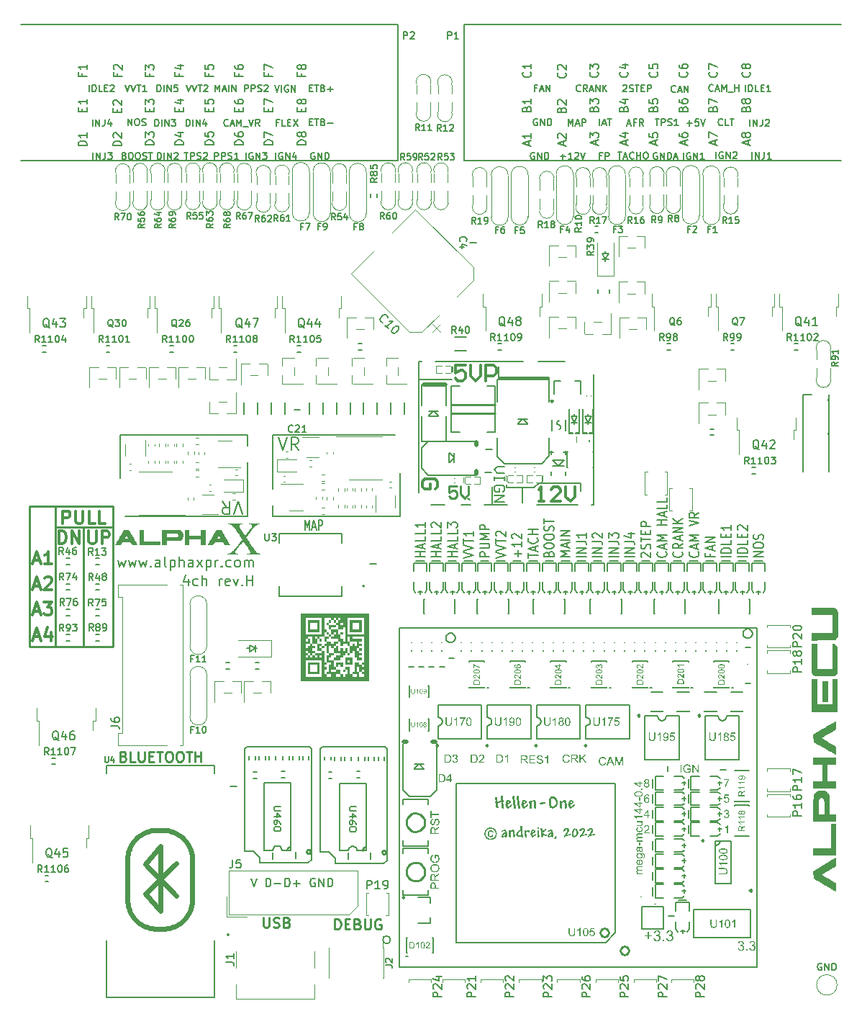
<source format=gto>
G75*
G70*
%OFA0B0*%
%FSLAX25Y25*%
%IPPOS*%
%LPD*%
%AMOC8*
5,1,8,0,0,1.08239X$1,22.5*
%
%ADD121C,0.00394*%
%ADD122C,0.01000*%
%ADD200C,0.00300*%
%ADD57C,0.01575*%
%ADD58C,0.00787*%
%ADD61C,0.01181*%
%ADD62C,0.00800*%
%ADD65C,0.00472*%
%ADD70C,0.00984*%
%ADD71C,0.00669*%
%ADD72C,0.00591*%
%ADD73C,0.00500*%
%ADD74C,0.00390*%
%ADD75C,0.02484*%
%ADD82C,0.01968*%
X0000000Y0000000D02*
%LPD*%
G01*
D70*
X0015748Y0228346D02*
X0015748Y0163386D01*
X0042520Y0163386D02*
X0042520Y0228346D01*
X0042520Y0218504D02*
X0015748Y0218504D01*
X0042520Y0228346D02*
X0003937Y0228346D01*
X0028740Y0163386D02*
X0028740Y0218504D01*
X0003937Y0228346D02*
X0003937Y0163386D01*
X0003937Y0163386D02*
X0042520Y0163386D01*
D71*
X0119282Y0405901D02*
X0118232Y0405901D01*
X0118232Y0404252D02*
X0118232Y0407401D01*
X0118232Y0407401D02*
X0119732Y0407401D01*
X0122432Y0404252D02*
X0120932Y0404252D01*
X0120932Y0404252D02*
X0120932Y0407401D01*
X0123481Y0405901D02*
X0124531Y0405901D01*
X0124981Y0404252D02*
X0123481Y0404252D01*
X0123481Y0404252D02*
X0123481Y0407401D01*
X0123481Y0407401D02*
X0124981Y0407401D01*
X0126031Y0407401D02*
X0128131Y0404252D01*
X0128131Y0407401D02*
X0126031Y0404252D01*
X0337659Y0404147D02*
X0337659Y0407297D01*
X0339159Y0404147D02*
X0339159Y0407297D01*
X0339159Y0407297D02*
X0340958Y0404147D01*
X0340958Y0404147D02*
X0340958Y0407297D01*
X0343358Y0407297D02*
X0343358Y0405047D01*
X0343358Y0405047D02*
X0343208Y0404597D01*
X0343208Y0404597D02*
X0342908Y0404297D01*
X0342908Y0404297D02*
X0342458Y0404147D01*
X0342458Y0404147D02*
X0342158Y0404147D01*
X0344708Y0406997D02*
X0344858Y0407147D01*
X0344858Y0407147D02*
X0345158Y0407297D01*
X0345158Y0407297D02*
X0345908Y0407297D01*
X0345908Y0407297D02*
X0346208Y0407147D01*
X0346208Y0407147D02*
X0346358Y0406997D01*
X0346358Y0406997D02*
X0346508Y0406697D01*
X0346508Y0406697D02*
X0346508Y0406397D01*
X0346508Y0406397D02*
X0346358Y0405947D01*
X0346358Y0405947D02*
X0344558Y0404147D01*
X0344558Y0404147D02*
X0346508Y0404147D01*
D72*
X0044641Y0428609D02*
X0044641Y0427297D01*
X0046703Y0427297D02*
X0042766Y0427297D01*
X0042766Y0427297D02*
X0042766Y0429171D01*
X0043141Y0430484D02*
X0042954Y0430671D01*
X0042954Y0430671D02*
X0042766Y0431046D01*
X0042766Y0431046D02*
X0042766Y0431984D01*
X0042766Y0431984D02*
X0042954Y0432358D01*
X0042954Y0432358D02*
X0043141Y0432546D01*
X0043141Y0432546D02*
X0043516Y0432733D01*
X0043516Y0432733D02*
X0043891Y0432733D01*
X0043891Y0432733D02*
X0044454Y0432546D01*
X0044454Y0432546D02*
X0046703Y0430296D01*
X0046703Y0430296D02*
X0046703Y0432733D01*
D71*
X0303126Y0420087D02*
X0302976Y0419937D01*
X0302976Y0419937D02*
X0302526Y0419787D01*
X0302526Y0419787D02*
X0302226Y0419787D01*
X0302226Y0419787D02*
X0301776Y0419937D01*
X0301776Y0419937D02*
X0301476Y0420237D01*
X0301476Y0420237D02*
X0301326Y0420537D01*
X0301326Y0420537D02*
X0301176Y0421137D01*
X0301176Y0421137D02*
X0301176Y0421587D01*
X0301176Y0421587D02*
X0301326Y0422187D01*
X0301326Y0422187D02*
X0301476Y0422487D01*
X0301476Y0422487D02*
X0301776Y0422787D01*
X0301776Y0422787D02*
X0302226Y0422937D01*
X0302226Y0422937D02*
X0302526Y0422937D01*
X0302526Y0422937D02*
X0302976Y0422787D01*
X0302976Y0422787D02*
X0303126Y0422637D01*
X0304326Y0420687D02*
X0305826Y0420687D01*
X0304026Y0419787D02*
X0305076Y0422937D01*
X0305076Y0422937D02*
X0306125Y0419787D01*
X0307175Y0419787D02*
X0307175Y0422937D01*
X0307175Y0422937D02*
X0308975Y0419787D01*
X0308975Y0419787D02*
X0308975Y0422937D01*
D58*
X0187164Y0204874D02*
X0182557Y0204874D01*
X0184751Y0204874D02*
X0184751Y0207124D01*
X0187164Y0207124D02*
X0182557Y0207124D01*
X0185848Y0208811D02*
X0185848Y0210686D01*
X0187164Y0208436D02*
X0182557Y0209749D01*
X0182557Y0209749D02*
X0187164Y0211061D01*
X0187164Y0214248D02*
X0187164Y0212373D01*
X0187164Y0212373D02*
X0182557Y0212373D01*
X0187164Y0217435D02*
X0187164Y0215561D01*
X0187164Y0215561D02*
X0182557Y0215561D01*
X0187164Y0220810D02*
X0187164Y0218560D01*
X0187164Y0219685D02*
X0182557Y0219685D01*
X0182557Y0219685D02*
X0183215Y0219310D01*
X0183215Y0219310D02*
X0183654Y0218935D01*
X0183654Y0218935D02*
X0183873Y0218560D01*
X0194626Y0204874D02*
X0190020Y0204874D01*
X0192213Y0204874D02*
X0192213Y0207124D01*
X0194626Y0207124D02*
X0190020Y0207124D01*
X0193310Y0208811D02*
X0193310Y0210686D01*
X0194626Y0208436D02*
X0190020Y0209749D01*
X0190020Y0209749D02*
X0194626Y0211061D01*
X0194626Y0214248D02*
X0194626Y0212373D01*
X0194626Y0212373D02*
X0190020Y0212373D01*
X0194626Y0217435D02*
X0194626Y0215561D01*
X0194626Y0215561D02*
X0190020Y0215561D01*
X0190458Y0218560D02*
X0190239Y0218748D01*
X0190239Y0218748D02*
X0190020Y0219123D01*
X0190020Y0219123D02*
X0190020Y0220060D01*
X0190020Y0220060D02*
X0190239Y0220435D01*
X0190239Y0220435D02*
X0190458Y0220622D01*
X0190458Y0220622D02*
X0190897Y0220810D01*
X0190897Y0220810D02*
X0191336Y0220810D01*
X0191336Y0220810D02*
X0191994Y0220622D01*
X0191994Y0220622D02*
X0194626Y0218373D01*
X0194626Y0218373D02*
X0194626Y0220810D01*
X0202088Y0204874D02*
X0197482Y0204874D01*
X0199675Y0204874D02*
X0199675Y0207124D01*
X0202088Y0207124D02*
X0197482Y0207124D01*
X0200772Y0208811D02*
X0200772Y0210686D01*
X0202088Y0208436D02*
X0197482Y0209749D01*
X0197482Y0209749D02*
X0202088Y0211061D01*
X0202088Y0214248D02*
X0202088Y0212373D01*
X0202088Y0212373D02*
X0197482Y0212373D01*
X0202088Y0217435D02*
X0202088Y0215561D01*
X0202088Y0215561D02*
X0197482Y0215561D01*
X0197482Y0218373D02*
X0197482Y0220810D01*
X0197482Y0220810D02*
X0199237Y0219498D01*
X0199237Y0219498D02*
X0199237Y0220060D01*
X0199237Y0220060D02*
X0199456Y0220435D01*
X0199456Y0220435D02*
X0199675Y0220622D01*
X0199675Y0220622D02*
X0200114Y0220810D01*
X0200114Y0220810D02*
X0201211Y0220810D01*
X0201211Y0220810D02*
X0201649Y0220622D01*
X0201649Y0220622D02*
X0201869Y0220435D01*
X0201869Y0220435D02*
X0202088Y0220060D01*
X0202088Y0220060D02*
X0202088Y0218935D01*
X0202088Y0218935D02*
X0201869Y0218560D01*
X0201869Y0218560D02*
X0201649Y0218373D01*
X0204944Y0204312D02*
X0209550Y0205624D01*
X0209550Y0205624D02*
X0204944Y0206937D01*
X0204944Y0207687D02*
X0209550Y0208999D01*
X0209550Y0208999D02*
X0204944Y0210311D01*
X0204944Y0211061D02*
X0204944Y0213311D01*
X0209550Y0212186D02*
X0204944Y0212186D01*
X0209550Y0216685D02*
X0209550Y0214436D01*
X0209550Y0215561D02*
X0204944Y0215561D01*
X0204944Y0215561D02*
X0205602Y0215186D01*
X0205602Y0215186D02*
X0206041Y0214811D01*
X0206041Y0214811D02*
X0206260Y0214436D01*
X0217012Y0204874D02*
X0212406Y0204874D01*
X0212406Y0204874D02*
X0212406Y0206374D01*
X0212406Y0206374D02*
X0212626Y0206749D01*
X0212626Y0206749D02*
X0212845Y0206937D01*
X0212845Y0206937D02*
X0213284Y0207124D01*
X0213284Y0207124D02*
X0213942Y0207124D01*
X0213942Y0207124D02*
X0214380Y0206937D01*
X0214380Y0206937D02*
X0214600Y0206749D01*
X0214600Y0206749D02*
X0214819Y0206374D01*
X0214819Y0206374D02*
X0214819Y0204874D01*
X0212406Y0208811D02*
X0216135Y0208811D01*
X0216135Y0208811D02*
X0216574Y0208999D01*
X0216574Y0208999D02*
X0216793Y0209186D01*
X0216793Y0209186D02*
X0217012Y0209561D01*
X0217012Y0209561D02*
X0217012Y0210311D01*
X0217012Y0210311D02*
X0216793Y0210686D01*
X0216793Y0210686D02*
X0216574Y0210874D01*
X0216574Y0210874D02*
X0216135Y0211061D01*
X0216135Y0211061D02*
X0212406Y0211061D01*
X0217012Y0212936D02*
X0212406Y0212936D01*
X0212406Y0212936D02*
X0215696Y0214248D01*
X0215696Y0214248D02*
X0212406Y0215561D01*
X0212406Y0215561D02*
X0217012Y0215561D01*
X0217012Y0217435D02*
X0212406Y0217435D01*
X0212406Y0217435D02*
X0212406Y0218935D01*
X0212406Y0218935D02*
X0212626Y0219310D01*
X0212626Y0219310D02*
X0212845Y0219498D01*
X0212845Y0219498D02*
X0213284Y0219685D01*
X0213284Y0219685D02*
X0213942Y0219685D01*
X0213942Y0219685D02*
X0214380Y0219498D01*
X0214380Y0219498D02*
X0214600Y0219310D01*
X0214600Y0219310D02*
X0214819Y0218935D01*
X0214819Y0218935D02*
X0214819Y0217435D01*
X0219868Y0204312D02*
X0224475Y0205624D01*
X0224475Y0205624D02*
X0219868Y0206937D01*
X0219868Y0207687D02*
X0224475Y0208999D01*
X0224475Y0208999D02*
X0219868Y0210311D01*
X0219868Y0211061D02*
X0219868Y0213311D01*
X0224475Y0212186D02*
X0219868Y0212186D01*
X0220307Y0214436D02*
X0220088Y0214623D01*
X0220088Y0214623D02*
X0219868Y0214998D01*
X0219868Y0214998D02*
X0219868Y0215936D01*
X0219868Y0215936D02*
X0220088Y0216310D01*
X0220088Y0216310D02*
X0220307Y0216498D01*
X0220307Y0216498D02*
X0220746Y0216685D01*
X0220746Y0216685D02*
X0221184Y0216685D01*
X0221184Y0216685D02*
X0221842Y0216498D01*
X0221842Y0216498D02*
X0224475Y0214248D01*
X0224475Y0214248D02*
X0224475Y0216685D01*
X0230182Y0204874D02*
X0230182Y0207874D01*
X0231937Y0206374D02*
X0228427Y0206374D01*
X0231937Y0211811D02*
X0231937Y0209561D01*
X0231937Y0210686D02*
X0227331Y0210686D01*
X0227331Y0210686D02*
X0227989Y0210311D01*
X0227989Y0210311D02*
X0228427Y0209936D01*
X0228427Y0209936D02*
X0228647Y0209561D01*
X0227769Y0213311D02*
X0227550Y0213498D01*
X0227550Y0213498D02*
X0227331Y0213873D01*
X0227331Y0213873D02*
X0227331Y0214811D01*
X0227331Y0214811D02*
X0227550Y0215186D01*
X0227550Y0215186D02*
X0227769Y0215373D01*
X0227769Y0215373D02*
X0228208Y0215561D01*
X0228208Y0215561D02*
X0228647Y0215561D01*
X0228647Y0215561D02*
X0229305Y0215373D01*
X0229305Y0215373D02*
X0231937Y0213123D01*
X0231937Y0213123D02*
X0231937Y0215561D01*
X0234793Y0204312D02*
X0234793Y0206562D01*
X0239399Y0205437D02*
X0234793Y0205437D01*
X0238083Y0207687D02*
X0238083Y0209561D01*
X0239399Y0207312D02*
X0234793Y0208624D01*
X0234793Y0208624D02*
X0239399Y0209936D01*
X0238960Y0213498D02*
X0239180Y0213311D01*
X0239180Y0213311D02*
X0239399Y0212748D01*
X0239399Y0212748D02*
X0239399Y0212373D01*
X0239399Y0212373D02*
X0239180Y0211811D01*
X0239180Y0211811D02*
X0238741Y0211436D01*
X0238741Y0211436D02*
X0238302Y0211249D01*
X0238302Y0211249D02*
X0237425Y0211061D01*
X0237425Y0211061D02*
X0236767Y0211061D01*
X0236767Y0211061D02*
X0235890Y0211249D01*
X0235890Y0211249D02*
X0235451Y0211436D01*
X0235451Y0211436D02*
X0235012Y0211811D01*
X0235012Y0211811D02*
X0234793Y0212373D01*
X0234793Y0212373D02*
X0234793Y0212748D01*
X0234793Y0212748D02*
X0235012Y0213311D01*
X0235012Y0213311D02*
X0235231Y0213498D01*
X0239399Y0215186D02*
X0234793Y0215186D01*
X0236986Y0215186D02*
X0236986Y0217435D01*
X0239399Y0217435D02*
X0234793Y0217435D01*
X0244448Y0206187D02*
X0244668Y0206749D01*
X0244668Y0206749D02*
X0244887Y0206937D01*
X0244887Y0206937D02*
X0245326Y0207124D01*
X0245326Y0207124D02*
X0245984Y0207124D01*
X0245984Y0207124D02*
X0246423Y0206937D01*
X0246423Y0206937D02*
X0246642Y0206749D01*
X0246642Y0206749D02*
X0246861Y0206374D01*
X0246861Y0206374D02*
X0246861Y0204874D01*
X0246861Y0204874D02*
X0242255Y0204874D01*
X0242255Y0204874D02*
X0242255Y0206187D01*
X0242255Y0206187D02*
X0242474Y0206562D01*
X0242474Y0206562D02*
X0242694Y0206749D01*
X0242694Y0206749D02*
X0243132Y0206937D01*
X0243132Y0206937D02*
X0243571Y0206937D01*
X0243571Y0206937D02*
X0244010Y0206749D01*
X0244010Y0206749D02*
X0244229Y0206562D01*
X0244229Y0206562D02*
X0244448Y0206187D01*
X0244448Y0206187D02*
X0244448Y0204874D01*
X0242255Y0209561D02*
X0242255Y0210311D01*
X0242255Y0210311D02*
X0242474Y0210686D01*
X0242474Y0210686D02*
X0242913Y0211061D01*
X0242913Y0211061D02*
X0243790Y0211249D01*
X0243790Y0211249D02*
X0245326Y0211249D01*
X0245326Y0211249D02*
X0246203Y0211061D01*
X0246203Y0211061D02*
X0246642Y0210686D01*
X0246642Y0210686D02*
X0246861Y0210311D01*
X0246861Y0210311D02*
X0246861Y0209561D01*
X0246861Y0209561D02*
X0246642Y0209186D01*
X0246642Y0209186D02*
X0246203Y0208811D01*
X0246203Y0208811D02*
X0245326Y0208624D01*
X0245326Y0208624D02*
X0243790Y0208624D01*
X0243790Y0208624D02*
X0242913Y0208811D01*
X0242913Y0208811D02*
X0242474Y0209186D01*
X0242474Y0209186D02*
X0242255Y0209561D01*
X0242255Y0213686D02*
X0242255Y0214436D01*
X0242255Y0214436D02*
X0242474Y0214811D01*
X0242474Y0214811D02*
X0242913Y0215186D01*
X0242913Y0215186D02*
X0243790Y0215373D01*
X0243790Y0215373D02*
X0245326Y0215373D01*
X0245326Y0215373D02*
X0246203Y0215186D01*
X0246203Y0215186D02*
X0246642Y0214811D01*
X0246642Y0214811D02*
X0246861Y0214436D01*
X0246861Y0214436D02*
X0246861Y0213686D01*
X0246861Y0213686D02*
X0246642Y0213311D01*
X0246642Y0213311D02*
X0246203Y0212936D01*
X0246203Y0212936D02*
X0245326Y0212748D01*
X0245326Y0212748D02*
X0243790Y0212748D01*
X0243790Y0212748D02*
X0242913Y0212936D01*
X0242913Y0212936D02*
X0242474Y0213311D01*
X0242474Y0213311D02*
X0242255Y0213686D01*
X0246642Y0216873D02*
X0246861Y0217435D01*
X0246861Y0217435D02*
X0246861Y0218373D01*
X0246861Y0218373D02*
X0246642Y0218748D01*
X0246642Y0218748D02*
X0246423Y0218935D01*
X0246423Y0218935D02*
X0245984Y0219123D01*
X0245984Y0219123D02*
X0245545Y0219123D01*
X0245545Y0219123D02*
X0245106Y0218935D01*
X0245106Y0218935D02*
X0244887Y0218748D01*
X0244887Y0218748D02*
X0244668Y0218373D01*
X0244668Y0218373D02*
X0244448Y0217623D01*
X0244448Y0217623D02*
X0244229Y0217248D01*
X0244229Y0217248D02*
X0244010Y0217060D01*
X0244010Y0217060D02*
X0243571Y0216873D01*
X0243571Y0216873D02*
X0243132Y0216873D01*
X0243132Y0216873D02*
X0242694Y0217060D01*
X0242694Y0217060D02*
X0242474Y0217248D01*
X0242474Y0217248D02*
X0242255Y0217623D01*
X0242255Y0217623D02*
X0242255Y0218560D01*
X0242255Y0218560D02*
X0242474Y0219123D01*
X0242255Y0220247D02*
X0242255Y0222497D01*
X0246861Y0221372D02*
X0242255Y0221372D01*
X0254323Y0204874D02*
X0249717Y0204874D01*
X0249717Y0204874D02*
X0253007Y0206187D01*
X0253007Y0206187D02*
X0249717Y0207499D01*
X0249717Y0207499D02*
X0254323Y0207499D01*
X0253007Y0209186D02*
X0253007Y0211061D01*
X0254323Y0208811D02*
X0249717Y0210124D01*
X0249717Y0210124D02*
X0254323Y0211436D01*
X0254323Y0212748D02*
X0249717Y0212748D01*
X0254323Y0214623D02*
X0249717Y0214623D01*
X0249717Y0214623D02*
X0254323Y0216873D01*
X0254323Y0216873D02*
X0249717Y0216873D01*
X0261786Y0204874D02*
X0257179Y0204874D01*
X0261786Y0206749D02*
X0257179Y0206749D01*
X0257179Y0206749D02*
X0261786Y0208999D01*
X0261786Y0208999D02*
X0257179Y0208999D01*
X0257179Y0211998D02*
X0260470Y0211998D01*
X0260470Y0211998D02*
X0261128Y0211811D01*
X0261128Y0211811D02*
X0261566Y0211436D01*
X0261566Y0211436D02*
X0261786Y0210874D01*
X0261786Y0210874D02*
X0261786Y0210499D01*
X0261786Y0215936D02*
X0261786Y0213686D01*
X0261786Y0214811D02*
X0257179Y0214811D01*
X0257179Y0214811D02*
X0257837Y0214436D01*
X0257837Y0214436D02*
X0258276Y0214061D01*
X0258276Y0214061D02*
X0258495Y0213686D01*
X0269248Y0204874D02*
X0264642Y0204874D01*
X0269248Y0206749D02*
X0264642Y0206749D01*
X0264642Y0206749D02*
X0269248Y0208999D01*
X0269248Y0208999D02*
X0264642Y0208999D01*
X0264642Y0211998D02*
X0267932Y0211998D01*
X0267932Y0211998D02*
X0268590Y0211811D01*
X0268590Y0211811D02*
X0269029Y0211436D01*
X0269029Y0211436D02*
X0269248Y0210874D01*
X0269248Y0210874D02*
X0269248Y0210499D01*
X0265080Y0213686D02*
X0264861Y0213873D01*
X0264861Y0213873D02*
X0264642Y0214248D01*
X0264642Y0214248D02*
X0264642Y0215186D01*
X0264642Y0215186D02*
X0264861Y0215561D01*
X0264861Y0215561D02*
X0265080Y0215748D01*
X0265080Y0215748D02*
X0265519Y0215936D01*
X0265519Y0215936D02*
X0265958Y0215936D01*
X0265958Y0215936D02*
X0266616Y0215748D01*
X0266616Y0215748D02*
X0269248Y0213498D01*
X0269248Y0213498D02*
X0269248Y0215936D01*
X0276710Y0204874D02*
X0272104Y0204874D01*
X0276710Y0206749D02*
X0272104Y0206749D01*
X0272104Y0206749D02*
X0276710Y0208999D01*
X0276710Y0208999D02*
X0272104Y0208999D01*
X0272104Y0211998D02*
X0275394Y0211998D01*
X0275394Y0211998D02*
X0276052Y0211811D01*
X0276052Y0211811D02*
X0276491Y0211436D01*
X0276491Y0211436D02*
X0276710Y0210874D01*
X0276710Y0210874D02*
X0276710Y0210499D01*
X0272104Y0213498D02*
X0272104Y0215936D01*
X0272104Y0215936D02*
X0273859Y0214623D01*
X0273859Y0214623D02*
X0273859Y0215186D01*
X0273859Y0215186D02*
X0274078Y0215561D01*
X0274078Y0215561D02*
X0274297Y0215748D01*
X0274297Y0215748D02*
X0274736Y0215936D01*
X0274736Y0215936D02*
X0275833Y0215936D01*
X0275833Y0215936D02*
X0276271Y0215748D01*
X0276271Y0215748D02*
X0276491Y0215561D01*
X0276491Y0215561D02*
X0276710Y0215186D01*
X0276710Y0215186D02*
X0276710Y0214061D01*
X0276710Y0214061D02*
X0276491Y0213686D01*
X0276491Y0213686D02*
X0276271Y0213498D01*
X0284172Y0204874D02*
X0279566Y0204874D01*
X0284172Y0206749D02*
X0279566Y0206749D01*
X0279566Y0206749D02*
X0284172Y0208999D01*
X0284172Y0208999D02*
X0279566Y0208999D01*
X0279566Y0211998D02*
X0282856Y0211998D01*
X0282856Y0211998D02*
X0283514Y0211811D01*
X0283514Y0211811D02*
X0283953Y0211436D01*
X0283953Y0211436D02*
X0284172Y0210874D01*
X0284172Y0210874D02*
X0284172Y0210499D01*
X0281101Y0215561D02*
X0284172Y0215561D01*
X0279347Y0214623D02*
X0282637Y0213686D01*
X0282637Y0213686D02*
X0282637Y0216123D01*
X0287467Y0204687D02*
X0287248Y0204874D01*
X0287248Y0204874D02*
X0287028Y0205249D01*
X0287028Y0205249D02*
X0287028Y0206187D01*
X0287028Y0206187D02*
X0287248Y0206562D01*
X0287248Y0206562D02*
X0287467Y0206749D01*
X0287467Y0206749D02*
X0287906Y0206937D01*
X0287906Y0206937D02*
X0288344Y0206937D01*
X0288344Y0206937D02*
X0289002Y0206749D01*
X0289002Y0206749D02*
X0291635Y0204499D01*
X0291635Y0204499D02*
X0291635Y0206937D01*
X0291415Y0208436D02*
X0291635Y0208999D01*
X0291635Y0208999D02*
X0291635Y0209936D01*
X0291635Y0209936D02*
X0291415Y0210311D01*
X0291415Y0210311D02*
X0291196Y0210499D01*
X0291196Y0210499D02*
X0290757Y0210686D01*
X0290757Y0210686D02*
X0290318Y0210686D01*
X0290318Y0210686D02*
X0289880Y0210499D01*
X0289880Y0210499D02*
X0289660Y0210311D01*
X0289660Y0210311D02*
X0289441Y0209936D01*
X0289441Y0209936D02*
X0289222Y0209186D01*
X0289222Y0209186D02*
X0289002Y0208811D01*
X0289002Y0208811D02*
X0288783Y0208624D01*
X0288783Y0208624D02*
X0288344Y0208436D01*
X0288344Y0208436D02*
X0287906Y0208436D01*
X0287906Y0208436D02*
X0287467Y0208624D01*
X0287467Y0208624D02*
X0287248Y0208811D01*
X0287248Y0208811D02*
X0287028Y0209186D01*
X0287028Y0209186D02*
X0287028Y0210124D01*
X0287028Y0210124D02*
X0287248Y0210686D01*
X0287028Y0211811D02*
X0287028Y0214061D01*
X0291635Y0212936D02*
X0287028Y0212936D01*
X0289222Y0215373D02*
X0289222Y0216685D01*
X0291635Y0217248D02*
X0291635Y0215373D01*
X0291635Y0215373D02*
X0287028Y0215373D01*
X0287028Y0215373D02*
X0287028Y0217248D01*
X0291635Y0218935D02*
X0287028Y0218935D01*
X0287028Y0218935D02*
X0287028Y0220435D01*
X0287028Y0220435D02*
X0287248Y0220810D01*
X0287248Y0220810D02*
X0287467Y0220997D01*
X0287467Y0220997D02*
X0287906Y0221185D01*
X0287906Y0221185D02*
X0288564Y0221185D01*
X0288564Y0221185D02*
X0289002Y0220997D01*
X0289002Y0220997D02*
X0289222Y0220810D01*
X0289222Y0220810D02*
X0289441Y0220435D01*
X0289441Y0220435D02*
X0289441Y0218935D01*
X0298658Y0207124D02*
X0298877Y0206937D01*
X0298877Y0206937D02*
X0299097Y0206374D01*
X0299097Y0206374D02*
X0299097Y0205999D01*
X0299097Y0205999D02*
X0298877Y0205437D01*
X0298877Y0205437D02*
X0298439Y0205062D01*
X0298439Y0205062D02*
X0298000Y0204874D01*
X0298000Y0204874D02*
X0297123Y0204687D01*
X0297123Y0204687D02*
X0296465Y0204687D01*
X0296465Y0204687D02*
X0295587Y0204874D01*
X0295587Y0204874D02*
X0295148Y0205062D01*
X0295148Y0205062D02*
X0294710Y0205437D01*
X0294710Y0205437D02*
X0294490Y0205999D01*
X0294490Y0205999D02*
X0294490Y0206374D01*
X0294490Y0206374D02*
X0294710Y0206937D01*
X0294710Y0206937D02*
X0294929Y0207124D01*
X0297781Y0208624D02*
X0297781Y0210499D01*
X0299097Y0208249D02*
X0294490Y0209561D01*
X0294490Y0209561D02*
X0299097Y0210874D01*
X0299097Y0212186D02*
X0294490Y0212186D01*
X0294490Y0212186D02*
X0297781Y0213498D01*
X0297781Y0213498D02*
X0294490Y0214811D01*
X0294490Y0214811D02*
X0299097Y0214811D01*
X0299097Y0219685D02*
X0294490Y0219685D01*
X0296684Y0219685D02*
X0296684Y0221935D01*
X0299097Y0221935D02*
X0294490Y0221935D01*
X0297781Y0223622D02*
X0297781Y0225497D01*
X0299097Y0223247D02*
X0294490Y0224559D01*
X0294490Y0224559D02*
X0299097Y0225872D01*
X0299097Y0229059D02*
X0299097Y0227184D01*
X0299097Y0227184D02*
X0294490Y0227184D01*
X0299097Y0232246D02*
X0299097Y0230371D01*
X0299097Y0230371D02*
X0294490Y0230371D01*
X0306120Y0207124D02*
X0306340Y0206937D01*
X0306340Y0206937D02*
X0306559Y0206374D01*
X0306559Y0206374D02*
X0306559Y0205999D01*
X0306559Y0205999D02*
X0306340Y0205437D01*
X0306340Y0205437D02*
X0305901Y0205062D01*
X0305901Y0205062D02*
X0305462Y0204874D01*
X0305462Y0204874D02*
X0304585Y0204687D01*
X0304585Y0204687D02*
X0303927Y0204687D01*
X0303927Y0204687D02*
X0303049Y0204874D01*
X0303049Y0204874D02*
X0302611Y0205062D01*
X0302611Y0205062D02*
X0302172Y0205437D01*
X0302172Y0205437D02*
X0301953Y0205999D01*
X0301953Y0205999D02*
X0301953Y0206374D01*
X0301953Y0206374D02*
X0302172Y0206937D01*
X0302172Y0206937D02*
X0302391Y0207124D01*
X0306559Y0211061D02*
X0304365Y0209749D01*
X0306559Y0208811D02*
X0301953Y0208811D01*
X0301953Y0208811D02*
X0301953Y0210311D01*
X0301953Y0210311D02*
X0302172Y0210686D01*
X0302172Y0210686D02*
X0302391Y0210874D01*
X0302391Y0210874D02*
X0302830Y0211061D01*
X0302830Y0211061D02*
X0303488Y0211061D01*
X0303488Y0211061D02*
X0303927Y0210874D01*
X0303927Y0210874D02*
X0304146Y0210686D01*
X0304146Y0210686D02*
X0304365Y0210311D01*
X0304365Y0210311D02*
X0304365Y0208811D01*
X0305243Y0212561D02*
X0305243Y0214436D01*
X0306559Y0212186D02*
X0301953Y0213498D01*
X0301953Y0213498D02*
X0306559Y0214811D01*
X0306559Y0216123D02*
X0301953Y0216123D01*
X0301953Y0216123D02*
X0306559Y0218373D01*
X0306559Y0218373D02*
X0301953Y0218373D01*
X0306559Y0220247D02*
X0301953Y0220247D01*
X0306559Y0222497D02*
X0303927Y0220810D01*
X0301953Y0222497D02*
X0304585Y0220247D01*
X0313582Y0207124D02*
X0313802Y0206937D01*
X0313802Y0206937D02*
X0314021Y0206374D01*
X0314021Y0206374D02*
X0314021Y0205999D01*
X0314021Y0205999D02*
X0313802Y0205437D01*
X0313802Y0205437D02*
X0313363Y0205062D01*
X0313363Y0205062D02*
X0312924Y0204874D01*
X0312924Y0204874D02*
X0312047Y0204687D01*
X0312047Y0204687D02*
X0311389Y0204687D01*
X0311389Y0204687D02*
X0310512Y0204874D01*
X0310512Y0204874D02*
X0310073Y0205062D01*
X0310073Y0205062D02*
X0309634Y0205437D01*
X0309634Y0205437D02*
X0309415Y0205999D01*
X0309415Y0205999D02*
X0309415Y0206374D01*
X0309415Y0206374D02*
X0309634Y0206937D01*
X0309634Y0206937D02*
X0309854Y0207124D01*
X0312705Y0208624D02*
X0312705Y0210499D01*
X0314021Y0208249D02*
X0309415Y0209561D01*
X0309415Y0209561D02*
X0314021Y0210874D01*
X0314021Y0212186D02*
X0309415Y0212186D01*
X0309415Y0212186D02*
X0312705Y0213498D01*
X0312705Y0213498D02*
X0309415Y0214811D01*
X0309415Y0214811D02*
X0314021Y0214811D01*
X0309415Y0219123D02*
X0314021Y0220435D01*
X0314021Y0220435D02*
X0309415Y0221747D01*
X0314021Y0225309D02*
X0311828Y0223997D01*
X0314021Y0223060D02*
X0309415Y0223060D01*
X0309415Y0223060D02*
X0309415Y0224559D01*
X0309415Y0224559D02*
X0309634Y0224934D01*
X0309634Y0224934D02*
X0309854Y0225122D01*
X0309854Y0225122D02*
X0310292Y0225309D01*
X0310292Y0225309D02*
X0310950Y0225309D01*
X0310950Y0225309D02*
X0311389Y0225122D01*
X0311389Y0225122D02*
X0311608Y0224934D01*
X0311608Y0224934D02*
X0311828Y0224559D01*
X0311828Y0224559D02*
X0311828Y0223060D01*
X0319070Y0206187D02*
X0319070Y0204874D01*
X0321483Y0204874D02*
X0316877Y0204874D01*
X0316877Y0204874D02*
X0316877Y0206749D01*
X0320167Y0208061D02*
X0320167Y0209936D01*
X0321483Y0207687D02*
X0316877Y0208999D01*
X0316877Y0208999D02*
X0321483Y0210311D01*
X0321483Y0211624D02*
X0316877Y0211624D01*
X0316877Y0211624D02*
X0321483Y0213873D01*
X0321483Y0213873D02*
X0316877Y0213873D01*
X0328946Y0204874D02*
X0324339Y0204874D01*
X0328946Y0206749D02*
X0324339Y0206749D01*
X0324339Y0206749D02*
X0324339Y0207687D01*
X0324339Y0207687D02*
X0324559Y0208249D01*
X0324559Y0208249D02*
X0324997Y0208624D01*
X0324997Y0208624D02*
X0325436Y0208811D01*
X0325436Y0208811D02*
X0326313Y0208999D01*
X0326313Y0208999D02*
X0326971Y0208999D01*
X0326971Y0208999D02*
X0327849Y0208811D01*
X0327849Y0208811D02*
X0328287Y0208624D01*
X0328287Y0208624D02*
X0328726Y0208249D01*
X0328726Y0208249D02*
X0328946Y0207687D01*
X0328946Y0207687D02*
X0328946Y0206749D01*
X0328946Y0212561D02*
X0328946Y0210686D01*
X0328946Y0210686D02*
X0324339Y0210686D01*
X0326533Y0213873D02*
X0326533Y0215186D01*
X0328946Y0215748D02*
X0328946Y0213873D01*
X0328946Y0213873D02*
X0324339Y0213873D01*
X0324339Y0213873D02*
X0324339Y0215748D01*
X0328946Y0219498D02*
X0328946Y0217248D01*
X0328946Y0218373D02*
X0324339Y0218373D01*
X0324339Y0218373D02*
X0324997Y0217998D01*
X0324997Y0217998D02*
X0325436Y0217623D01*
X0325436Y0217623D02*
X0325655Y0217248D01*
X0336408Y0204874D02*
X0331801Y0204874D01*
X0336408Y0206749D02*
X0331801Y0206749D01*
X0331801Y0206749D02*
X0331801Y0207687D01*
X0331801Y0207687D02*
X0332021Y0208249D01*
X0332021Y0208249D02*
X0332459Y0208624D01*
X0332459Y0208624D02*
X0332898Y0208811D01*
X0332898Y0208811D02*
X0333776Y0208999D01*
X0333776Y0208999D02*
X0334434Y0208999D01*
X0334434Y0208999D02*
X0335311Y0208811D01*
X0335311Y0208811D02*
X0335750Y0208624D01*
X0335750Y0208624D02*
X0336188Y0208249D01*
X0336188Y0208249D02*
X0336408Y0207687D01*
X0336408Y0207687D02*
X0336408Y0206749D01*
X0336408Y0212561D02*
X0336408Y0210686D01*
X0336408Y0210686D02*
X0331801Y0210686D01*
X0333995Y0213873D02*
X0333995Y0215186D01*
X0336408Y0215748D02*
X0336408Y0213873D01*
X0336408Y0213873D02*
X0331801Y0213873D01*
X0331801Y0213873D02*
X0331801Y0215748D01*
X0332240Y0217248D02*
X0332021Y0217435D01*
X0332021Y0217435D02*
X0331801Y0217810D01*
X0331801Y0217810D02*
X0331801Y0218748D01*
X0331801Y0218748D02*
X0332021Y0219123D01*
X0332021Y0219123D02*
X0332240Y0219310D01*
X0332240Y0219310D02*
X0332679Y0219498D01*
X0332679Y0219498D02*
X0333118Y0219498D01*
X0333118Y0219498D02*
X0333776Y0219310D01*
X0333776Y0219310D02*
X0336408Y0217060D01*
X0336408Y0217060D02*
X0336408Y0219498D01*
X0343870Y0204874D02*
X0339264Y0204874D01*
X0339264Y0204874D02*
X0343870Y0207124D01*
X0343870Y0207124D02*
X0339264Y0207124D01*
X0339264Y0209749D02*
X0339264Y0210499D01*
X0339264Y0210499D02*
X0339483Y0210874D01*
X0339483Y0210874D02*
X0339922Y0211249D01*
X0339922Y0211249D02*
X0340799Y0211436D01*
X0340799Y0211436D02*
X0342335Y0211436D01*
X0342335Y0211436D02*
X0343212Y0211249D01*
X0343212Y0211249D02*
X0343651Y0210874D01*
X0343651Y0210874D02*
X0343870Y0210499D01*
X0343870Y0210499D02*
X0343870Y0209749D01*
X0343870Y0209749D02*
X0343651Y0209374D01*
X0343651Y0209374D02*
X0343212Y0208999D01*
X0343212Y0208999D02*
X0342335Y0208811D01*
X0342335Y0208811D02*
X0340799Y0208811D01*
X0340799Y0208811D02*
X0339922Y0208999D01*
X0339922Y0208999D02*
X0339483Y0209374D01*
X0339483Y0209374D02*
X0339264Y0209749D01*
X0343651Y0212936D02*
X0343870Y0213498D01*
X0343870Y0213498D02*
X0343870Y0214436D01*
X0343870Y0214436D02*
X0343651Y0214811D01*
X0343651Y0214811D02*
X0343431Y0214998D01*
X0343431Y0214998D02*
X0342993Y0215186D01*
X0342993Y0215186D02*
X0342554Y0215186D01*
X0342554Y0215186D02*
X0342115Y0214998D01*
X0342115Y0214998D02*
X0341896Y0214811D01*
X0341896Y0214811D02*
X0341676Y0214436D01*
X0341676Y0214436D02*
X0341457Y0213686D01*
X0341457Y0213686D02*
X0341238Y0213311D01*
X0341238Y0213311D02*
X0341018Y0213123D01*
X0341018Y0213123D02*
X0340580Y0212936D01*
X0340580Y0212936D02*
X0340141Y0212936D01*
X0340141Y0212936D02*
X0339702Y0213123D01*
X0339702Y0213123D02*
X0339483Y0213311D01*
X0339483Y0213311D02*
X0339264Y0213686D01*
X0339264Y0213686D02*
X0339264Y0214623D01*
X0339264Y0214623D02*
X0339483Y0215186D01*
D71*
X0237725Y0391897D02*
X0237425Y0392047D01*
X0237425Y0392047D02*
X0236975Y0392047D01*
X0236975Y0392047D02*
X0236525Y0391897D01*
X0236525Y0391897D02*
X0236225Y0391597D01*
X0236225Y0391597D02*
X0236075Y0391297D01*
X0236075Y0391297D02*
X0235925Y0390697D01*
X0235925Y0390697D02*
X0235925Y0390247D01*
X0235925Y0390247D02*
X0236075Y0389647D01*
X0236075Y0389647D02*
X0236225Y0389347D01*
X0236225Y0389347D02*
X0236525Y0389047D01*
X0236525Y0389047D02*
X0236975Y0388897D01*
X0236975Y0388897D02*
X0237275Y0388897D01*
X0237275Y0388897D02*
X0237725Y0389047D01*
X0237725Y0389047D02*
X0237875Y0389197D01*
X0237875Y0389197D02*
X0237875Y0390247D01*
X0237875Y0390247D02*
X0237275Y0390247D01*
X0239225Y0388897D02*
X0239225Y0392047D01*
X0239225Y0392047D02*
X0241025Y0388897D01*
X0241025Y0388897D02*
X0241025Y0392047D01*
X0242524Y0388897D02*
X0242524Y0392047D01*
X0242524Y0392047D02*
X0243274Y0392047D01*
X0243274Y0392047D02*
X0243724Y0391897D01*
X0243724Y0391897D02*
X0244024Y0391597D01*
X0244024Y0391597D02*
X0244174Y0391297D01*
X0244174Y0391297D02*
X0244324Y0390697D01*
X0244324Y0390697D02*
X0244324Y0390247D01*
X0244324Y0390247D02*
X0244174Y0389647D01*
X0244174Y0389647D02*
X0244024Y0389347D01*
X0244024Y0389347D02*
X0243724Y0389047D01*
X0243724Y0389047D02*
X0243274Y0388897D01*
X0243274Y0388897D02*
X0242524Y0388897D01*
X0076378Y0404252D02*
X0076378Y0407401D01*
X0076378Y0407401D02*
X0077128Y0407401D01*
X0077128Y0407401D02*
X0077578Y0407251D01*
X0077578Y0407251D02*
X0077878Y0406951D01*
X0077878Y0406951D02*
X0078028Y0406651D01*
X0078028Y0406651D02*
X0078178Y0406051D01*
X0078178Y0406051D02*
X0078178Y0405601D01*
X0078178Y0405601D02*
X0078028Y0405002D01*
X0078028Y0405002D02*
X0077878Y0404702D01*
X0077878Y0404702D02*
X0077578Y0404402D01*
X0077578Y0404402D02*
X0077128Y0404252D01*
X0077128Y0404252D02*
X0076378Y0404252D01*
X0079528Y0404252D02*
X0079528Y0407401D01*
X0081027Y0404252D02*
X0081027Y0407401D01*
X0081027Y0407401D02*
X0082827Y0404252D01*
X0082827Y0404252D02*
X0082827Y0407401D01*
X0085677Y0406351D02*
X0085677Y0404252D01*
X0084927Y0407551D02*
X0084177Y0405301D01*
X0084177Y0405301D02*
X0086127Y0405301D01*
X0103459Y0420196D02*
X0103459Y0423346D01*
X0103459Y0423346D02*
X0104659Y0423346D01*
X0104659Y0423346D02*
X0104959Y0423196D01*
X0104959Y0423196D02*
X0105109Y0423046D01*
X0105109Y0423046D02*
X0105259Y0422746D01*
X0105259Y0422746D02*
X0105259Y0422296D01*
X0105259Y0422296D02*
X0105109Y0421996D01*
X0105109Y0421996D02*
X0104959Y0421846D01*
X0104959Y0421846D02*
X0104659Y0421696D01*
X0104659Y0421696D02*
X0103459Y0421696D01*
X0106609Y0420196D02*
X0106609Y0423346D01*
X0106609Y0423346D02*
X0107808Y0423346D01*
X0107808Y0423346D02*
X0108108Y0423196D01*
X0108108Y0423196D02*
X0108258Y0423046D01*
X0108258Y0423046D02*
X0108408Y0422746D01*
X0108408Y0422746D02*
X0108408Y0422296D01*
X0108408Y0422296D02*
X0108258Y0421996D01*
X0108258Y0421996D02*
X0108108Y0421846D01*
X0108108Y0421846D02*
X0107808Y0421696D01*
X0107808Y0421696D02*
X0106609Y0421696D01*
X0109608Y0420346D02*
X0110058Y0420196D01*
X0110058Y0420196D02*
X0110808Y0420196D01*
X0110808Y0420196D02*
X0111108Y0420346D01*
X0111108Y0420346D02*
X0111258Y0420496D01*
X0111258Y0420496D02*
X0111408Y0420796D01*
X0111408Y0420796D02*
X0111408Y0421096D01*
X0111408Y0421096D02*
X0111258Y0421396D01*
X0111258Y0421396D02*
X0111108Y0421546D01*
X0111108Y0421546D02*
X0110808Y0421696D01*
X0110808Y0421696D02*
X0110208Y0421846D01*
X0110208Y0421846D02*
X0109908Y0421996D01*
X0109908Y0421996D02*
X0109758Y0422146D01*
X0109758Y0422146D02*
X0109608Y0422446D01*
X0109608Y0422446D02*
X0109608Y0422746D01*
X0109608Y0422746D02*
X0109758Y0423046D01*
X0109758Y0423046D02*
X0109908Y0423196D01*
X0109908Y0423196D02*
X0110208Y0423346D01*
X0110208Y0423346D02*
X0110958Y0423346D01*
X0110958Y0423346D02*
X0111408Y0423196D01*
X0112608Y0423046D02*
X0112758Y0423196D01*
X0112758Y0423196D02*
X0113058Y0423346D01*
X0113058Y0423346D02*
X0113808Y0423346D01*
X0113808Y0423346D02*
X0114108Y0423196D01*
X0114108Y0423196D02*
X0114258Y0423046D01*
X0114258Y0423046D02*
X0114408Y0422746D01*
X0114408Y0422746D02*
X0114408Y0422446D01*
X0114408Y0422446D02*
X0114258Y0421996D01*
X0114258Y0421996D02*
X0112458Y0420196D01*
X0112458Y0420196D02*
X0114408Y0420196D01*
X0047769Y0390547D02*
X0048219Y0390397D01*
X0048219Y0390397D02*
X0048369Y0390247D01*
X0048369Y0390247D02*
X0048519Y0389947D01*
X0048519Y0389947D02*
X0048519Y0389497D01*
X0048519Y0389497D02*
X0048369Y0389197D01*
X0048369Y0389197D02*
X0048219Y0389047D01*
X0048219Y0389047D02*
X0047919Y0388897D01*
X0047919Y0388897D02*
X0046719Y0388897D01*
X0046719Y0388897D02*
X0046719Y0392047D01*
X0046719Y0392047D02*
X0047769Y0392047D01*
X0047769Y0392047D02*
X0048069Y0391897D01*
X0048069Y0391897D02*
X0048219Y0391747D01*
X0048219Y0391747D02*
X0048369Y0391447D01*
X0048369Y0391447D02*
X0048369Y0391147D01*
X0048369Y0391147D02*
X0048219Y0390847D01*
X0048219Y0390847D02*
X0048069Y0390697D01*
X0048069Y0390697D02*
X0047769Y0390547D01*
X0047769Y0390547D02*
X0046719Y0390547D01*
X0050469Y0392047D02*
X0051069Y0392047D01*
X0051069Y0392047D02*
X0051369Y0391897D01*
X0051369Y0391897D02*
X0051669Y0391597D01*
X0051669Y0391597D02*
X0051819Y0390997D01*
X0051819Y0390997D02*
X0051819Y0389947D01*
X0051819Y0389947D02*
X0051669Y0389347D01*
X0051669Y0389347D02*
X0051369Y0389047D01*
X0051369Y0389047D02*
X0051069Y0388897D01*
X0051069Y0388897D02*
X0050469Y0388897D01*
X0050469Y0388897D02*
X0050169Y0389047D01*
X0050169Y0389047D02*
X0049869Y0389347D01*
X0049869Y0389347D02*
X0049719Y0389947D01*
X0049719Y0389947D02*
X0049719Y0390997D01*
X0049719Y0390997D02*
X0049869Y0391597D01*
X0049869Y0391597D02*
X0050169Y0391897D01*
X0050169Y0391897D02*
X0050469Y0392047D01*
X0053768Y0392047D02*
X0054368Y0392047D01*
X0054368Y0392047D02*
X0054668Y0391897D01*
X0054668Y0391897D02*
X0054968Y0391597D01*
X0054968Y0391597D02*
X0055118Y0390997D01*
X0055118Y0390997D02*
X0055118Y0389947D01*
X0055118Y0389947D02*
X0054968Y0389347D01*
X0054968Y0389347D02*
X0054668Y0389047D01*
X0054668Y0389047D02*
X0054368Y0388897D01*
X0054368Y0388897D02*
X0053768Y0388897D01*
X0053768Y0388897D02*
X0053468Y0389047D01*
X0053468Y0389047D02*
X0053168Y0389347D01*
X0053168Y0389347D02*
X0053018Y0389947D01*
X0053018Y0389947D02*
X0053018Y0390997D01*
X0053018Y0390997D02*
X0053168Y0391597D01*
X0053168Y0391597D02*
X0053468Y0391897D01*
X0053468Y0391897D02*
X0053768Y0392047D01*
X0056318Y0389047D02*
X0056768Y0388897D01*
X0056768Y0388897D02*
X0057518Y0388897D01*
X0057518Y0388897D02*
X0057818Y0389047D01*
X0057818Y0389047D02*
X0057968Y0389197D01*
X0057968Y0389197D02*
X0058118Y0389497D01*
X0058118Y0389497D02*
X0058118Y0389797D01*
X0058118Y0389797D02*
X0057968Y0390097D01*
X0057968Y0390097D02*
X0057818Y0390247D01*
X0057818Y0390247D02*
X0057518Y0390397D01*
X0057518Y0390397D02*
X0056918Y0390547D01*
X0056918Y0390547D02*
X0056618Y0390697D01*
X0056618Y0390697D02*
X0056468Y0390847D01*
X0056468Y0390847D02*
X0056318Y0391147D01*
X0056318Y0391147D02*
X0056318Y0391447D01*
X0056318Y0391447D02*
X0056468Y0391747D01*
X0056468Y0391747D02*
X0056618Y0391897D01*
X0056618Y0391897D02*
X0056918Y0392047D01*
X0056918Y0392047D02*
X0057668Y0392047D01*
X0057668Y0392047D02*
X0058118Y0391897D01*
X0059018Y0392047D02*
X0060817Y0392047D01*
X0059918Y0388897D02*
X0059918Y0392047D01*
D58*
X0077390Y0194665D02*
X0077390Y0191515D01*
X0076265Y0196465D02*
X0075141Y0193090D01*
X0075141Y0193090D02*
X0078065Y0193090D01*
X0081890Y0191740D02*
X0081440Y0191515D01*
X0081440Y0191515D02*
X0080540Y0191515D01*
X0080540Y0191515D02*
X0080090Y0191740D01*
X0080090Y0191740D02*
X0079865Y0191965D01*
X0079865Y0191965D02*
X0079640Y0192415D01*
X0079640Y0192415D02*
X0079640Y0193765D01*
X0079640Y0193765D02*
X0079865Y0194215D01*
X0079865Y0194215D02*
X0080090Y0194440D01*
X0080090Y0194440D02*
X0080540Y0194665D01*
X0080540Y0194665D02*
X0081440Y0194665D01*
X0081440Y0194665D02*
X0081890Y0194440D01*
X0083915Y0191515D02*
X0083915Y0196240D01*
X0085939Y0191515D02*
X0085939Y0193990D01*
X0085939Y0193990D02*
X0085714Y0194440D01*
X0085714Y0194440D02*
X0085264Y0194665D01*
X0085264Y0194665D02*
X0084589Y0194665D01*
X0084589Y0194665D02*
X0084139Y0194440D01*
X0084139Y0194440D02*
X0083915Y0194215D01*
X0091789Y0191515D02*
X0091789Y0194665D01*
X0091789Y0193765D02*
X0092013Y0194215D01*
X0092013Y0194215D02*
X0092238Y0194440D01*
X0092238Y0194440D02*
X0092688Y0194665D01*
X0092688Y0194665D02*
X0093138Y0194665D01*
X0096513Y0191740D02*
X0096063Y0191515D01*
X0096063Y0191515D02*
X0095163Y0191515D01*
X0095163Y0191515D02*
X0094713Y0191740D01*
X0094713Y0191740D02*
X0094488Y0192190D01*
X0094488Y0192190D02*
X0094488Y0193990D01*
X0094488Y0193990D02*
X0094713Y0194440D01*
X0094713Y0194440D02*
X0095163Y0194665D01*
X0095163Y0194665D02*
X0096063Y0194665D01*
X0096063Y0194665D02*
X0096513Y0194440D01*
X0096513Y0194440D02*
X0096738Y0193990D01*
X0096738Y0193990D02*
X0096738Y0193540D01*
X0096738Y0193540D02*
X0094488Y0193090D01*
X0098313Y0194665D02*
X0099438Y0191515D01*
X0099438Y0191515D02*
X0100562Y0194665D01*
X0102362Y0191965D02*
X0102587Y0191740D01*
X0102587Y0191740D02*
X0102362Y0191515D01*
X0102362Y0191515D02*
X0102137Y0191740D01*
X0102137Y0191740D02*
X0102362Y0191965D01*
X0102362Y0191965D02*
X0102362Y0191515D01*
X0104612Y0191515D02*
X0104612Y0196240D01*
X0104612Y0193990D02*
X0107312Y0193990D01*
X0107312Y0191515D02*
X0107312Y0196240D01*
D72*
X0106468Y0056053D02*
X0107780Y0052116D01*
X0107780Y0052116D02*
X0109093Y0056053D01*
X0113405Y0052116D02*
X0113405Y0056053D01*
X0113405Y0056053D02*
X0114342Y0056053D01*
X0114342Y0056053D02*
X0114904Y0055865D01*
X0114904Y0055865D02*
X0115279Y0055490D01*
X0115279Y0055490D02*
X0115467Y0055115D01*
X0115467Y0055115D02*
X0115654Y0054365D01*
X0115654Y0054365D02*
X0115654Y0053803D01*
X0115654Y0053803D02*
X0115467Y0053053D01*
X0115467Y0053053D02*
X0115279Y0052678D01*
X0115279Y0052678D02*
X0114904Y0052303D01*
X0114904Y0052303D02*
X0114342Y0052116D01*
X0114342Y0052116D02*
X0113405Y0052116D01*
X0117342Y0053615D02*
X0120341Y0053615D01*
X0122216Y0052116D02*
X0122216Y0056053D01*
X0122216Y0056053D02*
X0123153Y0056053D01*
X0123153Y0056053D02*
X0123716Y0055865D01*
X0123716Y0055865D02*
X0124091Y0055490D01*
X0124091Y0055490D02*
X0124278Y0055115D01*
X0124278Y0055115D02*
X0124466Y0054365D01*
X0124466Y0054365D02*
X0124466Y0053803D01*
X0124466Y0053803D02*
X0124278Y0053053D01*
X0124278Y0053053D02*
X0124091Y0052678D01*
X0124091Y0052678D02*
X0123716Y0052303D01*
X0123716Y0052303D02*
X0123153Y0052116D01*
X0123153Y0052116D02*
X0122216Y0052116D01*
X0126153Y0053615D02*
X0129153Y0053615D01*
X0127653Y0052116D02*
X0127653Y0055115D01*
X0136089Y0055865D02*
X0135714Y0056053D01*
X0135714Y0056053D02*
X0135152Y0056053D01*
X0135152Y0056053D02*
X0134589Y0055865D01*
X0134589Y0055865D02*
X0134214Y0055490D01*
X0134214Y0055490D02*
X0134027Y0055115D01*
X0134027Y0055115D02*
X0133840Y0054365D01*
X0133840Y0054365D02*
X0133840Y0053803D01*
X0133840Y0053803D02*
X0134027Y0053053D01*
X0134027Y0053053D02*
X0134214Y0052678D01*
X0134214Y0052678D02*
X0134589Y0052303D01*
X0134589Y0052303D02*
X0135152Y0052116D01*
X0135152Y0052116D02*
X0135527Y0052116D01*
X0135527Y0052116D02*
X0136089Y0052303D01*
X0136089Y0052303D02*
X0136277Y0052491D01*
X0136277Y0052491D02*
X0136277Y0053803D01*
X0136277Y0053803D02*
X0135527Y0053803D01*
X0137964Y0052116D02*
X0137964Y0056053D01*
X0137964Y0056053D02*
X0140214Y0052116D01*
X0140214Y0052116D02*
X0140214Y0056053D01*
X0142088Y0052116D02*
X0142088Y0056053D01*
X0142088Y0056053D02*
X0143026Y0056053D01*
X0143026Y0056053D02*
X0143588Y0055865D01*
X0143588Y0055865D02*
X0143963Y0055490D01*
X0143963Y0055490D02*
X0144151Y0055115D01*
X0144151Y0055115D02*
X0144338Y0054365D01*
X0144338Y0054365D02*
X0144338Y0053803D01*
X0144338Y0053803D02*
X0144151Y0053053D01*
X0144151Y0053053D02*
X0143963Y0052678D01*
X0143963Y0052678D02*
X0143588Y0052303D01*
X0143588Y0052303D02*
X0143026Y0052116D01*
X0143026Y0052116D02*
X0142088Y0052116D01*
D61*
X0019311Y0220154D02*
X0019311Y0226060D01*
X0019311Y0226060D02*
X0021561Y0226060D01*
X0021561Y0226060D02*
X0022124Y0225778D01*
X0022124Y0225778D02*
X0022405Y0225497D01*
X0022405Y0225497D02*
X0022686Y0224935D01*
X0022686Y0224935D02*
X0022686Y0224091D01*
X0022686Y0224091D02*
X0022405Y0223529D01*
X0022405Y0223529D02*
X0022124Y0223247D01*
X0022124Y0223247D02*
X0021561Y0222966D01*
X0021561Y0222966D02*
X0019311Y0222966D01*
X0025217Y0226060D02*
X0025217Y0221279D01*
X0025217Y0221279D02*
X0025498Y0220716D01*
X0025498Y0220716D02*
X0025779Y0220435D01*
X0025779Y0220435D02*
X0026342Y0220154D01*
X0026342Y0220154D02*
X0027467Y0220154D01*
X0027467Y0220154D02*
X0028029Y0220435D01*
X0028029Y0220435D02*
X0028310Y0220716D01*
X0028310Y0220716D02*
X0028591Y0221279D01*
X0028591Y0221279D02*
X0028591Y0226060D01*
X0034216Y0220154D02*
X0031404Y0220154D01*
X0031404Y0220154D02*
X0031404Y0226060D01*
X0038996Y0220154D02*
X0036184Y0220154D01*
X0036184Y0220154D02*
X0036184Y0226060D01*
D71*
X0278748Y0422962D02*
X0278898Y0423112D01*
X0278898Y0423112D02*
X0279198Y0423262D01*
X0279198Y0423262D02*
X0279948Y0423262D01*
X0279948Y0423262D02*
X0280248Y0423112D01*
X0280248Y0423112D02*
X0280398Y0422962D01*
X0280398Y0422962D02*
X0280548Y0422662D01*
X0280548Y0422662D02*
X0280548Y0422362D01*
X0280548Y0422362D02*
X0280398Y0421912D01*
X0280398Y0421912D02*
X0278598Y0420112D01*
X0278598Y0420112D02*
X0280548Y0420112D01*
X0281748Y0420262D02*
X0282198Y0420112D01*
X0282198Y0420112D02*
X0282948Y0420112D01*
X0282948Y0420112D02*
X0283248Y0420262D01*
X0283248Y0420262D02*
X0283398Y0420412D01*
X0283398Y0420412D02*
X0283548Y0420712D01*
X0283548Y0420712D02*
X0283548Y0421012D01*
X0283548Y0421012D02*
X0283398Y0421312D01*
X0283398Y0421312D02*
X0283248Y0421462D01*
X0283248Y0421462D02*
X0282948Y0421612D01*
X0282948Y0421612D02*
X0282348Y0421762D01*
X0282348Y0421762D02*
X0282048Y0421912D01*
X0282048Y0421912D02*
X0281898Y0422062D01*
X0281898Y0422062D02*
X0281748Y0422362D01*
X0281748Y0422362D02*
X0281748Y0422662D01*
X0281748Y0422662D02*
X0281898Y0422962D01*
X0281898Y0422962D02*
X0282048Y0423112D01*
X0282048Y0423112D02*
X0282348Y0423262D01*
X0282348Y0423262D02*
X0283098Y0423262D01*
X0283098Y0423262D02*
X0283548Y0423112D01*
X0284447Y0423262D02*
X0286247Y0423262D01*
X0285347Y0420112D02*
X0285347Y0423262D01*
X0287297Y0421762D02*
X0288347Y0421762D01*
X0288797Y0420112D02*
X0287297Y0420112D01*
X0287297Y0420112D02*
X0287297Y0423262D01*
X0287297Y0423262D02*
X0288797Y0423262D01*
X0290147Y0420112D02*
X0290147Y0423262D01*
X0290147Y0423262D02*
X0291347Y0423262D01*
X0291347Y0423262D02*
X0291647Y0423112D01*
X0291647Y0423112D02*
X0291797Y0422962D01*
X0291797Y0422962D02*
X0291947Y0422662D01*
X0291947Y0422662D02*
X0291947Y0422212D01*
X0291947Y0422212D02*
X0291797Y0421912D01*
X0291797Y0421912D02*
X0291647Y0421762D01*
X0291647Y0421762D02*
X0291347Y0421612D01*
X0291347Y0421612D02*
X0290147Y0421612D01*
X0259040Y0420412D02*
X0258890Y0420262D01*
X0258890Y0420262D02*
X0258440Y0420112D01*
X0258440Y0420112D02*
X0258140Y0420112D01*
X0258140Y0420112D02*
X0257690Y0420262D01*
X0257690Y0420262D02*
X0257390Y0420562D01*
X0257390Y0420562D02*
X0257240Y0420862D01*
X0257240Y0420862D02*
X0257091Y0421462D01*
X0257091Y0421462D02*
X0257091Y0421912D01*
X0257091Y0421912D02*
X0257240Y0422512D01*
X0257240Y0422512D02*
X0257390Y0422812D01*
X0257390Y0422812D02*
X0257690Y0423112D01*
X0257690Y0423112D02*
X0258140Y0423262D01*
X0258140Y0423262D02*
X0258440Y0423262D01*
X0258440Y0423262D02*
X0258890Y0423112D01*
X0258890Y0423112D02*
X0259040Y0422962D01*
X0262190Y0420112D02*
X0261140Y0421612D01*
X0260390Y0420112D02*
X0260390Y0423262D01*
X0260390Y0423262D02*
X0261590Y0423262D01*
X0261590Y0423262D02*
X0261890Y0423112D01*
X0261890Y0423112D02*
X0262040Y0422962D01*
X0262040Y0422962D02*
X0262190Y0422662D01*
X0262190Y0422662D02*
X0262190Y0422212D01*
X0262190Y0422212D02*
X0262040Y0421912D01*
X0262040Y0421912D02*
X0261890Y0421762D01*
X0261890Y0421762D02*
X0261590Y0421612D01*
X0261590Y0421612D02*
X0260390Y0421612D01*
X0263390Y0421012D02*
X0264890Y0421012D01*
X0263090Y0420112D02*
X0264140Y0423262D01*
X0264140Y0423262D02*
X0265189Y0420112D01*
X0266239Y0420112D02*
X0266239Y0423262D01*
X0266239Y0423262D02*
X0268039Y0420112D01*
X0268039Y0420112D02*
X0268039Y0423262D01*
X0269539Y0420112D02*
X0269539Y0423262D01*
X0271339Y0420112D02*
X0269989Y0421912D01*
X0271339Y0423262D02*
X0269539Y0421462D01*
X0253538Y0404328D02*
X0253538Y0407477D01*
X0253538Y0407477D02*
X0254588Y0405228D01*
X0254588Y0405228D02*
X0255638Y0407477D01*
X0255638Y0407477D02*
X0255638Y0404328D01*
X0256988Y0405228D02*
X0258488Y0405228D01*
X0256688Y0404328D02*
X0257738Y0407477D01*
X0257738Y0407477D02*
X0258788Y0404328D01*
X0259838Y0404328D02*
X0259838Y0407477D01*
X0259838Y0407477D02*
X0261037Y0407477D01*
X0261037Y0407477D02*
X0261337Y0407327D01*
X0261337Y0407327D02*
X0261487Y0407177D01*
X0261487Y0407177D02*
X0261637Y0406877D01*
X0261637Y0406877D02*
X0261637Y0406427D01*
X0261637Y0406427D02*
X0261487Y0406128D01*
X0261487Y0406128D02*
X0261337Y0405978D01*
X0261337Y0405978D02*
X0261037Y0405828D01*
X0261037Y0405828D02*
X0259838Y0405828D01*
X0249726Y0390136D02*
X0252126Y0390136D01*
X0250926Y0388937D02*
X0250926Y0391336D01*
X0255276Y0388937D02*
X0253476Y0388937D01*
X0254376Y0388937D02*
X0254376Y0392086D01*
X0254376Y0392086D02*
X0254076Y0391636D01*
X0254076Y0391636D02*
X0253776Y0391336D01*
X0253776Y0391336D02*
X0253476Y0391186D01*
X0256475Y0391786D02*
X0256625Y0391936D01*
X0256625Y0391936D02*
X0256925Y0392086D01*
X0256925Y0392086D02*
X0257675Y0392086D01*
X0257675Y0392086D02*
X0257975Y0391936D01*
X0257975Y0391936D02*
X0258125Y0391786D01*
X0258125Y0391786D02*
X0258275Y0391486D01*
X0258275Y0391486D02*
X0258275Y0391186D01*
X0258275Y0391186D02*
X0258125Y0390736D01*
X0258125Y0390736D02*
X0256325Y0388937D01*
X0256325Y0388937D02*
X0258275Y0388937D01*
X0259175Y0392086D02*
X0260225Y0388937D01*
X0260225Y0388937D02*
X0261275Y0392086D01*
X0306857Y0388857D02*
X0306857Y0392007D01*
X0310007Y0391857D02*
X0309707Y0392007D01*
X0309707Y0392007D02*
X0309257Y0392007D01*
X0309257Y0392007D02*
X0308807Y0391857D01*
X0308807Y0391857D02*
X0308507Y0391557D01*
X0308507Y0391557D02*
X0308357Y0391257D01*
X0308357Y0391257D02*
X0308207Y0390657D01*
X0308207Y0390657D02*
X0308207Y0390207D01*
X0308207Y0390207D02*
X0308357Y0389607D01*
X0308357Y0389607D02*
X0308507Y0389307D01*
X0308507Y0389307D02*
X0308807Y0389007D01*
X0308807Y0389007D02*
X0309257Y0388857D01*
X0309257Y0388857D02*
X0309557Y0388857D01*
X0309557Y0388857D02*
X0310007Y0389007D01*
X0310007Y0389007D02*
X0310157Y0389157D01*
X0310157Y0389157D02*
X0310157Y0390207D01*
X0310157Y0390207D02*
X0309557Y0390207D01*
X0311506Y0388857D02*
X0311506Y0392007D01*
X0311506Y0392007D02*
X0313306Y0388857D01*
X0313306Y0388857D02*
X0313306Y0392007D01*
X0316456Y0388857D02*
X0314656Y0388857D01*
X0315556Y0388857D02*
X0315556Y0392007D01*
X0315556Y0392007D02*
X0315256Y0391557D01*
X0315256Y0391557D02*
X0314956Y0391257D01*
X0314956Y0391257D02*
X0314656Y0391107D01*
X0280853Y0405300D02*
X0282352Y0405300D01*
X0280553Y0404401D02*
X0281603Y0407550D01*
X0281603Y0407550D02*
X0282652Y0404401D01*
X0284752Y0406050D02*
X0283702Y0406050D01*
X0283702Y0404401D02*
X0283702Y0407550D01*
X0283702Y0407550D02*
X0285202Y0407550D01*
X0288202Y0404401D02*
X0287152Y0405900D01*
X0286402Y0404401D02*
X0286402Y0407550D01*
X0286402Y0407550D02*
X0287602Y0407550D01*
X0287602Y0407550D02*
X0287902Y0407400D01*
X0287902Y0407400D02*
X0288052Y0407250D01*
X0288052Y0407250D02*
X0288202Y0406950D01*
X0288202Y0406950D02*
X0288202Y0406500D01*
X0288202Y0406500D02*
X0288052Y0406200D01*
X0288052Y0406200D02*
X0287902Y0406050D01*
X0287902Y0406050D02*
X0287602Y0405900D01*
X0287602Y0405900D02*
X0286402Y0405900D01*
X0031430Y0420196D02*
X0031430Y0423346D01*
X0032930Y0420196D02*
X0032930Y0423346D01*
X0032930Y0423346D02*
X0033680Y0423346D01*
X0033680Y0423346D02*
X0034130Y0423196D01*
X0034130Y0423196D02*
X0034430Y0422896D01*
X0034430Y0422896D02*
X0034580Y0422596D01*
X0034580Y0422596D02*
X0034730Y0421996D01*
X0034730Y0421996D02*
X0034730Y0421546D01*
X0034730Y0421546D02*
X0034580Y0420946D01*
X0034580Y0420946D02*
X0034430Y0420646D01*
X0034430Y0420646D02*
X0034130Y0420346D01*
X0034130Y0420346D02*
X0033680Y0420196D01*
X0033680Y0420196D02*
X0032930Y0420196D01*
X0037580Y0420196D02*
X0036080Y0420196D01*
X0036080Y0420196D02*
X0036080Y0423346D01*
X0038630Y0421846D02*
X0039679Y0421846D01*
X0040129Y0420196D02*
X0038630Y0420196D01*
X0038630Y0420196D02*
X0038630Y0423346D01*
X0038630Y0423346D02*
X0040129Y0423346D01*
X0041329Y0423046D02*
X0041479Y0423196D01*
X0041479Y0423196D02*
X0041779Y0423346D01*
X0041779Y0423346D02*
X0042529Y0423346D01*
X0042529Y0423346D02*
X0042829Y0423196D01*
X0042829Y0423196D02*
X0042979Y0423046D01*
X0042979Y0423046D02*
X0043129Y0422746D01*
X0043129Y0422746D02*
X0043129Y0422446D01*
X0043129Y0422446D02*
X0042979Y0421996D01*
X0042979Y0421996D02*
X0041179Y0420196D01*
X0041179Y0420196D02*
X0043129Y0420196D01*
X0238842Y0421846D02*
X0237792Y0421846D01*
X0237792Y0420196D02*
X0237792Y0423346D01*
X0237792Y0423346D02*
X0239292Y0423346D01*
X0240341Y0421096D02*
X0241841Y0421096D01*
X0240041Y0420196D02*
X0241091Y0423346D01*
X0241091Y0423346D02*
X0242141Y0420196D01*
X0243191Y0420196D02*
X0243191Y0423346D01*
X0243191Y0423346D02*
X0244991Y0420196D01*
X0244991Y0420196D02*
X0244991Y0423346D01*
X0033249Y0388897D02*
X0033249Y0392047D01*
X0034749Y0388897D02*
X0034749Y0392047D01*
X0034749Y0392047D02*
X0036549Y0388897D01*
X0036549Y0388897D02*
X0036549Y0392047D01*
X0038948Y0392047D02*
X0038948Y0389797D01*
X0038948Y0389797D02*
X0038798Y0389347D01*
X0038798Y0389347D02*
X0038498Y0389047D01*
X0038498Y0389047D02*
X0038048Y0388897D01*
X0038048Y0388897D02*
X0037748Y0388897D01*
X0040148Y0392047D02*
X0042098Y0392047D01*
X0042098Y0392047D02*
X0041048Y0390847D01*
X0041048Y0390847D02*
X0041498Y0390847D01*
X0041498Y0390847D02*
X0041798Y0390697D01*
X0041798Y0390697D02*
X0041948Y0390547D01*
X0041948Y0390547D02*
X0042098Y0390247D01*
X0042098Y0390247D02*
X0042098Y0389497D01*
X0042098Y0389497D02*
X0041948Y0389197D01*
X0041948Y0389197D02*
X0041798Y0389047D01*
X0041798Y0389047D02*
X0041498Y0388897D01*
X0041498Y0388897D02*
X0040598Y0388897D01*
X0040598Y0388897D02*
X0040298Y0389047D01*
X0040298Y0389047D02*
X0040148Y0389197D01*
X0239076Y0407448D02*
X0238776Y0407598D01*
X0238776Y0407598D02*
X0238326Y0407598D01*
X0238326Y0407598D02*
X0237876Y0407448D01*
X0237876Y0407448D02*
X0237576Y0407148D01*
X0237576Y0407148D02*
X0237426Y0406848D01*
X0237426Y0406848D02*
X0237276Y0406248D01*
X0237276Y0406248D02*
X0237276Y0405798D01*
X0237276Y0405798D02*
X0237426Y0405198D01*
X0237426Y0405198D02*
X0237576Y0404898D01*
X0237576Y0404898D02*
X0237876Y0404598D01*
X0237876Y0404598D02*
X0238326Y0404448D01*
X0238326Y0404448D02*
X0238626Y0404448D01*
X0238626Y0404448D02*
X0239076Y0404598D01*
X0239076Y0404598D02*
X0239226Y0404748D01*
X0239226Y0404748D02*
X0239226Y0405798D01*
X0239226Y0405798D02*
X0238626Y0405798D01*
X0240576Y0404448D02*
X0240576Y0407598D01*
X0240576Y0407598D02*
X0242376Y0404448D01*
X0242376Y0404448D02*
X0242376Y0407598D01*
X0243876Y0404448D02*
X0243876Y0407598D01*
X0243876Y0407598D02*
X0244626Y0407598D01*
X0244626Y0407598D02*
X0245075Y0407448D01*
X0245075Y0407448D02*
X0245375Y0407148D01*
X0245375Y0407148D02*
X0245525Y0406848D01*
X0245525Y0406848D02*
X0245675Y0406248D01*
X0245675Y0406248D02*
X0245675Y0405798D01*
X0245675Y0405798D02*
X0245525Y0405198D01*
X0245525Y0405198D02*
X0245375Y0404898D01*
X0245375Y0404898D02*
X0245075Y0404598D01*
X0245075Y0404598D02*
X0244626Y0404448D01*
X0244626Y0404448D02*
X0243876Y0404448D01*
X0320566Y0420639D02*
X0320416Y0420489D01*
X0320416Y0420489D02*
X0319966Y0420339D01*
X0319966Y0420339D02*
X0319666Y0420339D01*
X0319666Y0420339D02*
X0319216Y0420489D01*
X0319216Y0420489D02*
X0318916Y0420789D01*
X0318916Y0420789D02*
X0318766Y0421089D01*
X0318766Y0421089D02*
X0318616Y0421689D01*
X0318616Y0421689D02*
X0318616Y0422139D01*
X0318616Y0422139D02*
X0318766Y0422739D01*
X0318766Y0422739D02*
X0318916Y0423039D01*
X0318916Y0423039D02*
X0319216Y0423338D01*
X0319216Y0423338D02*
X0319666Y0423488D01*
X0319666Y0423488D02*
X0319966Y0423488D01*
X0319966Y0423488D02*
X0320416Y0423338D01*
X0320416Y0423338D02*
X0320566Y0423188D01*
X0321766Y0421239D02*
X0323266Y0421239D01*
X0321466Y0420339D02*
X0322516Y0423488D01*
X0322516Y0423488D02*
X0323566Y0420339D01*
X0324616Y0420339D02*
X0324616Y0423488D01*
X0324616Y0423488D02*
X0325666Y0421239D01*
X0325666Y0421239D02*
X0326715Y0423488D01*
X0326715Y0423488D02*
X0326715Y0420339D01*
X0327465Y0420039D02*
X0329865Y0420039D01*
X0330615Y0420339D02*
X0330615Y0423488D01*
X0330615Y0421989D02*
X0332415Y0421989D01*
X0332415Y0420339D02*
X0332415Y0423488D01*
X0063189Y0388897D02*
X0063189Y0392047D01*
X0063189Y0392047D02*
X0063939Y0392047D01*
X0063939Y0392047D02*
X0064389Y0391897D01*
X0064389Y0391897D02*
X0064689Y0391597D01*
X0064689Y0391597D02*
X0064839Y0391297D01*
X0064839Y0391297D02*
X0064989Y0390697D01*
X0064989Y0390697D02*
X0064989Y0390247D01*
X0064989Y0390247D02*
X0064839Y0389647D01*
X0064839Y0389647D02*
X0064689Y0389347D01*
X0064689Y0389347D02*
X0064389Y0389047D01*
X0064389Y0389047D02*
X0063939Y0388897D01*
X0063939Y0388897D02*
X0063189Y0388897D01*
X0066339Y0388897D02*
X0066339Y0392047D01*
X0067838Y0388897D02*
X0067838Y0392047D01*
X0067838Y0392047D02*
X0069638Y0388897D01*
X0069638Y0388897D02*
X0069638Y0392047D01*
X0070988Y0391747D02*
X0071138Y0391897D01*
X0071138Y0391897D02*
X0071438Y0392047D01*
X0071438Y0392047D02*
X0072188Y0392047D01*
X0072188Y0392047D02*
X0072488Y0391897D01*
X0072488Y0391897D02*
X0072638Y0391747D01*
X0072638Y0391747D02*
X0072788Y0391447D01*
X0072788Y0391447D02*
X0072788Y0391147D01*
X0072788Y0391147D02*
X0072638Y0390697D01*
X0072638Y0390697D02*
X0070838Y0388897D01*
X0070838Y0388897D02*
X0072788Y0388897D01*
X0048247Y0423346D02*
X0049297Y0420196D01*
X0049297Y0420196D02*
X0050347Y0423346D01*
X0050947Y0423346D02*
X0051997Y0420196D01*
X0051997Y0420196D02*
X0053046Y0423346D01*
X0053646Y0423346D02*
X0055446Y0423346D01*
X0054546Y0420196D02*
X0054546Y0423346D01*
X0058146Y0420196D02*
X0056346Y0420196D01*
X0057246Y0420196D02*
X0057246Y0423346D01*
X0057246Y0423346D02*
X0056946Y0422896D01*
X0056946Y0422896D02*
X0056646Y0422596D01*
X0056646Y0422596D02*
X0056346Y0422446D01*
X0135986Y0391897D02*
X0135686Y0392047D01*
X0135686Y0392047D02*
X0135236Y0392047D01*
X0135236Y0392047D02*
X0134786Y0391897D01*
X0134786Y0391897D02*
X0134486Y0391597D01*
X0134486Y0391597D02*
X0134336Y0391297D01*
X0134336Y0391297D02*
X0134186Y0390697D01*
X0134186Y0390697D02*
X0134186Y0390247D01*
X0134186Y0390247D02*
X0134336Y0389647D01*
X0134336Y0389647D02*
X0134486Y0389347D01*
X0134486Y0389347D02*
X0134786Y0389047D01*
X0134786Y0389047D02*
X0135236Y0388897D01*
X0135236Y0388897D02*
X0135536Y0388897D01*
X0135536Y0388897D02*
X0135986Y0389047D01*
X0135986Y0389047D02*
X0136136Y0389197D01*
X0136136Y0389197D02*
X0136136Y0390247D01*
X0136136Y0390247D02*
X0135536Y0390247D01*
X0137486Y0388897D02*
X0137486Y0392047D01*
X0137486Y0392047D02*
X0139286Y0388897D01*
X0139286Y0388897D02*
X0139286Y0392047D01*
X0140786Y0388897D02*
X0140786Y0392047D01*
X0140786Y0392047D02*
X0141535Y0392047D01*
X0141535Y0392047D02*
X0141985Y0391897D01*
X0141985Y0391897D02*
X0142285Y0391597D01*
X0142285Y0391597D02*
X0142435Y0391297D01*
X0142435Y0391297D02*
X0142585Y0390697D01*
X0142585Y0390697D02*
X0142585Y0390247D01*
X0142585Y0390247D02*
X0142435Y0389647D01*
X0142435Y0389647D02*
X0142285Y0389347D01*
X0142285Y0389347D02*
X0141985Y0389047D01*
X0141985Y0389047D02*
X0141535Y0388897D01*
X0141535Y0388897D02*
X0140786Y0388897D01*
D61*
X0005849Y0203197D02*
X0008661Y0203197D01*
X0005287Y0201510D02*
X0007255Y0207416D01*
X0007255Y0207416D02*
X0009224Y0201510D01*
X0014286Y0201510D02*
X0010911Y0201510D01*
X0012598Y0201510D02*
X0012598Y0207416D01*
X0012598Y0207416D02*
X0012036Y0206572D01*
X0012036Y0206572D02*
X0011474Y0206010D01*
X0011474Y0206010D02*
X0010911Y0205728D01*
D71*
X0076594Y0423346D02*
X0077643Y0420196D01*
X0077643Y0420196D02*
X0078693Y0423346D01*
X0079293Y0423346D02*
X0080343Y0420196D01*
X0080343Y0420196D02*
X0081393Y0423346D01*
X0081993Y0423346D02*
X0083793Y0423346D01*
X0082893Y0420196D02*
X0082893Y0423346D01*
X0084693Y0423046D02*
X0084843Y0423196D01*
X0084843Y0423196D02*
X0085142Y0423346D01*
X0085142Y0423346D02*
X0085892Y0423346D01*
X0085892Y0423346D02*
X0086192Y0423196D01*
X0086192Y0423196D02*
X0086342Y0423046D01*
X0086342Y0423046D02*
X0086492Y0422746D01*
X0086492Y0422746D02*
X0086492Y0422446D01*
X0086492Y0422446D02*
X0086342Y0421996D01*
X0086342Y0421996D02*
X0084543Y0420196D01*
X0084543Y0420196D02*
X0086492Y0420196D01*
X0370769Y0016542D02*
X0370461Y0016695D01*
X0370461Y0016695D02*
X0370000Y0016695D01*
X0370000Y0016695D02*
X0369539Y0016542D01*
X0369539Y0016542D02*
X0369231Y0016234D01*
X0369231Y0016234D02*
X0369078Y0015927D01*
X0369078Y0015927D02*
X0368924Y0015312D01*
X0368924Y0015312D02*
X0368924Y0014851D01*
X0368924Y0014851D02*
X0369078Y0014236D01*
X0369078Y0014236D02*
X0369231Y0013928D01*
X0369231Y0013928D02*
X0369539Y0013621D01*
X0369539Y0013621D02*
X0370000Y0013467D01*
X0370000Y0013467D02*
X0370307Y0013467D01*
X0370307Y0013467D02*
X0370769Y0013621D01*
X0370769Y0013621D02*
X0370922Y0013775D01*
X0370922Y0013775D02*
X0370922Y0014851D01*
X0370922Y0014851D02*
X0370307Y0014851D01*
X0372306Y0013467D02*
X0372306Y0016695D01*
X0372306Y0016695D02*
X0374151Y0013467D01*
X0374151Y0013467D02*
X0374151Y0016695D01*
X0375688Y0013467D02*
X0375688Y0016695D01*
X0375688Y0016695D02*
X0376457Y0016695D01*
X0376457Y0016695D02*
X0376918Y0016542D01*
X0376918Y0016542D02*
X0377225Y0016234D01*
X0377225Y0016234D02*
X0377379Y0015927D01*
X0377379Y0015927D02*
X0377533Y0015312D01*
X0377533Y0015312D02*
X0377533Y0014851D01*
X0377533Y0014851D02*
X0377379Y0014236D01*
X0377379Y0014236D02*
X0377225Y0013928D01*
X0377225Y0013928D02*
X0376918Y0013621D01*
X0376918Y0013621D02*
X0376457Y0013467D01*
X0376457Y0013467D02*
X0375688Y0013467D01*
X0338643Y0388976D02*
X0338643Y0392126D01*
X0340142Y0388976D02*
X0340142Y0392126D01*
X0340142Y0392126D02*
X0341942Y0388976D01*
X0341942Y0388976D02*
X0341942Y0392126D01*
X0344342Y0392126D02*
X0344342Y0389876D01*
X0344342Y0389876D02*
X0344192Y0389426D01*
X0344192Y0389426D02*
X0343892Y0389126D01*
X0343892Y0389126D02*
X0343442Y0388976D01*
X0343442Y0388976D02*
X0343142Y0388976D01*
X0347492Y0388976D02*
X0345692Y0388976D01*
X0346592Y0388976D02*
X0346592Y0392126D01*
X0346592Y0392126D02*
X0346292Y0391676D01*
X0346292Y0391676D02*
X0345992Y0391376D01*
X0345992Y0391376D02*
X0345692Y0391226D01*
X0049494Y0404448D02*
X0049494Y0407598D01*
X0049494Y0407598D02*
X0051294Y0404448D01*
X0051294Y0404448D02*
X0051294Y0407598D01*
X0053393Y0407598D02*
X0053993Y0407598D01*
X0053993Y0407598D02*
X0054293Y0407448D01*
X0054293Y0407448D02*
X0054593Y0407148D01*
X0054593Y0407148D02*
X0054743Y0406548D01*
X0054743Y0406548D02*
X0054743Y0405498D01*
X0054743Y0405498D02*
X0054593Y0404898D01*
X0054593Y0404898D02*
X0054293Y0404598D01*
X0054293Y0404598D02*
X0053993Y0404448D01*
X0053993Y0404448D02*
X0053393Y0404448D01*
X0053393Y0404448D02*
X0053093Y0404598D01*
X0053093Y0404598D02*
X0052793Y0404898D01*
X0052793Y0404898D02*
X0052643Y0405498D01*
X0052643Y0405498D02*
X0052643Y0406548D01*
X0052643Y0406548D02*
X0052793Y0407148D01*
X0052793Y0407148D02*
X0053093Y0407448D01*
X0053093Y0407448D02*
X0053393Y0407598D01*
X0055943Y0404598D02*
X0056393Y0404448D01*
X0056393Y0404448D02*
X0057143Y0404448D01*
X0057143Y0404448D02*
X0057443Y0404598D01*
X0057443Y0404598D02*
X0057593Y0404748D01*
X0057593Y0404748D02*
X0057743Y0405048D01*
X0057743Y0405048D02*
X0057743Y0405348D01*
X0057743Y0405348D02*
X0057593Y0405648D01*
X0057593Y0405648D02*
X0057443Y0405798D01*
X0057443Y0405798D02*
X0057143Y0405948D01*
X0057143Y0405948D02*
X0056543Y0406098D01*
X0056543Y0406098D02*
X0056243Y0406248D01*
X0056243Y0406248D02*
X0056093Y0406398D01*
X0056093Y0406398D02*
X0055943Y0406698D01*
X0055943Y0406698D02*
X0055943Y0406998D01*
X0055943Y0406998D02*
X0056093Y0407298D01*
X0056093Y0407298D02*
X0056243Y0407448D01*
X0056243Y0407448D02*
X0056543Y0407598D01*
X0056543Y0407598D02*
X0057293Y0407598D01*
X0057293Y0407598D02*
X0057743Y0407448D01*
X0133577Y0406098D02*
X0134627Y0406098D01*
X0135077Y0404448D02*
X0133577Y0404448D01*
X0133577Y0404448D02*
X0133577Y0407598D01*
X0133577Y0407598D02*
X0135077Y0407598D01*
X0135977Y0407598D02*
X0137777Y0407598D01*
X0136877Y0404448D02*
X0136877Y0407598D01*
X0139876Y0406098D02*
X0140326Y0405948D01*
X0140326Y0405948D02*
X0140476Y0405798D01*
X0140476Y0405798D02*
X0140626Y0405498D01*
X0140626Y0405498D02*
X0140626Y0405048D01*
X0140626Y0405048D02*
X0140476Y0404748D01*
X0140476Y0404748D02*
X0140326Y0404598D01*
X0140326Y0404598D02*
X0140026Y0404448D01*
X0140026Y0404448D02*
X0138826Y0404448D01*
X0138826Y0404448D02*
X0138826Y0407598D01*
X0138826Y0407598D02*
X0139876Y0407598D01*
X0139876Y0407598D02*
X0140176Y0407448D01*
X0140176Y0407448D02*
X0140326Y0407298D01*
X0140326Y0407298D02*
X0140476Y0406998D01*
X0140476Y0406998D02*
X0140476Y0406698D01*
X0140476Y0406698D02*
X0140326Y0406398D01*
X0140326Y0406398D02*
X0140176Y0406248D01*
X0140176Y0406248D02*
X0139876Y0406098D01*
X0139876Y0406098D02*
X0138826Y0406098D01*
X0141976Y0405648D02*
X0144376Y0405648D01*
X0133577Y0421846D02*
X0134627Y0421846D01*
X0135077Y0420196D02*
X0133577Y0420196D01*
X0133577Y0420196D02*
X0133577Y0423346D01*
X0133577Y0423346D02*
X0135077Y0423346D01*
X0135977Y0423346D02*
X0137777Y0423346D01*
X0136877Y0420196D02*
X0136877Y0423346D01*
X0139876Y0421846D02*
X0140326Y0421696D01*
X0140326Y0421696D02*
X0140476Y0421546D01*
X0140476Y0421546D02*
X0140626Y0421246D01*
X0140626Y0421246D02*
X0140626Y0420796D01*
X0140626Y0420796D02*
X0140476Y0420496D01*
X0140476Y0420496D02*
X0140326Y0420346D01*
X0140326Y0420346D02*
X0140026Y0420196D01*
X0140026Y0420196D02*
X0138826Y0420196D01*
X0138826Y0420196D02*
X0138826Y0423346D01*
X0138826Y0423346D02*
X0139876Y0423346D01*
X0139876Y0423346D02*
X0140176Y0423196D01*
X0140176Y0423196D02*
X0140326Y0423046D01*
X0140326Y0423046D02*
X0140476Y0422746D01*
X0140476Y0422746D02*
X0140476Y0422446D01*
X0140476Y0422446D02*
X0140326Y0422146D01*
X0140326Y0422146D02*
X0140176Y0421996D01*
X0140176Y0421996D02*
X0139876Y0421846D01*
X0139876Y0421846D02*
X0138826Y0421846D01*
X0141976Y0421396D02*
X0144376Y0421396D01*
X0143176Y0420196D02*
X0143176Y0422596D01*
X0095866Y0404552D02*
X0095716Y0404402D01*
X0095716Y0404402D02*
X0095266Y0404252D01*
X0095266Y0404252D02*
X0094966Y0404252D01*
X0094966Y0404252D02*
X0094516Y0404402D01*
X0094516Y0404402D02*
X0094216Y0404702D01*
X0094216Y0404702D02*
X0094066Y0405002D01*
X0094066Y0405002D02*
X0093916Y0405601D01*
X0093916Y0405601D02*
X0093916Y0406051D01*
X0093916Y0406051D02*
X0094066Y0406651D01*
X0094066Y0406651D02*
X0094216Y0406951D01*
X0094216Y0406951D02*
X0094516Y0407251D01*
X0094516Y0407251D02*
X0094966Y0407401D01*
X0094966Y0407401D02*
X0095266Y0407401D01*
X0095266Y0407401D02*
X0095716Y0407251D01*
X0095716Y0407251D02*
X0095866Y0407101D01*
X0097066Y0405151D02*
X0098566Y0405151D01*
X0096766Y0404252D02*
X0097816Y0407401D01*
X0097816Y0407401D02*
X0098866Y0404252D01*
X0099916Y0404252D02*
X0099916Y0407401D01*
X0099916Y0407401D02*
X0100966Y0405151D01*
X0100966Y0405151D02*
X0102015Y0407401D01*
X0102015Y0407401D02*
X0102015Y0404252D01*
X0102765Y0403952D02*
X0105165Y0403952D01*
X0105465Y0407401D02*
X0106515Y0404252D01*
X0106515Y0404252D02*
X0107565Y0407401D01*
X0110414Y0404252D02*
X0109364Y0405751D01*
X0108615Y0404252D02*
X0108615Y0407401D01*
X0108615Y0407401D02*
X0109814Y0407401D01*
X0109814Y0407401D02*
X0110114Y0407251D01*
X0110114Y0407251D02*
X0110264Y0407101D01*
X0110264Y0407101D02*
X0110414Y0406801D01*
X0110414Y0406801D02*
X0110414Y0406351D01*
X0110414Y0406351D02*
X0110264Y0406051D01*
X0110264Y0406051D02*
X0110114Y0405901D01*
X0110114Y0405901D02*
X0109814Y0405751D01*
X0109814Y0405751D02*
X0108615Y0405751D01*
X0089679Y0388897D02*
X0089679Y0392047D01*
X0089679Y0392047D02*
X0090879Y0392047D01*
X0090879Y0392047D02*
X0091179Y0391897D01*
X0091179Y0391897D02*
X0091329Y0391747D01*
X0091329Y0391747D02*
X0091479Y0391447D01*
X0091479Y0391447D02*
X0091479Y0390997D01*
X0091479Y0390997D02*
X0091329Y0390697D01*
X0091329Y0390697D02*
X0091179Y0390547D01*
X0091179Y0390547D02*
X0090879Y0390397D01*
X0090879Y0390397D02*
X0089679Y0390397D01*
X0092829Y0388897D02*
X0092829Y0392047D01*
X0092829Y0392047D02*
X0094029Y0392047D01*
X0094029Y0392047D02*
X0094329Y0391897D01*
X0094329Y0391897D02*
X0094479Y0391747D01*
X0094479Y0391747D02*
X0094629Y0391447D01*
X0094629Y0391447D02*
X0094629Y0390997D01*
X0094629Y0390997D02*
X0094479Y0390697D01*
X0094479Y0390697D02*
X0094329Y0390547D01*
X0094329Y0390547D02*
X0094029Y0390397D01*
X0094029Y0390397D02*
X0092829Y0390397D01*
X0095829Y0389047D02*
X0096279Y0388897D01*
X0096279Y0388897D02*
X0097028Y0388897D01*
X0097028Y0388897D02*
X0097328Y0389047D01*
X0097328Y0389047D02*
X0097478Y0389197D01*
X0097478Y0389197D02*
X0097628Y0389497D01*
X0097628Y0389497D02*
X0097628Y0389797D01*
X0097628Y0389797D02*
X0097478Y0390097D01*
X0097478Y0390097D02*
X0097328Y0390247D01*
X0097328Y0390247D02*
X0097028Y0390397D01*
X0097028Y0390397D02*
X0096429Y0390547D01*
X0096429Y0390547D02*
X0096129Y0390697D01*
X0096129Y0390697D02*
X0095979Y0390847D01*
X0095979Y0390847D02*
X0095829Y0391147D01*
X0095829Y0391147D02*
X0095829Y0391447D01*
X0095829Y0391447D02*
X0095979Y0391747D01*
X0095979Y0391747D02*
X0096129Y0391897D01*
X0096129Y0391897D02*
X0096429Y0392047D01*
X0096429Y0392047D02*
X0097178Y0392047D01*
X0097178Y0392047D02*
X0097628Y0391897D01*
X0100628Y0388897D02*
X0098828Y0388897D01*
X0099728Y0388897D02*
X0099728Y0392047D01*
X0099728Y0392047D02*
X0099428Y0391597D01*
X0099428Y0391597D02*
X0099128Y0391297D01*
X0099128Y0391297D02*
X0098828Y0391147D01*
X0075549Y0392008D02*
X0077349Y0392008D01*
X0076449Y0388858D02*
X0076449Y0392008D01*
X0078399Y0388858D02*
X0078399Y0392008D01*
X0078399Y0392008D02*
X0079599Y0392008D01*
X0079599Y0392008D02*
X0079899Y0391858D01*
X0079899Y0391858D02*
X0080049Y0391708D01*
X0080049Y0391708D02*
X0080199Y0391408D01*
X0080199Y0391408D02*
X0080199Y0390958D01*
X0080199Y0390958D02*
X0080049Y0390658D01*
X0080049Y0390658D02*
X0079899Y0390508D01*
X0079899Y0390508D02*
X0079599Y0390358D01*
X0079599Y0390358D02*
X0078399Y0390358D01*
X0081399Y0389008D02*
X0081849Y0388858D01*
X0081849Y0388858D02*
X0082598Y0388858D01*
X0082598Y0388858D02*
X0082898Y0389008D01*
X0082898Y0389008D02*
X0083048Y0389158D01*
X0083048Y0389158D02*
X0083198Y0389458D01*
X0083198Y0389458D02*
X0083198Y0389758D01*
X0083198Y0389758D02*
X0083048Y0390058D01*
X0083048Y0390058D02*
X0082898Y0390208D01*
X0082898Y0390208D02*
X0082598Y0390358D01*
X0082598Y0390358D02*
X0081998Y0390508D01*
X0081998Y0390508D02*
X0081699Y0390658D01*
X0081699Y0390658D02*
X0081549Y0390808D01*
X0081549Y0390808D02*
X0081399Y0391108D01*
X0081399Y0391108D02*
X0081399Y0391408D01*
X0081399Y0391408D02*
X0081549Y0391708D01*
X0081549Y0391708D02*
X0081699Y0391858D01*
X0081699Y0391858D02*
X0081998Y0392008D01*
X0081998Y0392008D02*
X0082748Y0392008D01*
X0082748Y0392008D02*
X0083198Y0391858D01*
X0084398Y0391708D02*
X0084548Y0391858D01*
X0084548Y0391858D02*
X0084848Y0392008D01*
X0084848Y0392008D02*
X0085598Y0392008D01*
X0085598Y0392008D02*
X0085898Y0391858D01*
X0085898Y0391858D02*
X0086048Y0391708D01*
X0086048Y0391708D02*
X0086198Y0391408D01*
X0086198Y0391408D02*
X0086198Y0391108D01*
X0086198Y0391108D02*
X0086048Y0390658D01*
X0086048Y0390658D02*
X0084248Y0388858D01*
X0084248Y0388858D02*
X0086198Y0388858D01*
D61*
X0005849Y0167764D02*
X0008661Y0167764D01*
X0005287Y0166077D02*
X0007255Y0171983D01*
X0007255Y0171983D02*
X0009224Y0166077D01*
X0013723Y0170014D02*
X0013723Y0166077D01*
X0012317Y0172264D02*
X0010911Y0168046D01*
X0010911Y0168046D02*
X0014567Y0168046D01*
D71*
X0308457Y0405600D02*
X0310857Y0405600D01*
X0309657Y0404401D02*
X0309657Y0406800D01*
X0313857Y0407550D02*
X0312357Y0407550D01*
X0312357Y0407550D02*
X0312207Y0406050D01*
X0312207Y0406050D02*
X0312357Y0406200D01*
X0312357Y0406200D02*
X0312657Y0406350D01*
X0312657Y0406350D02*
X0313407Y0406350D01*
X0313407Y0406350D02*
X0313707Y0406200D01*
X0313707Y0406200D02*
X0313857Y0406050D01*
X0313857Y0406050D02*
X0314007Y0405750D01*
X0314007Y0405750D02*
X0314007Y0405000D01*
X0314007Y0405000D02*
X0313857Y0404700D01*
X0313857Y0404700D02*
X0313707Y0404550D01*
X0313707Y0404550D02*
X0313407Y0404401D01*
X0313407Y0404401D02*
X0312657Y0404401D01*
X0312657Y0404401D02*
X0312357Y0404550D01*
X0312357Y0404550D02*
X0312207Y0404700D01*
X0314907Y0407550D02*
X0315956Y0404401D01*
X0315956Y0404401D02*
X0317006Y0407550D01*
X0267930Y0404438D02*
X0267930Y0407587D01*
X0269280Y0405338D02*
X0270780Y0405338D01*
X0268980Y0404438D02*
X0270030Y0407587D01*
X0270030Y0407587D02*
X0271080Y0404438D01*
X0271680Y0407587D02*
X0273479Y0407587D01*
X0272580Y0404438D02*
X0272580Y0407587D01*
X0335502Y0420149D02*
X0335502Y0423299D01*
X0337002Y0420149D02*
X0337002Y0423299D01*
X0337002Y0423299D02*
X0337752Y0423299D01*
X0337752Y0423299D02*
X0338202Y0423149D01*
X0338202Y0423149D02*
X0338502Y0422849D01*
X0338502Y0422849D02*
X0338652Y0422549D01*
X0338652Y0422549D02*
X0338802Y0421949D01*
X0338802Y0421949D02*
X0338802Y0421499D01*
X0338802Y0421499D02*
X0338652Y0420899D01*
X0338652Y0420899D02*
X0338502Y0420599D01*
X0338502Y0420599D02*
X0338202Y0420299D01*
X0338202Y0420299D02*
X0337752Y0420149D01*
X0337752Y0420149D02*
X0337002Y0420149D01*
X0341651Y0420149D02*
X0340151Y0420149D01*
X0340151Y0420149D02*
X0340151Y0423299D01*
X0342701Y0421799D02*
X0343751Y0421799D01*
X0344201Y0420149D02*
X0342701Y0420149D01*
X0342701Y0420149D02*
X0342701Y0423299D01*
X0342701Y0423299D02*
X0344201Y0423299D01*
X0347201Y0420149D02*
X0345401Y0420149D01*
X0346301Y0420149D02*
X0346301Y0423299D01*
X0346301Y0423299D02*
X0346001Y0422849D01*
X0346001Y0422849D02*
X0345701Y0422549D01*
X0345701Y0422549D02*
X0345401Y0422399D01*
X0117913Y0388897D02*
X0117913Y0392047D01*
X0121063Y0391897D02*
X0120763Y0392047D01*
X0120763Y0392047D02*
X0120313Y0392047D01*
X0120313Y0392047D02*
X0119863Y0391897D01*
X0119863Y0391897D02*
X0119563Y0391597D01*
X0119563Y0391597D02*
X0119413Y0391297D01*
X0119413Y0391297D02*
X0119263Y0390697D01*
X0119263Y0390697D02*
X0119263Y0390247D01*
X0119263Y0390247D02*
X0119413Y0389647D01*
X0119413Y0389647D02*
X0119563Y0389347D01*
X0119563Y0389347D02*
X0119863Y0389047D01*
X0119863Y0389047D02*
X0120313Y0388897D01*
X0120313Y0388897D02*
X0120613Y0388897D01*
X0120613Y0388897D02*
X0121063Y0389047D01*
X0121063Y0389047D02*
X0121213Y0389197D01*
X0121213Y0389197D02*
X0121213Y0390247D01*
X0121213Y0390247D02*
X0120613Y0390247D01*
X0122563Y0388897D02*
X0122563Y0392047D01*
X0122563Y0392047D02*
X0124363Y0388897D01*
X0124363Y0388897D02*
X0124363Y0392047D01*
X0127212Y0390997D02*
X0127212Y0388897D01*
X0126462Y0392197D02*
X0125712Y0389947D01*
X0125712Y0389947D02*
X0127662Y0389947D01*
D70*
X0112148Y0037972D02*
X0112148Y0034147D01*
X0112148Y0034147D02*
X0112373Y0033697D01*
X0112373Y0033697D02*
X0112598Y0033472D01*
X0112598Y0033472D02*
X0113048Y0033247D01*
X0113048Y0033247D02*
X0113948Y0033247D01*
X0113948Y0033247D02*
X0114398Y0033472D01*
X0114398Y0033472D02*
X0114623Y0033697D01*
X0114623Y0033697D02*
X0114848Y0034147D01*
X0114848Y0034147D02*
X0114848Y0037972D01*
X0116873Y0033472D02*
X0117548Y0033247D01*
X0117548Y0033247D02*
X0118673Y0033247D01*
X0118673Y0033247D02*
X0119123Y0033472D01*
X0119123Y0033472D02*
X0119348Y0033697D01*
X0119348Y0033697D02*
X0119573Y0034147D01*
X0119573Y0034147D02*
X0119573Y0034597D01*
X0119573Y0034597D02*
X0119348Y0035047D01*
X0119348Y0035047D02*
X0119123Y0035272D01*
X0119123Y0035272D02*
X0118673Y0035497D01*
X0118673Y0035497D02*
X0117773Y0035722D01*
X0117773Y0035722D02*
X0117323Y0035947D01*
X0117323Y0035947D02*
X0117098Y0036172D01*
X0117098Y0036172D02*
X0116873Y0036622D01*
X0116873Y0036622D02*
X0116873Y0037072D01*
X0116873Y0037072D02*
X0117098Y0037522D01*
X0117098Y0037522D02*
X0117323Y0037747D01*
X0117323Y0037747D02*
X0117773Y0037972D01*
X0117773Y0037972D02*
X0118898Y0037972D01*
X0118898Y0037972D02*
X0119573Y0037747D01*
X0123172Y0035722D02*
X0123847Y0035497D01*
X0123847Y0035497D02*
X0124072Y0035272D01*
X0124072Y0035272D02*
X0124297Y0034822D01*
X0124297Y0034822D02*
X0124297Y0034147D01*
X0124297Y0034147D02*
X0124072Y0033697D01*
X0124072Y0033697D02*
X0123847Y0033472D01*
X0123847Y0033472D02*
X0123397Y0033247D01*
X0123397Y0033247D02*
X0121597Y0033247D01*
X0121597Y0033247D02*
X0121597Y0037972D01*
X0121597Y0037972D02*
X0123172Y0037972D01*
X0123172Y0037972D02*
X0123622Y0037747D01*
X0123622Y0037747D02*
X0123847Y0037522D01*
X0123847Y0037522D02*
X0124072Y0037072D01*
X0124072Y0037072D02*
X0124072Y0036622D01*
X0124072Y0036622D02*
X0123847Y0036172D01*
X0123847Y0036172D02*
X0123622Y0035947D01*
X0123622Y0035947D02*
X0123172Y0035722D01*
X0123172Y0035722D02*
X0121597Y0035722D01*
X0145332Y0032460D02*
X0145332Y0037184D01*
X0145332Y0037184D02*
X0146457Y0037184D01*
X0146457Y0037184D02*
X0147132Y0036960D01*
X0147132Y0036960D02*
X0147582Y0036510D01*
X0147582Y0036510D02*
X0147807Y0036060D01*
X0147807Y0036060D02*
X0148031Y0035160D01*
X0148031Y0035160D02*
X0148031Y0034485D01*
X0148031Y0034485D02*
X0147807Y0033585D01*
X0147807Y0033585D02*
X0147582Y0033135D01*
X0147582Y0033135D02*
X0147132Y0032685D01*
X0147132Y0032685D02*
X0146457Y0032460D01*
X0146457Y0032460D02*
X0145332Y0032460D01*
X0150056Y0034935D02*
X0151631Y0034935D01*
X0152306Y0032460D02*
X0150056Y0032460D01*
X0150056Y0032460D02*
X0150056Y0037184D01*
X0150056Y0037184D02*
X0152306Y0037184D01*
X0155906Y0034935D02*
X0156580Y0034710D01*
X0156580Y0034710D02*
X0156805Y0034485D01*
X0156805Y0034485D02*
X0157030Y0034035D01*
X0157030Y0034035D02*
X0157030Y0033360D01*
X0157030Y0033360D02*
X0156805Y0032910D01*
X0156805Y0032910D02*
X0156580Y0032685D01*
X0156580Y0032685D02*
X0156130Y0032460D01*
X0156130Y0032460D02*
X0154331Y0032460D01*
X0154331Y0032460D02*
X0154331Y0037184D01*
X0154331Y0037184D02*
X0155906Y0037184D01*
X0155906Y0037184D02*
X0156355Y0036960D01*
X0156355Y0036960D02*
X0156580Y0036735D01*
X0156580Y0036735D02*
X0156805Y0036285D01*
X0156805Y0036285D02*
X0156805Y0035835D01*
X0156805Y0035835D02*
X0156580Y0035385D01*
X0156580Y0035385D02*
X0156355Y0035160D01*
X0156355Y0035160D02*
X0155906Y0034935D01*
X0155906Y0034935D02*
X0154331Y0034935D01*
X0159055Y0037184D02*
X0159055Y0033360D01*
X0159055Y0033360D02*
X0159280Y0032910D01*
X0159280Y0032910D02*
X0159505Y0032685D01*
X0159505Y0032685D02*
X0159955Y0032460D01*
X0159955Y0032460D02*
X0160855Y0032460D01*
X0160855Y0032460D02*
X0161305Y0032685D01*
X0161305Y0032685D02*
X0161530Y0032910D01*
X0161530Y0032910D02*
X0161755Y0033360D01*
X0161755Y0033360D02*
X0161755Y0037184D01*
X0166479Y0036960D02*
X0166029Y0037184D01*
X0166029Y0037184D02*
X0165354Y0037184D01*
X0165354Y0037184D02*
X0164679Y0036960D01*
X0164679Y0036960D02*
X0164229Y0036510D01*
X0164229Y0036510D02*
X0164004Y0036060D01*
X0164004Y0036060D02*
X0163780Y0035160D01*
X0163780Y0035160D02*
X0163780Y0034485D01*
X0163780Y0034485D02*
X0164004Y0033585D01*
X0164004Y0033585D02*
X0164229Y0033135D01*
X0164229Y0033135D02*
X0164679Y0032685D01*
X0164679Y0032685D02*
X0165354Y0032460D01*
X0165354Y0032460D02*
X0165804Y0032460D01*
X0165804Y0032460D02*
X0166479Y0032685D01*
X0166479Y0032685D02*
X0166704Y0032910D01*
X0166704Y0032910D02*
X0166704Y0034485D01*
X0166704Y0034485D02*
X0165804Y0034485D01*
D71*
X0324955Y0404870D02*
X0324805Y0404720D01*
X0324805Y0404720D02*
X0324355Y0404570D01*
X0324355Y0404570D02*
X0324055Y0404570D01*
X0324055Y0404570D02*
X0323605Y0404720D01*
X0323605Y0404720D02*
X0323305Y0405020D01*
X0323305Y0405020D02*
X0323155Y0405319D01*
X0323155Y0405319D02*
X0323005Y0405919D01*
X0323005Y0405919D02*
X0323005Y0406369D01*
X0323005Y0406369D02*
X0323155Y0406969D01*
X0323155Y0406969D02*
X0323305Y0407269D01*
X0323305Y0407269D02*
X0323605Y0407569D01*
X0323605Y0407569D02*
X0324055Y0407719D01*
X0324055Y0407719D02*
X0324355Y0407719D01*
X0324355Y0407719D02*
X0324805Y0407569D01*
X0324805Y0407569D02*
X0324955Y0407419D01*
X0327804Y0404570D02*
X0326304Y0404570D01*
X0326304Y0404570D02*
X0326304Y0407719D01*
X0328404Y0407719D02*
X0330204Y0407719D01*
X0329304Y0404570D02*
X0329304Y0407719D01*
X0117417Y0423149D02*
X0118466Y0420000D01*
X0118466Y0420000D02*
X0119516Y0423149D01*
X0120566Y0420000D02*
X0120566Y0423149D01*
X0123716Y0422999D02*
X0123416Y0423149D01*
X0123416Y0423149D02*
X0122966Y0423149D01*
X0122966Y0423149D02*
X0122516Y0422999D01*
X0122516Y0422999D02*
X0122216Y0422699D01*
X0122216Y0422699D02*
X0122066Y0422399D01*
X0122066Y0422399D02*
X0121916Y0421799D01*
X0121916Y0421799D02*
X0121916Y0421349D01*
X0121916Y0421349D02*
X0122066Y0420750D01*
X0122066Y0420750D02*
X0122216Y0420450D01*
X0122216Y0420450D02*
X0122516Y0420150D01*
X0122516Y0420150D02*
X0122966Y0420000D01*
X0122966Y0420000D02*
X0123266Y0420000D01*
X0123266Y0420000D02*
X0123716Y0420150D01*
X0123716Y0420150D02*
X0123866Y0420300D01*
X0123866Y0420300D02*
X0123866Y0421349D01*
X0123866Y0421349D02*
X0123266Y0421349D01*
X0125216Y0420000D02*
X0125216Y0423149D01*
X0125216Y0423149D02*
X0127015Y0420000D01*
X0127015Y0420000D02*
X0127015Y0423149D01*
X0321951Y0389111D02*
X0321951Y0392261D01*
X0325100Y0392111D02*
X0324800Y0392261D01*
X0324800Y0392261D02*
X0324350Y0392261D01*
X0324350Y0392261D02*
X0323900Y0392111D01*
X0323900Y0392111D02*
X0323600Y0391811D01*
X0323600Y0391811D02*
X0323450Y0391511D01*
X0323450Y0391511D02*
X0323300Y0390911D01*
X0323300Y0390911D02*
X0323300Y0390461D01*
X0323300Y0390461D02*
X0323450Y0389861D01*
X0323450Y0389861D02*
X0323600Y0389561D01*
X0323600Y0389561D02*
X0323900Y0389261D01*
X0323900Y0389261D02*
X0324350Y0389111D01*
X0324350Y0389111D02*
X0324650Y0389111D01*
X0324650Y0389111D02*
X0325100Y0389261D01*
X0325100Y0389261D02*
X0325250Y0389411D01*
X0325250Y0389411D02*
X0325250Y0390461D01*
X0325250Y0390461D02*
X0324650Y0390461D01*
X0326600Y0389111D02*
X0326600Y0392261D01*
X0326600Y0392261D02*
X0328400Y0389111D01*
X0328400Y0389111D02*
X0328400Y0392261D01*
X0329750Y0391961D02*
X0329900Y0392111D01*
X0329900Y0392111D02*
X0330200Y0392261D01*
X0330200Y0392261D02*
X0330950Y0392261D01*
X0330950Y0392261D02*
X0331249Y0392111D01*
X0331249Y0392111D02*
X0331399Y0391961D01*
X0331399Y0391961D02*
X0331549Y0391661D01*
X0331549Y0391661D02*
X0331549Y0391361D01*
X0331549Y0391361D02*
X0331399Y0390911D01*
X0331399Y0390911D02*
X0329600Y0389111D01*
X0329600Y0389111D02*
X0331549Y0389111D01*
D61*
X0031327Y0216864D02*
X0031327Y0212084D01*
X0031327Y0212084D02*
X0031609Y0211521D01*
X0031609Y0211521D02*
X0031890Y0211240D01*
X0031890Y0211240D02*
X0032452Y0210959D01*
X0032452Y0210959D02*
X0033577Y0210959D01*
X0033577Y0210959D02*
X0034139Y0211240D01*
X0034139Y0211240D02*
X0034421Y0211521D01*
X0034421Y0211521D02*
X0034702Y0212084D01*
X0034702Y0212084D02*
X0034702Y0216864D01*
X0037514Y0210959D02*
X0037514Y0216864D01*
X0037514Y0216864D02*
X0039764Y0216864D01*
X0039764Y0216864D02*
X0040326Y0216583D01*
X0040326Y0216583D02*
X0040607Y0216302D01*
X0040607Y0216302D02*
X0040889Y0215740D01*
X0040889Y0215740D02*
X0040889Y0214896D01*
X0040889Y0214896D02*
X0040607Y0214334D01*
X0040607Y0214334D02*
X0040326Y0214052D01*
X0040326Y0214052D02*
X0039764Y0213771D01*
X0039764Y0213771D02*
X0037514Y0213771D01*
X0005849Y0179575D02*
X0008661Y0179575D01*
X0005287Y0177888D02*
X0007255Y0183794D01*
X0007255Y0183794D02*
X0009224Y0177888D01*
X0010630Y0183794D02*
X0014286Y0183794D01*
X0014286Y0183794D02*
X0012317Y0181544D01*
X0012317Y0181544D02*
X0013161Y0181544D01*
X0013161Y0181544D02*
X0013723Y0181263D01*
X0013723Y0181263D02*
X0014004Y0180981D01*
X0014004Y0180981D02*
X0014286Y0180419D01*
X0014286Y0180419D02*
X0014286Y0179013D01*
X0014286Y0179013D02*
X0014004Y0178451D01*
X0014004Y0178451D02*
X0013723Y0178169D01*
X0013723Y0178169D02*
X0013161Y0177888D01*
X0013161Y0177888D02*
X0011474Y0177888D01*
X0011474Y0177888D02*
X0010911Y0178169D01*
X0010911Y0178169D02*
X0010630Y0178451D01*
D71*
X0276440Y0392177D02*
X0278240Y0392177D01*
X0277340Y0389027D02*
X0277340Y0392177D01*
X0279140Y0389927D02*
X0280640Y0389927D01*
X0278840Y0389027D02*
X0279890Y0392177D01*
X0279890Y0392177D02*
X0280940Y0389027D01*
X0283789Y0389327D02*
X0283639Y0389177D01*
X0283639Y0389177D02*
X0283189Y0389027D01*
X0283189Y0389027D02*
X0282889Y0389027D01*
X0282889Y0389027D02*
X0282439Y0389177D01*
X0282439Y0389177D02*
X0282139Y0389477D01*
X0282139Y0389477D02*
X0281990Y0389777D01*
X0281990Y0389777D02*
X0281840Y0390377D01*
X0281840Y0390377D02*
X0281840Y0390827D01*
X0281840Y0390827D02*
X0281990Y0391427D01*
X0281990Y0391427D02*
X0282139Y0391727D01*
X0282139Y0391727D02*
X0282439Y0392027D01*
X0282439Y0392027D02*
X0282889Y0392177D01*
X0282889Y0392177D02*
X0283189Y0392177D01*
X0283189Y0392177D02*
X0283639Y0392027D01*
X0283639Y0392027D02*
X0283789Y0391877D01*
X0285139Y0389027D02*
X0285139Y0392177D01*
X0285139Y0390677D02*
X0286939Y0390677D01*
X0286939Y0389027D02*
X0286939Y0392177D01*
X0289039Y0392177D02*
X0289639Y0392177D01*
X0289639Y0392177D02*
X0289939Y0392027D01*
X0289939Y0392027D02*
X0290238Y0391727D01*
X0290238Y0391727D02*
X0290388Y0391127D01*
X0290388Y0391127D02*
X0290388Y0390077D01*
X0290388Y0390077D02*
X0290238Y0389477D01*
X0290238Y0389477D02*
X0289939Y0389177D01*
X0289939Y0389177D02*
X0289639Y0389027D01*
X0289639Y0389027D02*
X0289039Y0389027D01*
X0289039Y0389027D02*
X0288739Y0389177D01*
X0288739Y0389177D02*
X0288439Y0389477D01*
X0288439Y0389477D02*
X0288289Y0390077D01*
X0288289Y0390077D02*
X0288289Y0391127D01*
X0288289Y0391127D02*
X0288439Y0391727D01*
X0288439Y0391727D02*
X0288739Y0392027D01*
X0288739Y0392027D02*
X0289039Y0392177D01*
X0294608Y0391858D02*
X0294308Y0392008D01*
X0294308Y0392008D02*
X0293858Y0392008D01*
X0293858Y0392008D02*
X0293408Y0391858D01*
X0293408Y0391858D02*
X0293108Y0391558D01*
X0293108Y0391558D02*
X0292958Y0391258D01*
X0292958Y0391258D02*
X0292808Y0390658D01*
X0292808Y0390658D02*
X0292808Y0390208D01*
X0292808Y0390208D02*
X0292958Y0389608D01*
X0292958Y0389608D02*
X0293108Y0389308D01*
X0293108Y0389308D02*
X0293408Y0389008D01*
X0293408Y0389008D02*
X0293858Y0388858D01*
X0293858Y0388858D02*
X0294158Y0388858D01*
X0294158Y0388858D02*
X0294608Y0389008D01*
X0294608Y0389008D02*
X0294758Y0389158D01*
X0294758Y0389158D02*
X0294758Y0390208D01*
X0294758Y0390208D02*
X0294158Y0390208D01*
X0296107Y0388858D02*
X0296107Y0392008D01*
X0296107Y0392008D02*
X0297907Y0388858D01*
X0297907Y0388858D02*
X0297907Y0392008D01*
X0299407Y0388858D02*
X0299407Y0392008D01*
X0299407Y0392008D02*
X0300157Y0392008D01*
X0300157Y0392008D02*
X0300607Y0391858D01*
X0300607Y0391858D02*
X0300907Y0391558D01*
X0300907Y0391558D02*
X0301057Y0391258D01*
X0301057Y0391258D02*
X0301207Y0390658D01*
X0301207Y0390658D02*
X0301207Y0390208D01*
X0301207Y0390208D02*
X0301057Y0389608D01*
X0301057Y0389608D02*
X0300907Y0389308D01*
X0300907Y0389308D02*
X0300607Y0389008D01*
X0300607Y0389008D02*
X0300157Y0388858D01*
X0300157Y0388858D02*
X0299407Y0388858D01*
X0302407Y0389758D02*
X0303907Y0389758D01*
X0302107Y0388858D02*
X0303157Y0392008D01*
X0303157Y0392008D02*
X0304206Y0388858D01*
D58*
X0044769Y0203326D02*
X0045669Y0200177D01*
X0045669Y0200177D02*
X0046569Y0202426D01*
X0046569Y0202426D02*
X0047469Y0200177D01*
X0047469Y0200177D02*
X0048369Y0203326D01*
X0049719Y0203326D02*
X0050619Y0200177D01*
X0050619Y0200177D02*
X0051519Y0202426D01*
X0051519Y0202426D02*
X0052418Y0200177D01*
X0052418Y0200177D02*
X0053318Y0203326D01*
X0054668Y0203326D02*
X0055568Y0200177D01*
X0055568Y0200177D02*
X0056468Y0202426D01*
X0056468Y0202426D02*
X0057368Y0200177D01*
X0057368Y0200177D02*
X0058268Y0203326D01*
X0060067Y0200627D02*
X0060292Y0200402D01*
X0060292Y0200402D02*
X0060067Y0200177D01*
X0060067Y0200177D02*
X0059843Y0200402D01*
X0059843Y0200402D02*
X0060067Y0200627D01*
X0060067Y0200627D02*
X0060067Y0200177D01*
X0064342Y0200177D02*
X0064342Y0202651D01*
X0064342Y0202651D02*
X0064117Y0203101D01*
X0064117Y0203101D02*
X0063667Y0203326D01*
X0063667Y0203326D02*
X0062767Y0203326D01*
X0062767Y0203326D02*
X0062317Y0203101D01*
X0064342Y0200402D02*
X0063892Y0200177D01*
X0063892Y0200177D02*
X0062767Y0200177D01*
X0062767Y0200177D02*
X0062317Y0200402D01*
X0062317Y0200402D02*
X0062092Y0200852D01*
X0062092Y0200852D02*
X0062092Y0201301D01*
X0062092Y0201301D02*
X0062317Y0201751D01*
X0062317Y0201751D02*
X0062767Y0201976D01*
X0062767Y0201976D02*
X0063892Y0201976D01*
X0063892Y0201976D02*
X0064342Y0202201D01*
X0067267Y0200177D02*
X0066817Y0200402D01*
X0066817Y0200402D02*
X0066592Y0200852D01*
X0066592Y0200852D02*
X0066592Y0204901D01*
X0069066Y0203326D02*
X0069066Y0198602D01*
X0069066Y0203101D02*
X0069516Y0203326D01*
X0069516Y0203326D02*
X0070416Y0203326D01*
X0070416Y0203326D02*
X0070866Y0203101D01*
X0070866Y0203101D02*
X0071091Y0202876D01*
X0071091Y0202876D02*
X0071316Y0202426D01*
X0071316Y0202426D02*
X0071316Y0201076D01*
X0071316Y0201076D02*
X0071091Y0200627D01*
X0071091Y0200627D02*
X0070866Y0200402D01*
X0070866Y0200402D02*
X0070416Y0200177D01*
X0070416Y0200177D02*
X0069516Y0200177D01*
X0069516Y0200177D02*
X0069066Y0200402D01*
X0073341Y0200177D02*
X0073341Y0204901D01*
X0075366Y0200177D02*
X0075366Y0202651D01*
X0075366Y0202651D02*
X0075141Y0203101D01*
X0075141Y0203101D02*
X0074691Y0203326D01*
X0074691Y0203326D02*
X0074016Y0203326D01*
X0074016Y0203326D02*
X0073566Y0203101D01*
X0073566Y0203101D02*
X0073341Y0202876D01*
X0079640Y0200177D02*
X0079640Y0202651D01*
X0079640Y0202651D02*
X0079415Y0203101D01*
X0079415Y0203101D02*
X0078965Y0203326D01*
X0078965Y0203326D02*
X0078065Y0203326D01*
X0078065Y0203326D02*
X0077615Y0203101D01*
X0079640Y0200402D02*
X0079190Y0200177D01*
X0079190Y0200177D02*
X0078065Y0200177D01*
X0078065Y0200177D02*
X0077615Y0200402D01*
X0077615Y0200402D02*
X0077390Y0200852D01*
X0077390Y0200852D02*
X0077390Y0201301D01*
X0077390Y0201301D02*
X0077615Y0201751D01*
X0077615Y0201751D02*
X0078065Y0201976D01*
X0078065Y0201976D02*
X0079190Y0201976D01*
X0079190Y0201976D02*
X0079640Y0202201D01*
X0081440Y0200177D02*
X0083915Y0203326D01*
X0081440Y0203326D02*
X0083915Y0200177D01*
X0085714Y0203326D02*
X0085714Y0198602D01*
X0085714Y0203101D02*
X0086164Y0203326D01*
X0086164Y0203326D02*
X0087064Y0203326D01*
X0087064Y0203326D02*
X0087514Y0203101D01*
X0087514Y0203101D02*
X0087739Y0202876D01*
X0087739Y0202876D02*
X0087964Y0202426D01*
X0087964Y0202426D02*
X0087964Y0201076D01*
X0087964Y0201076D02*
X0087739Y0200627D01*
X0087739Y0200627D02*
X0087514Y0200402D01*
X0087514Y0200402D02*
X0087064Y0200177D01*
X0087064Y0200177D02*
X0086164Y0200177D01*
X0086164Y0200177D02*
X0085714Y0200402D01*
X0089989Y0200177D02*
X0089989Y0203326D01*
X0089989Y0202426D02*
X0090214Y0202876D01*
X0090214Y0202876D02*
X0090439Y0203101D01*
X0090439Y0203101D02*
X0090889Y0203326D01*
X0090889Y0203326D02*
X0091339Y0203326D01*
X0092913Y0200627D02*
X0093138Y0200402D01*
X0093138Y0200402D02*
X0092913Y0200177D01*
X0092913Y0200177D02*
X0092688Y0200402D01*
X0092688Y0200402D02*
X0092913Y0200627D01*
X0092913Y0200627D02*
X0092913Y0200177D01*
X0097188Y0200402D02*
X0096738Y0200177D01*
X0096738Y0200177D02*
X0095838Y0200177D01*
X0095838Y0200177D02*
X0095388Y0200402D01*
X0095388Y0200402D02*
X0095163Y0200627D01*
X0095163Y0200627D02*
X0094938Y0201076D01*
X0094938Y0201076D02*
X0094938Y0202426D01*
X0094938Y0202426D02*
X0095163Y0202876D01*
X0095163Y0202876D02*
X0095388Y0203101D01*
X0095388Y0203101D02*
X0095838Y0203326D01*
X0095838Y0203326D02*
X0096738Y0203326D01*
X0096738Y0203326D02*
X0097188Y0203101D01*
X0099888Y0200177D02*
X0099438Y0200402D01*
X0099438Y0200402D02*
X0099213Y0200627D01*
X0099213Y0200627D02*
X0098988Y0201076D01*
X0098988Y0201076D02*
X0098988Y0202426D01*
X0098988Y0202426D02*
X0099213Y0202876D01*
X0099213Y0202876D02*
X0099438Y0203101D01*
X0099438Y0203101D02*
X0099888Y0203326D01*
X0099888Y0203326D02*
X0100562Y0203326D01*
X0100562Y0203326D02*
X0101012Y0203101D01*
X0101012Y0203101D02*
X0101237Y0202876D01*
X0101237Y0202876D02*
X0101462Y0202426D01*
X0101462Y0202426D02*
X0101462Y0201076D01*
X0101462Y0201076D02*
X0101237Y0200627D01*
X0101237Y0200627D02*
X0101012Y0200402D01*
X0101012Y0200402D02*
X0100562Y0200177D01*
X0100562Y0200177D02*
X0099888Y0200177D01*
X0103487Y0200177D02*
X0103487Y0203326D01*
X0103487Y0202876D02*
X0103712Y0203101D01*
X0103712Y0203101D02*
X0104162Y0203326D01*
X0104162Y0203326D02*
X0104837Y0203326D01*
X0104837Y0203326D02*
X0105287Y0203101D01*
X0105287Y0203101D02*
X0105512Y0202651D01*
X0105512Y0202651D02*
X0105512Y0200177D01*
X0105512Y0202651D02*
X0105737Y0203101D01*
X0105737Y0203101D02*
X0106187Y0203326D01*
X0106187Y0203326D02*
X0106862Y0203326D01*
X0106862Y0203326D02*
X0107312Y0203101D01*
X0107312Y0203101D02*
X0107537Y0202651D01*
X0107537Y0202651D02*
X0107537Y0200177D01*
D71*
X0104134Y0388897D02*
X0104134Y0392047D01*
X0107283Y0391897D02*
X0106984Y0392047D01*
X0106984Y0392047D02*
X0106534Y0392047D01*
X0106534Y0392047D02*
X0106084Y0391897D01*
X0106084Y0391897D02*
X0105784Y0391597D01*
X0105784Y0391597D02*
X0105634Y0391297D01*
X0105634Y0391297D02*
X0105484Y0390697D01*
X0105484Y0390697D02*
X0105484Y0390247D01*
X0105484Y0390247D02*
X0105634Y0389647D01*
X0105634Y0389647D02*
X0105784Y0389347D01*
X0105784Y0389347D02*
X0106084Y0389047D01*
X0106084Y0389047D02*
X0106534Y0388897D01*
X0106534Y0388897D02*
X0106834Y0388897D01*
X0106834Y0388897D02*
X0107283Y0389047D01*
X0107283Y0389047D02*
X0107433Y0389197D01*
X0107433Y0389197D02*
X0107433Y0390247D01*
X0107433Y0390247D02*
X0106834Y0390247D01*
X0108783Y0388897D02*
X0108783Y0392047D01*
X0108783Y0392047D02*
X0110583Y0388897D01*
X0110583Y0388897D02*
X0110583Y0392047D01*
X0111783Y0392047D02*
X0113733Y0392047D01*
X0113733Y0392047D02*
X0112683Y0390847D01*
X0112683Y0390847D02*
X0113133Y0390847D01*
X0113133Y0390847D02*
X0113433Y0390697D01*
X0113433Y0390697D02*
X0113583Y0390547D01*
X0113583Y0390547D02*
X0113733Y0390247D01*
X0113733Y0390247D02*
X0113733Y0389497D01*
X0113733Y0389497D02*
X0113583Y0389197D01*
X0113583Y0389197D02*
X0113433Y0389047D01*
X0113433Y0389047D02*
X0113133Y0388897D01*
X0113133Y0388897D02*
X0112233Y0388897D01*
X0112233Y0388897D02*
X0111933Y0389047D01*
X0111933Y0389047D02*
X0111783Y0389197D01*
X0062008Y0404252D02*
X0062008Y0407401D01*
X0062008Y0407401D02*
X0062758Y0407401D01*
X0062758Y0407401D02*
X0063208Y0407251D01*
X0063208Y0407251D02*
X0063508Y0406951D01*
X0063508Y0406951D02*
X0063658Y0406651D01*
X0063658Y0406651D02*
X0063808Y0406051D01*
X0063808Y0406051D02*
X0063808Y0405601D01*
X0063808Y0405601D02*
X0063658Y0405002D01*
X0063658Y0405002D02*
X0063508Y0404702D01*
X0063508Y0404702D02*
X0063208Y0404402D01*
X0063208Y0404402D02*
X0062758Y0404252D01*
X0062758Y0404252D02*
X0062008Y0404252D01*
X0065157Y0404252D02*
X0065157Y0407401D01*
X0066657Y0404252D02*
X0066657Y0407401D01*
X0066657Y0407401D02*
X0068457Y0404252D01*
X0068457Y0404252D02*
X0068457Y0407401D01*
X0069657Y0407401D02*
X0071607Y0407401D01*
X0071607Y0407401D02*
X0070557Y0406201D01*
X0070557Y0406201D02*
X0071007Y0406201D01*
X0071007Y0406201D02*
X0071307Y0406051D01*
X0071307Y0406051D02*
X0071457Y0405901D01*
X0071457Y0405901D02*
X0071607Y0405601D01*
X0071607Y0405601D02*
X0071607Y0404852D01*
X0071607Y0404852D02*
X0071457Y0404552D01*
X0071457Y0404552D02*
X0071307Y0404402D01*
X0071307Y0404402D02*
X0071007Y0404252D01*
X0071007Y0404252D02*
X0070107Y0404252D01*
X0070107Y0404252D02*
X0069807Y0404402D01*
X0069807Y0404402D02*
X0069657Y0404552D01*
X0293738Y0407598D02*
X0295538Y0407598D01*
X0294638Y0404448D02*
X0294638Y0407598D01*
X0296588Y0404448D02*
X0296588Y0407598D01*
X0296588Y0407598D02*
X0297788Y0407598D01*
X0297788Y0407598D02*
X0298088Y0407448D01*
X0298088Y0407448D02*
X0298238Y0407298D01*
X0298238Y0407298D02*
X0298388Y0406998D01*
X0298388Y0406998D02*
X0298388Y0406548D01*
X0298388Y0406548D02*
X0298238Y0406248D01*
X0298238Y0406248D02*
X0298088Y0406098D01*
X0298088Y0406098D02*
X0297788Y0405948D01*
X0297788Y0405948D02*
X0296588Y0405948D01*
X0299588Y0404598D02*
X0300037Y0404448D01*
X0300037Y0404448D02*
X0300787Y0404448D01*
X0300787Y0404448D02*
X0301087Y0404598D01*
X0301087Y0404598D02*
X0301237Y0404748D01*
X0301237Y0404748D02*
X0301387Y0405048D01*
X0301387Y0405048D02*
X0301387Y0405348D01*
X0301387Y0405348D02*
X0301237Y0405648D01*
X0301237Y0405648D02*
X0301087Y0405798D01*
X0301087Y0405798D02*
X0300787Y0405948D01*
X0300787Y0405948D02*
X0300187Y0406098D01*
X0300187Y0406098D02*
X0299888Y0406248D01*
X0299888Y0406248D02*
X0299738Y0406398D01*
X0299738Y0406398D02*
X0299588Y0406698D01*
X0299588Y0406698D02*
X0299588Y0406998D01*
X0299588Y0406998D02*
X0299738Y0407298D01*
X0299738Y0407298D02*
X0299888Y0407448D01*
X0299888Y0407448D02*
X0300187Y0407598D01*
X0300187Y0407598D02*
X0300937Y0407598D01*
X0300937Y0407598D02*
X0301387Y0407448D01*
X0304387Y0404448D02*
X0302587Y0404448D01*
X0303487Y0404448D02*
X0303487Y0407598D01*
X0303487Y0407598D02*
X0303187Y0407148D01*
X0303187Y0407148D02*
X0302887Y0406848D01*
X0302887Y0406848D02*
X0302587Y0406698D01*
X0089886Y0420196D02*
X0089886Y0423346D01*
X0089886Y0423346D02*
X0090936Y0421096D01*
X0090936Y0421096D02*
X0091985Y0423346D01*
X0091985Y0423346D02*
X0091985Y0420196D01*
X0093335Y0421096D02*
X0094835Y0421096D01*
X0093035Y0420196D02*
X0094085Y0423346D01*
X0094085Y0423346D02*
X0095135Y0420196D01*
X0096185Y0420196D02*
X0096185Y0423346D01*
X0097685Y0420196D02*
X0097685Y0423346D01*
X0097685Y0423346D02*
X0099484Y0420196D01*
X0099484Y0420196D02*
X0099484Y0423346D01*
X0268915Y0390508D02*
X0267865Y0390508D01*
X0267865Y0388858D02*
X0267865Y0392008D01*
X0267865Y0392008D02*
X0269364Y0392008D01*
X0270564Y0388858D02*
X0270564Y0392008D01*
X0270564Y0392008D02*
X0271764Y0392008D01*
X0271764Y0392008D02*
X0272064Y0391858D01*
X0272064Y0391858D02*
X0272214Y0391708D01*
X0272214Y0391708D02*
X0272364Y0391408D01*
X0272364Y0391408D02*
X0272364Y0390958D01*
X0272364Y0390958D02*
X0272214Y0390658D01*
X0272214Y0390658D02*
X0272064Y0390508D01*
X0272064Y0390508D02*
X0271764Y0390358D01*
X0271764Y0390358D02*
X0270564Y0390358D01*
X0033052Y0404252D02*
X0033052Y0407401D01*
X0034552Y0404252D02*
X0034552Y0407401D01*
X0034552Y0407401D02*
X0036352Y0404252D01*
X0036352Y0404252D02*
X0036352Y0407401D01*
X0038751Y0407401D02*
X0038751Y0405151D01*
X0038751Y0405151D02*
X0038601Y0404702D01*
X0038601Y0404702D02*
X0038301Y0404402D01*
X0038301Y0404402D02*
X0037852Y0404252D01*
X0037852Y0404252D02*
X0037552Y0404252D01*
X0041601Y0406351D02*
X0041601Y0404252D01*
X0040851Y0407551D02*
X0040101Y0405301D01*
X0040101Y0405301D02*
X0042051Y0405301D01*
D58*
X0131459Y0217106D02*
X0131459Y0221830D01*
X0131459Y0221830D02*
X0132508Y0218456D01*
X0132508Y0218456D02*
X0133558Y0221830D01*
X0133558Y0221830D02*
X0133558Y0217106D01*
X0134908Y0218456D02*
X0136408Y0218456D01*
X0134608Y0217106D02*
X0135658Y0221830D01*
X0135658Y0221830D02*
X0136708Y0217106D01*
X0137758Y0217106D02*
X0137758Y0221830D01*
X0137758Y0221830D02*
X0138958Y0221830D01*
X0138958Y0221830D02*
X0139258Y0221605D01*
X0139258Y0221605D02*
X0139408Y0221380D01*
X0139408Y0221380D02*
X0139558Y0220930D01*
X0139558Y0220930D02*
X0139558Y0220255D01*
X0139558Y0220255D02*
X0139408Y0219805D01*
X0139408Y0219805D02*
X0139258Y0219580D01*
X0139258Y0219580D02*
X0138958Y0219355D01*
X0138958Y0219355D02*
X0137758Y0219355D01*
D61*
X0005849Y0191386D02*
X0008661Y0191386D01*
X0005287Y0189699D02*
X0007255Y0195605D01*
X0007255Y0195605D02*
X0009224Y0189699D01*
X0010911Y0195042D02*
X0011192Y0195323D01*
X0011192Y0195323D02*
X0011755Y0195605D01*
X0011755Y0195605D02*
X0013161Y0195605D01*
X0013161Y0195605D02*
X0013723Y0195323D01*
X0013723Y0195323D02*
X0014004Y0195042D01*
X0014004Y0195042D02*
X0014286Y0194480D01*
X0014286Y0194480D02*
X0014286Y0193917D01*
X0014286Y0193917D02*
X0014004Y0193074D01*
X0014004Y0193074D02*
X0010630Y0189699D01*
X0010630Y0189699D02*
X0014286Y0189699D01*
D71*
X0062992Y0420196D02*
X0062992Y0423346D01*
X0062992Y0423346D02*
X0063742Y0423346D01*
X0063742Y0423346D02*
X0064192Y0423196D01*
X0064192Y0423196D02*
X0064492Y0422896D01*
X0064492Y0422896D02*
X0064642Y0422596D01*
X0064642Y0422596D02*
X0064792Y0421996D01*
X0064792Y0421996D02*
X0064792Y0421546D01*
X0064792Y0421546D02*
X0064642Y0420946D01*
X0064642Y0420946D02*
X0064492Y0420646D01*
X0064492Y0420646D02*
X0064192Y0420346D01*
X0064192Y0420346D02*
X0063742Y0420196D01*
X0063742Y0420196D02*
X0062992Y0420196D01*
X0066142Y0420196D02*
X0066142Y0423346D01*
X0067642Y0420196D02*
X0067642Y0423346D01*
X0067642Y0423346D02*
X0069441Y0420196D01*
X0069441Y0420196D02*
X0069441Y0423346D01*
X0072441Y0423346D02*
X0070941Y0423346D01*
X0070941Y0423346D02*
X0070791Y0421846D01*
X0070791Y0421846D02*
X0070941Y0421996D01*
X0070941Y0421996D02*
X0071241Y0422146D01*
X0071241Y0422146D02*
X0071991Y0422146D01*
X0071991Y0422146D02*
X0072291Y0421996D01*
X0072291Y0421996D02*
X0072441Y0421846D01*
X0072441Y0421846D02*
X0072591Y0421546D01*
X0072591Y0421546D02*
X0072591Y0420796D01*
X0072591Y0420796D02*
X0072441Y0420496D01*
X0072441Y0420496D02*
X0072291Y0420346D01*
X0072291Y0420346D02*
X0071991Y0420196D01*
X0071991Y0420196D02*
X0071241Y0420196D01*
X0071241Y0420196D02*
X0070941Y0420346D01*
X0070941Y0420346D02*
X0070791Y0420496D01*
D70*
X0047357Y0112494D02*
X0048031Y0112269D01*
X0048031Y0112269D02*
X0048256Y0112044D01*
X0048256Y0112044D02*
X0048481Y0111594D01*
X0048481Y0111594D02*
X0048481Y0110919D01*
X0048481Y0110919D02*
X0048256Y0110469D01*
X0048256Y0110469D02*
X0048031Y0110244D01*
X0048031Y0110244D02*
X0047582Y0110019D01*
X0047582Y0110019D02*
X0045782Y0110019D01*
X0045782Y0110019D02*
X0045782Y0114744D01*
X0045782Y0114744D02*
X0047357Y0114744D01*
X0047357Y0114744D02*
X0047807Y0114519D01*
X0047807Y0114519D02*
X0048031Y0114294D01*
X0048031Y0114294D02*
X0048256Y0113844D01*
X0048256Y0113844D02*
X0048256Y0113394D01*
X0048256Y0113394D02*
X0048031Y0112944D01*
X0048031Y0112944D02*
X0047807Y0112719D01*
X0047807Y0112719D02*
X0047357Y0112494D01*
X0047357Y0112494D02*
X0045782Y0112494D01*
X0052756Y0110019D02*
X0050506Y0110019D01*
X0050506Y0110019D02*
X0050506Y0114744D01*
X0054331Y0114744D02*
X0054331Y0110919D01*
X0054331Y0110919D02*
X0054556Y0110469D01*
X0054556Y0110469D02*
X0054781Y0110244D01*
X0054781Y0110244D02*
X0055231Y0110019D01*
X0055231Y0110019D02*
X0056130Y0110019D01*
X0056130Y0110019D02*
X0056580Y0110244D01*
X0056580Y0110244D02*
X0056805Y0110469D01*
X0056805Y0110469D02*
X0057030Y0110919D01*
X0057030Y0110919D02*
X0057030Y0114744D01*
X0059280Y0112494D02*
X0060855Y0112494D01*
X0061530Y0110019D02*
X0059280Y0110019D01*
X0059280Y0110019D02*
X0059280Y0114744D01*
X0059280Y0114744D02*
X0061530Y0114744D01*
X0062880Y0114744D02*
X0065579Y0114744D01*
X0064229Y0110019D02*
X0064229Y0114744D01*
X0068054Y0114744D02*
X0068954Y0114744D01*
X0068954Y0114744D02*
X0069404Y0114519D01*
X0069404Y0114519D02*
X0069854Y0114069D01*
X0069854Y0114069D02*
X0070079Y0113169D01*
X0070079Y0113169D02*
X0070079Y0111594D01*
X0070079Y0111594D02*
X0069854Y0110694D01*
X0069854Y0110694D02*
X0069404Y0110244D01*
X0069404Y0110244D02*
X0068954Y0110019D01*
X0068954Y0110019D02*
X0068054Y0110019D01*
X0068054Y0110019D02*
X0067604Y0110244D01*
X0067604Y0110244D02*
X0067154Y0110694D01*
X0067154Y0110694D02*
X0066929Y0111594D01*
X0066929Y0111594D02*
X0066929Y0113169D01*
X0066929Y0113169D02*
X0067154Y0114069D01*
X0067154Y0114069D02*
X0067604Y0114519D01*
X0067604Y0114519D02*
X0068054Y0114744D01*
X0073003Y0114744D02*
X0073903Y0114744D01*
X0073903Y0114744D02*
X0074353Y0114519D01*
X0074353Y0114519D02*
X0074803Y0114069D01*
X0074803Y0114069D02*
X0075028Y0113169D01*
X0075028Y0113169D02*
X0075028Y0111594D01*
X0075028Y0111594D02*
X0074803Y0110694D01*
X0074803Y0110694D02*
X0074353Y0110244D01*
X0074353Y0110244D02*
X0073903Y0110019D01*
X0073903Y0110019D02*
X0073003Y0110019D01*
X0073003Y0110019D02*
X0072553Y0110244D01*
X0072553Y0110244D02*
X0072103Y0110694D01*
X0072103Y0110694D02*
X0071879Y0111594D01*
X0071879Y0111594D02*
X0071879Y0113169D01*
X0071879Y0113169D02*
X0072103Y0114069D01*
X0072103Y0114069D02*
X0072553Y0114519D01*
X0072553Y0114519D02*
X0073003Y0114744D01*
X0076378Y0114744D02*
X0079078Y0114744D01*
X0077728Y0110019D02*
X0077728Y0114744D01*
X0080652Y0110019D02*
X0080652Y0114744D01*
X0080652Y0112494D02*
X0083352Y0112494D01*
X0083352Y0110019D02*
X0083352Y0114744D01*
D61*
X0017548Y0210959D02*
X0017548Y0216864D01*
X0017548Y0216864D02*
X0018954Y0216864D01*
X0018954Y0216864D02*
X0019798Y0216583D01*
X0019798Y0216583D02*
X0020360Y0216021D01*
X0020360Y0216021D02*
X0020641Y0215458D01*
X0020641Y0215458D02*
X0020922Y0214334D01*
X0020922Y0214334D02*
X0020922Y0213490D01*
X0020922Y0213490D02*
X0020641Y0212365D01*
X0020641Y0212365D02*
X0020360Y0211803D01*
X0020360Y0211803D02*
X0019798Y0211240D01*
X0019798Y0211240D02*
X0018954Y0210959D01*
X0018954Y0210959D02*
X0017548Y0210959D01*
X0023453Y0210959D02*
X0023453Y0216864D01*
X0023453Y0216864D02*
X0026828Y0210959D01*
X0026828Y0210959D02*
X0026828Y0216864D01*
D73*
X0301665Y0360050D02*
X0300665Y0361479D01*
X0299951Y0360050D02*
X0299951Y0363050D01*
X0299951Y0363050D02*
X0301094Y0363050D01*
X0301094Y0363050D02*
X0301380Y0362908D01*
X0301380Y0362908D02*
X0301522Y0362765D01*
X0301522Y0362765D02*
X0301665Y0362479D01*
X0301665Y0362479D02*
X0301665Y0362050D01*
X0301665Y0362050D02*
X0301522Y0361765D01*
X0301522Y0361765D02*
X0301380Y0361622D01*
X0301380Y0361622D02*
X0301094Y0361479D01*
X0301094Y0361479D02*
X0299951Y0361479D01*
X0303380Y0361765D02*
X0303094Y0361908D01*
X0303094Y0361908D02*
X0302951Y0362050D01*
X0302951Y0362050D02*
X0302808Y0362336D01*
X0302808Y0362336D02*
X0302808Y0362479D01*
X0302808Y0362479D02*
X0302951Y0362765D01*
X0302951Y0362765D02*
X0303094Y0362908D01*
X0303094Y0362908D02*
X0303380Y0363050D01*
X0303380Y0363050D02*
X0303951Y0363050D01*
X0303951Y0363050D02*
X0304237Y0362908D01*
X0304237Y0362908D02*
X0304380Y0362765D01*
X0304380Y0362765D02*
X0304522Y0362479D01*
X0304522Y0362479D02*
X0304522Y0362336D01*
X0304522Y0362336D02*
X0304380Y0362050D01*
X0304380Y0362050D02*
X0304237Y0361908D01*
X0304237Y0361908D02*
X0303951Y0361765D01*
X0303951Y0361765D02*
X0303380Y0361765D01*
X0303380Y0361765D02*
X0303094Y0361622D01*
X0303094Y0361622D02*
X0302951Y0361479D01*
X0302951Y0361479D02*
X0302808Y0361193D01*
X0302808Y0361193D02*
X0302808Y0360622D01*
X0302808Y0360622D02*
X0302951Y0360336D01*
X0302951Y0360336D02*
X0303094Y0360193D01*
X0303094Y0360193D02*
X0303380Y0360050D01*
X0303380Y0360050D02*
X0303951Y0360050D01*
X0303951Y0360050D02*
X0304237Y0360193D01*
X0304237Y0360193D02*
X0304380Y0360336D01*
X0304380Y0360336D02*
X0304522Y0360622D01*
X0304522Y0360622D02*
X0304522Y0361193D01*
X0304522Y0361193D02*
X0304380Y0361479D01*
X0304380Y0361479D02*
X0304237Y0361622D01*
X0304237Y0361622D02*
X0303951Y0361765D01*
D72*
X0361467Y0151519D02*
X0357530Y0151519D01*
X0357530Y0151519D02*
X0357530Y0153018D01*
X0357530Y0153018D02*
X0357717Y0153393D01*
X0357717Y0153393D02*
X0357905Y0153581D01*
X0357905Y0153581D02*
X0358280Y0153768D01*
X0358280Y0153768D02*
X0358842Y0153768D01*
X0358842Y0153768D02*
X0359217Y0153581D01*
X0359217Y0153581D02*
X0359405Y0153393D01*
X0359405Y0153393D02*
X0359592Y0153018D01*
X0359592Y0153018D02*
X0359592Y0151519D01*
X0361467Y0157518D02*
X0361467Y0155268D01*
X0361467Y0156393D02*
X0357530Y0156393D01*
X0357530Y0156393D02*
X0358092Y0156018D01*
X0358092Y0156018D02*
X0358467Y0155643D01*
X0358467Y0155643D02*
X0358655Y0155268D01*
X0359217Y0159768D02*
X0359030Y0159393D01*
X0359030Y0159393D02*
X0358842Y0159205D01*
X0358842Y0159205D02*
X0358467Y0159018D01*
X0358467Y0159018D02*
X0358280Y0159018D01*
X0358280Y0159018D02*
X0357905Y0159205D01*
X0357905Y0159205D02*
X0357717Y0159393D01*
X0357717Y0159393D02*
X0357530Y0159768D01*
X0357530Y0159768D02*
X0357530Y0160517D01*
X0357530Y0160517D02*
X0357717Y0160892D01*
X0357717Y0160892D02*
X0357905Y0161080D01*
X0357905Y0161080D02*
X0358280Y0161267D01*
X0358280Y0161267D02*
X0358467Y0161267D01*
X0358467Y0161267D02*
X0358842Y0161080D01*
X0358842Y0161080D02*
X0359030Y0160892D01*
X0359030Y0160892D02*
X0359217Y0160517D01*
X0359217Y0160517D02*
X0359217Y0159768D01*
X0359217Y0159768D02*
X0359405Y0159393D01*
X0359405Y0159393D02*
X0359592Y0159205D01*
X0359592Y0159205D02*
X0359967Y0159018D01*
X0359967Y0159018D02*
X0360717Y0159018D01*
X0360717Y0159018D02*
X0361092Y0159205D01*
X0361092Y0159205D02*
X0361280Y0159393D01*
X0361280Y0159393D02*
X0361467Y0159768D01*
X0361467Y0159768D02*
X0361467Y0160517D01*
X0361467Y0160517D02*
X0361280Y0160892D01*
X0361280Y0160892D02*
X0361092Y0161080D01*
X0361092Y0161080D02*
X0360717Y0161267D01*
X0360717Y0161267D02*
X0359967Y0161267D01*
X0359967Y0161267D02*
X0359592Y0161080D01*
X0359592Y0161080D02*
X0359405Y0160892D01*
X0359405Y0160892D02*
X0359217Y0160517D01*
D73*
X0079619Y0124987D02*
X0078619Y0124987D01*
X0078619Y0123415D02*
X0078619Y0126415D01*
X0078619Y0126415D02*
X0080047Y0126415D01*
X0082762Y0123415D02*
X0081047Y0123415D01*
X0081904Y0123415D02*
X0081904Y0126415D01*
X0081904Y0126415D02*
X0081619Y0125987D01*
X0081619Y0125987D02*
X0081333Y0125701D01*
X0081333Y0125701D02*
X0081047Y0125558D01*
X0084619Y0126415D02*
X0084904Y0126415D01*
X0084904Y0126415D02*
X0085190Y0126272D01*
X0085190Y0126272D02*
X0085333Y0126130D01*
X0085333Y0126130D02*
X0085476Y0125844D01*
X0085476Y0125844D02*
X0085619Y0125272D01*
X0085619Y0125272D02*
X0085619Y0124558D01*
X0085619Y0124558D02*
X0085476Y0123987D01*
X0085476Y0123987D02*
X0085333Y0123701D01*
X0085333Y0123701D02*
X0085190Y0123558D01*
X0085190Y0123558D02*
X0084904Y0123415D01*
X0084904Y0123415D02*
X0084619Y0123415D01*
X0084619Y0123415D02*
X0084333Y0123558D01*
X0084333Y0123558D02*
X0084190Y0123701D01*
X0084190Y0123701D02*
X0084047Y0123987D01*
X0084047Y0123987D02*
X0083904Y0124558D01*
X0083904Y0124558D02*
X0083904Y0125272D01*
X0083904Y0125272D02*
X0084047Y0125844D01*
X0084047Y0125844D02*
X0084190Y0126130D01*
X0084190Y0126130D02*
X0084333Y0126272D01*
X0084333Y0126272D02*
X0084619Y0126415D01*
D72*
X0245916Y0001125D02*
X0241979Y0001125D01*
X0241979Y0001125D02*
X0241979Y0002625D01*
X0241979Y0002625D02*
X0242166Y0003000D01*
X0242166Y0003000D02*
X0242354Y0003187D01*
X0242354Y0003187D02*
X0242729Y0003375D01*
X0242729Y0003375D02*
X0243291Y0003375D01*
X0243291Y0003375D02*
X0243666Y0003187D01*
X0243666Y0003187D02*
X0243854Y0003000D01*
X0243854Y0003000D02*
X0244041Y0002625D01*
X0244041Y0002625D02*
X0244041Y0001125D01*
X0242354Y0004874D02*
X0242166Y0005062D01*
X0242166Y0005062D02*
X0241979Y0005437D01*
X0241979Y0005437D02*
X0241979Y0006374D01*
X0241979Y0006374D02*
X0242166Y0006749D01*
X0242166Y0006749D02*
X0242354Y0006937D01*
X0242354Y0006937D02*
X0242729Y0007124D01*
X0242729Y0007124D02*
X0243104Y0007124D01*
X0243104Y0007124D02*
X0243666Y0006937D01*
X0243666Y0006937D02*
X0245916Y0004687D01*
X0245916Y0004687D02*
X0245916Y0007124D01*
X0241979Y0008436D02*
X0241979Y0010874D01*
X0241979Y0010874D02*
X0243479Y0009561D01*
X0243479Y0009561D02*
X0243479Y0010124D01*
X0243479Y0010124D02*
X0243666Y0010499D01*
X0243666Y0010499D02*
X0243854Y0010686D01*
X0243854Y0010686D02*
X0244229Y0010874D01*
X0244229Y0010874D02*
X0245166Y0010874D01*
X0245166Y0010874D02*
X0245541Y0010686D01*
X0245541Y0010686D02*
X0245728Y0010499D01*
X0245728Y0010499D02*
X0245916Y0010124D01*
X0245916Y0010124D02*
X0245916Y0008999D01*
X0245916Y0008999D02*
X0245728Y0008624D01*
X0245728Y0008624D02*
X0245541Y0008436D01*
D71*
X0126489Y0304150D02*
X0125413Y0305688D01*
X0124644Y0304150D02*
X0124644Y0307379D01*
X0124644Y0307379D02*
X0125874Y0307379D01*
X0125874Y0307379D02*
X0126182Y0307225D01*
X0126182Y0307225D02*
X0126335Y0307071D01*
X0126335Y0307071D02*
X0126489Y0306764D01*
X0126489Y0306764D02*
X0126489Y0306303D01*
X0126489Y0306303D02*
X0126335Y0305995D01*
X0126335Y0305995D02*
X0126182Y0305841D01*
X0126182Y0305841D02*
X0125874Y0305688D01*
X0125874Y0305688D02*
X0124644Y0305688D01*
X0129564Y0304150D02*
X0127719Y0304150D01*
X0128641Y0304150D02*
X0128641Y0307379D01*
X0128641Y0307379D02*
X0128334Y0306917D01*
X0128334Y0306917D02*
X0128026Y0306610D01*
X0128026Y0306610D02*
X0127719Y0306456D01*
X0132638Y0304150D02*
X0130794Y0304150D01*
X0131716Y0304150D02*
X0131716Y0307379D01*
X0131716Y0307379D02*
X0131409Y0306917D01*
X0131409Y0306917D02*
X0131101Y0306610D01*
X0131101Y0306610D02*
X0130794Y0306456D01*
X0134637Y0307379D02*
X0134944Y0307379D01*
X0134944Y0307379D02*
X0135252Y0307225D01*
X0135252Y0307225D02*
X0135406Y0307071D01*
X0135406Y0307071D02*
X0135559Y0306764D01*
X0135559Y0306764D02*
X0135713Y0306149D01*
X0135713Y0306149D02*
X0135713Y0305380D01*
X0135713Y0305380D02*
X0135559Y0304765D01*
X0135559Y0304765D02*
X0135406Y0304458D01*
X0135406Y0304458D02*
X0135252Y0304304D01*
X0135252Y0304304D02*
X0134944Y0304150D01*
X0134944Y0304150D02*
X0134637Y0304150D01*
X0134637Y0304150D02*
X0134329Y0304304D01*
X0134329Y0304304D02*
X0134176Y0304458D01*
X0134176Y0304458D02*
X0134022Y0304765D01*
X0134022Y0304765D02*
X0133868Y0305380D01*
X0133868Y0305380D02*
X0133868Y0306149D01*
X0133868Y0306149D02*
X0134022Y0306764D01*
X0134022Y0306764D02*
X0134176Y0307071D01*
X0134176Y0307071D02*
X0134329Y0307225D01*
X0134329Y0307225D02*
X0134637Y0307379D01*
X0138634Y0307379D02*
X0137097Y0307379D01*
X0137097Y0307379D02*
X0136943Y0305841D01*
X0136943Y0305841D02*
X0137097Y0305995D01*
X0137097Y0305995D02*
X0137404Y0306149D01*
X0137404Y0306149D02*
X0138173Y0306149D01*
X0138173Y0306149D02*
X0138480Y0305995D01*
X0138480Y0305995D02*
X0138634Y0305841D01*
X0138634Y0305841D02*
X0138788Y0305534D01*
X0138788Y0305534D02*
X0138788Y0304765D01*
X0138788Y0304765D02*
X0138634Y0304458D01*
X0138634Y0304458D02*
X0138480Y0304304D01*
X0138480Y0304304D02*
X0138173Y0304150D01*
X0138173Y0304150D02*
X0137404Y0304150D01*
X0137404Y0304150D02*
X0137097Y0304304D01*
X0137097Y0304304D02*
X0136943Y0304458D01*
X0019670Y0170488D02*
X0018594Y0172025D01*
X0017825Y0170488D02*
X0017825Y0173716D01*
X0017825Y0173716D02*
X0019055Y0173716D01*
X0019055Y0173716D02*
X0019362Y0173563D01*
X0019362Y0173563D02*
X0019516Y0173409D01*
X0019516Y0173409D02*
X0019670Y0173102D01*
X0019670Y0173102D02*
X0019670Y0172640D01*
X0019670Y0172640D02*
X0019516Y0172333D01*
X0019516Y0172333D02*
X0019362Y0172179D01*
X0019362Y0172179D02*
X0019055Y0172025D01*
X0019055Y0172025D02*
X0017825Y0172025D01*
X0021207Y0170488D02*
X0021822Y0170488D01*
X0021822Y0170488D02*
X0022130Y0170642D01*
X0022130Y0170642D02*
X0022283Y0170796D01*
X0022283Y0170796D02*
X0022591Y0171257D01*
X0022591Y0171257D02*
X0022745Y0171872D01*
X0022745Y0171872D02*
X0022745Y0173102D01*
X0022745Y0173102D02*
X0022591Y0173409D01*
X0022591Y0173409D02*
X0022437Y0173563D01*
X0022437Y0173563D02*
X0022130Y0173716D01*
X0022130Y0173716D02*
X0021515Y0173716D01*
X0021515Y0173716D02*
X0021207Y0173563D01*
X0021207Y0173563D02*
X0021054Y0173409D01*
X0021054Y0173409D02*
X0020900Y0173102D01*
X0020900Y0173102D02*
X0020900Y0172333D01*
X0020900Y0172333D02*
X0021054Y0172025D01*
X0021054Y0172025D02*
X0021207Y0171872D01*
X0021207Y0171872D02*
X0021515Y0171718D01*
X0021515Y0171718D02*
X0022130Y0171718D01*
X0022130Y0171718D02*
X0022437Y0171872D01*
X0022437Y0171872D02*
X0022591Y0172025D01*
X0022591Y0172025D02*
X0022745Y0172333D01*
X0023821Y0173716D02*
X0025819Y0173716D01*
X0025819Y0173716D02*
X0024743Y0172487D01*
X0024743Y0172487D02*
X0025204Y0172487D01*
X0025204Y0172487D02*
X0025512Y0172333D01*
X0025512Y0172333D02*
X0025665Y0172179D01*
X0025665Y0172179D02*
X0025819Y0171872D01*
X0025819Y0171872D02*
X0025819Y0171103D01*
X0025819Y0171103D02*
X0025665Y0170796D01*
X0025665Y0170796D02*
X0025512Y0170642D01*
X0025512Y0170642D02*
X0025204Y0170488D01*
X0025204Y0170488D02*
X0024282Y0170488D01*
X0024282Y0170488D02*
X0023974Y0170642D01*
X0023974Y0170642D02*
X0023821Y0170796D01*
D73*
X0177599Y0388573D02*
X0176599Y0390001D01*
X0175885Y0388573D02*
X0175885Y0391573D01*
X0175885Y0391573D02*
X0177028Y0391573D01*
X0177028Y0391573D02*
X0177313Y0391430D01*
X0177313Y0391430D02*
X0177456Y0391287D01*
X0177456Y0391287D02*
X0177599Y0391001D01*
X0177599Y0391001D02*
X0177599Y0390573D01*
X0177599Y0390573D02*
X0177456Y0390287D01*
X0177456Y0390287D02*
X0177313Y0390144D01*
X0177313Y0390144D02*
X0177028Y0390001D01*
X0177028Y0390001D02*
X0175885Y0390001D01*
X0180313Y0391573D02*
X0178885Y0391573D01*
X0178885Y0391573D02*
X0178742Y0390144D01*
X0178742Y0390144D02*
X0178885Y0390287D01*
X0178885Y0390287D02*
X0179170Y0390430D01*
X0179170Y0390430D02*
X0179885Y0390430D01*
X0179885Y0390430D02*
X0180170Y0390287D01*
X0180170Y0390287D02*
X0180313Y0390144D01*
X0180313Y0390144D02*
X0180456Y0389858D01*
X0180456Y0389858D02*
X0180456Y0389144D01*
X0180456Y0389144D02*
X0180313Y0388858D01*
X0180313Y0388858D02*
X0180170Y0388716D01*
X0180170Y0388716D02*
X0179885Y0388573D01*
X0179885Y0388573D02*
X0179170Y0388573D01*
X0179170Y0388573D02*
X0178885Y0388716D01*
X0178885Y0388716D02*
X0178742Y0388858D01*
X0181885Y0388573D02*
X0182456Y0388573D01*
X0182456Y0388573D02*
X0182742Y0388716D01*
X0182742Y0388716D02*
X0182885Y0388858D01*
X0182885Y0388858D02*
X0183170Y0389287D01*
X0183170Y0389287D02*
X0183313Y0389858D01*
X0183313Y0389858D02*
X0183313Y0391001D01*
X0183313Y0391001D02*
X0183170Y0391287D01*
X0183170Y0391287D02*
X0183028Y0391430D01*
X0183028Y0391430D02*
X0182742Y0391573D01*
X0182742Y0391573D02*
X0182170Y0391573D01*
X0182170Y0391573D02*
X0181885Y0391430D01*
X0181885Y0391430D02*
X0181742Y0391287D01*
X0181742Y0391287D02*
X0181599Y0391001D01*
X0181599Y0391001D02*
X0181599Y0390287D01*
X0181599Y0390287D02*
X0181742Y0390001D01*
X0181742Y0390001D02*
X0181885Y0389858D01*
X0181885Y0389858D02*
X0182170Y0389716D01*
X0182170Y0389716D02*
X0182742Y0389716D01*
X0182742Y0389716D02*
X0183028Y0389858D01*
X0183028Y0389858D02*
X0183170Y0390001D01*
X0183170Y0390001D02*
X0183313Y0390287D01*
X0293988Y0359439D02*
X0292988Y0360867D01*
X0292274Y0359439D02*
X0292274Y0362439D01*
X0292274Y0362439D02*
X0293417Y0362439D01*
X0293417Y0362439D02*
X0293702Y0362296D01*
X0293702Y0362296D02*
X0293845Y0362153D01*
X0293845Y0362153D02*
X0293988Y0361867D01*
X0293988Y0361867D02*
X0293988Y0361439D01*
X0293988Y0361439D02*
X0293845Y0361153D01*
X0293845Y0361153D02*
X0293702Y0361010D01*
X0293702Y0361010D02*
X0293417Y0360867D01*
X0293417Y0360867D02*
X0292274Y0360867D01*
X0295417Y0359439D02*
X0295988Y0359439D01*
X0295988Y0359439D02*
X0296274Y0359582D01*
X0296274Y0359582D02*
X0296417Y0359725D01*
X0296417Y0359725D02*
X0296702Y0360153D01*
X0296702Y0360153D02*
X0296845Y0360725D01*
X0296845Y0360725D02*
X0296845Y0361867D01*
X0296845Y0361867D02*
X0296702Y0362153D01*
X0296702Y0362153D02*
X0296560Y0362296D01*
X0296560Y0362296D02*
X0296274Y0362439D01*
X0296274Y0362439D02*
X0295702Y0362439D01*
X0295702Y0362439D02*
X0295417Y0362296D01*
X0295417Y0362296D02*
X0295274Y0362153D01*
X0295274Y0362153D02*
X0295131Y0361867D01*
X0295131Y0361867D02*
X0295131Y0361153D01*
X0295131Y0361153D02*
X0295274Y0360867D01*
X0295274Y0360867D02*
X0295417Y0360725D01*
X0295417Y0360725D02*
X0295702Y0360582D01*
X0295702Y0360582D02*
X0296274Y0360582D01*
X0296274Y0360582D02*
X0296560Y0360725D01*
X0296560Y0360725D02*
X0296702Y0360867D01*
X0296702Y0360867D02*
X0296845Y0361153D01*
X0096742Y0358819D02*
X0095314Y0357819D01*
X0096742Y0357105D02*
X0093742Y0357105D01*
X0093742Y0357105D02*
X0093742Y0358248D01*
X0093742Y0358248D02*
X0093885Y0358534D01*
X0093885Y0358534D02*
X0094028Y0358677D01*
X0094028Y0358677D02*
X0094314Y0358819D01*
X0094314Y0358819D02*
X0094742Y0358819D01*
X0094742Y0358819D02*
X0095028Y0358677D01*
X0095028Y0358677D02*
X0095171Y0358534D01*
X0095171Y0358534D02*
X0095314Y0358248D01*
X0095314Y0358248D02*
X0095314Y0357105D01*
X0093742Y0361391D02*
X0093742Y0360819D01*
X0093742Y0360819D02*
X0093885Y0360534D01*
X0093885Y0360534D02*
X0094028Y0360391D01*
X0094028Y0360391D02*
X0094456Y0360105D01*
X0094456Y0360105D02*
X0095028Y0359962D01*
X0095028Y0359962D02*
X0096171Y0359962D01*
X0096171Y0359962D02*
X0096456Y0360105D01*
X0096456Y0360105D02*
X0096599Y0360248D01*
X0096599Y0360248D02*
X0096742Y0360534D01*
X0096742Y0360534D02*
X0096742Y0361105D01*
X0096742Y0361105D02*
X0096599Y0361391D01*
X0096599Y0361391D02*
X0096456Y0361534D01*
X0096456Y0361534D02*
X0096171Y0361677D01*
X0096171Y0361677D02*
X0095456Y0361677D01*
X0095456Y0361677D02*
X0095171Y0361534D01*
X0095171Y0361534D02*
X0095028Y0361391D01*
X0095028Y0361391D02*
X0094885Y0361105D01*
X0094885Y0361105D02*
X0094885Y0360534D01*
X0094885Y0360534D02*
X0095028Y0360248D01*
X0095028Y0360248D02*
X0095171Y0360105D01*
X0095171Y0360105D02*
X0095456Y0359962D01*
X0095028Y0363391D02*
X0094885Y0363105D01*
X0094885Y0363105D02*
X0094742Y0362962D01*
X0094742Y0362962D02*
X0094456Y0362819D01*
X0094456Y0362819D02*
X0094314Y0362819D01*
X0094314Y0362819D02*
X0094028Y0362962D01*
X0094028Y0362962D02*
X0093885Y0363105D01*
X0093885Y0363105D02*
X0093742Y0363391D01*
X0093742Y0363391D02*
X0093742Y0363962D01*
X0093742Y0363962D02*
X0093885Y0364248D01*
X0093885Y0364248D02*
X0094028Y0364391D01*
X0094028Y0364391D02*
X0094314Y0364534D01*
X0094314Y0364534D02*
X0094456Y0364534D01*
X0094456Y0364534D02*
X0094742Y0364391D01*
X0094742Y0364391D02*
X0094885Y0364248D01*
X0094885Y0364248D02*
X0095028Y0363962D01*
X0095028Y0363962D02*
X0095028Y0363391D01*
X0095028Y0363391D02*
X0095171Y0363105D01*
X0095171Y0363105D02*
X0095314Y0362962D01*
X0095314Y0362962D02*
X0095599Y0362819D01*
X0095599Y0362819D02*
X0096171Y0362819D01*
X0096171Y0362819D02*
X0096456Y0362962D01*
X0096456Y0362962D02*
X0096599Y0363105D01*
X0096599Y0363105D02*
X0096742Y0363391D01*
X0096742Y0363391D02*
X0096742Y0363962D01*
X0096742Y0363962D02*
X0096599Y0364248D01*
X0096599Y0364248D02*
X0096456Y0364391D01*
X0096456Y0364391D02*
X0096171Y0364534D01*
X0096171Y0364534D02*
X0095599Y0364534D01*
X0095599Y0364534D02*
X0095314Y0364391D01*
X0095314Y0364391D02*
X0095171Y0364248D01*
X0095171Y0364248D02*
X0095028Y0363962D01*
D72*
X0102494Y0310796D02*
X0102119Y0310983D01*
X0102119Y0310983D02*
X0101744Y0311358D01*
X0101744Y0311358D02*
X0101182Y0311921D01*
X0101182Y0311921D02*
X0100807Y0312108D01*
X0100807Y0312108D02*
X0100432Y0312108D01*
X0100620Y0311171D02*
X0100245Y0311358D01*
X0100245Y0311358D02*
X0099870Y0311733D01*
X0099870Y0311733D02*
X0099682Y0312483D01*
X0099682Y0312483D02*
X0099682Y0313795D01*
X0099682Y0313795D02*
X0099870Y0314545D01*
X0099870Y0314545D02*
X0100245Y0314920D01*
X0100245Y0314920D02*
X0100620Y0315108D01*
X0100620Y0315108D02*
X0101370Y0315108D01*
X0101370Y0315108D02*
X0101744Y0314920D01*
X0101744Y0314920D02*
X0102119Y0314545D01*
X0102119Y0314545D02*
X0102307Y0313795D01*
X0102307Y0313795D02*
X0102307Y0312483D01*
X0102307Y0312483D02*
X0102119Y0311733D01*
X0102119Y0311733D02*
X0101744Y0311358D01*
X0101744Y0311358D02*
X0101370Y0311171D01*
X0101370Y0311171D02*
X0100620Y0311171D01*
X0105681Y0313795D02*
X0105681Y0311171D01*
X0104744Y0315295D02*
X0103807Y0312483D01*
X0103807Y0312483D02*
X0106244Y0312483D01*
X0107369Y0315108D02*
X0109993Y0315108D01*
X0109993Y0315108D02*
X0108306Y0311171D01*
X0097900Y0064714D02*
X0097900Y0061902D01*
X0097900Y0061902D02*
X0097713Y0061340D01*
X0097713Y0061340D02*
X0097338Y0060965D01*
X0097338Y0060965D02*
X0096775Y0060777D01*
X0096775Y0060777D02*
X0096400Y0060777D01*
X0101650Y0064714D02*
X0099775Y0064714D01*
X0099775Y0064714D02*
X0099588Y0062839D01*
X0099588Y0062839D02*
X0099775Y0063027D01*
X0099775Y0063027D02*
X0100150Y0063214D01*
X0100150Y0063214D02*
X0101087Y0063214D01*
X0101087Y0063214D02*
X0101462Y0063027D01*
X0101462Y0063027D02*
X0101650Y0062839D01*
X0101650Y0062839D02*
X0101837Y0062464D01*
X0101837Y0062464D02*
X0101837Y0061527D01*
X0101837Y0061527D02*
X0101650Y0061152D01*
X0101650Y0061152D02*
X0101462Y0060965D01*
X0101462Y0060965D02*
X0101087Y0060777D01*
X0101087Y0060777D02*
X0100150Y0060777D01*
X0100150Y0060777D02*
X0099775Y0060965D01*
X0099775Y0060965D02*
X0099588Y0061152D01*
D73*
X0250969Y0356483D02*
X0249969Y0356483D01*
X0249969Y0354911D02*
X0249969Y0357911D01*
X0249969Y0357911D02*
X0251397Y0357911D01*
X0253826Y0356911D02*
X0253826Y0354911D01*
X0253111Y0358054D02*
X0252397Y0355911D01*
X0252397Y0355911D02*
X0254254Y0355911D01*
X0378435Y0294961D02*
X0377007Y0293961D01*
X0378435Y0293247D02*
X0375435Y0293247D01*
X0375435Y0293247D02*
X0375435Y0294390D01*
X0375435Y0294390D02*
X0375578Y0294675D01*
X0375578Y0294675D02*
X0375721Y0294818D01*
X0375721Y0294818D02*
X0376007Y0294961D01*
X0376007Y0294961D02*
X0376435Y0294961D01*
X0376435Y0294961D02*
X0376721Y0294818D01*
X0376721Y0294818D02*
X0376864Y0294675D01*
X0376864Y0294675D02*
X0377007Y0294390D01*
X0377007Y0294390D02*
X0377007Y0293247D01*
X0378435Y0296390D02*
X0378435Y0296961D01*
X0378435Y0296961D02*
X0378292Y0297247D01*
X0378292Y0297247D02*
X0378149Y0297390D01*
X0378149Y0297390D02*
X0377721Y0297675D01*
X0377721Y0297675D02*
X0377149Y0297818D01*
X0377149Y0297818D02*
X0376007Y0297818D01*
X0376007Y0297818D02*
X0375721Y0297675D01*
X0375721Y0297675D02*
X0375578Y0297533D01*
X0375578Y0297533D02*
X0375435Y0297247D01*
X0375435Y0297247D02*
X0375435Y0296675D01*
X0375435Y0296675D02*
X0375578Y0296390D01*
X0375578Y0296390D02*
X0375721Y0296247D01*
X0375721Y0296247D02*
X0376007Y0296104D01*
X0376007Y0296104D02*
X0376721Y0296104D01*
X0376721Y0296104D02*
X0377007Y0296247D01*
X0377007Y0296247D02*
X0377149Y0296390D01*
X0377149Y0296390D02*
X0377292Y0296675D01*
X0377292Y0296675D02*
X0377292Y0297247D01*
X0377292Y0297247D02*
X0377149Y0297533D01*
X0377149Y0297533D02*
X0377007Y0297675D01*
X0377007Y0297675D02*
X0376721Y0297818D01*
X0378435Y0300675D02*
X0378435Y0298961D01*
X0378435Y0299818D02*
X0375435Y0299818D01*
X0375435Y0299818D02*
X0375864Y0299533D01*
X0375864Y0299533D02*
X0376149Y0299247D01*
X0376149Y0299247D02*
X0376292Y0298961D01*
D71*
X0297749Y0304938D02*
X0296673Y0306475D01*
X0295904Y0304938D02*
X0295904Y0308166D01*
X0295904Y0308166D02*
X0297134Y0308166D01*
X0297134Y0308166D02*
X0297442Y0308012D01*
X0297442Y0308012D02*
X0297595Y0307859D01*
X0297595Y0307859D02*
X0297749Y0307551D01*
X0297749Y0307551D02*
X0297749Y0307090D01*
X0297749Y0307090D02*
X0297595Y0306782D01*
X0297595Y0306782D02*
X0297442Y0306629D01*
X0297442Y0306629D02*
X0297134Y0306475D01*
X0297134Y0306475D02*
X0295904Y0306475D01*
X0299286Y0304938D02*
X0299901Y0304938D01*
X0299901Y0304938D02*
X0300209Y0305091D01*
X0300209Y0305091D02*
X0300362Y0305245D01*
X0300362Y0305245D02*
X0300670Y0305706D01*
X0300670Y0305706D02*
X0300824Y0306321D01*
X0300824Y0306321D02*
X0300824Y0307551D01*
X0300824Y0307551D02*
X0300670Y0307859D01*
X0300670Y0307859D02*
X0300516Y0308012D01*
X0300516Y0308012D02*
X0300209Y0308166D01*
X0300209Y0308166D02*
X0299594Y0308166D01*
X0299594Y0308166D02*
X0299286Y0308012D01*
X0299286Y0308012D02*
X0299133Y0307859D01*
X0299133Y0307859D02*
X0298979Y0307551D01*
X0298979Y0307551D02*
X0298979Y0306782D01*
X0298979Y0306782D02*
X0299133Y0306475D01*
X0299133Y0306475D02*
X0299286Y0306321D01*
X0299286Y0306321D02*
X0299594Y0306168D01*
X0299594Y0306168D02*
X0300209Y0306168D01*
X0300209Y0306168D02*
X0300516Y0306321D01*
X0300516Y0306321D02*
X0300670Y0306475D01*
X0300670Y0306475D02*
X0300824Y0306782D01*
X0302668Y0306782D02*
X0302361Y0306936D01*
X0302361Y0306936D02*
X0302207Y0307090D01*
X0302207Y0307090D02*
X0302053Y0307397D01*
X0302053Y0307397D02*
X0302053Y0307551D01*
X0302053Y0307551D02*
X0302207Y0307859D01*
X0302207Y0307859D02*
X0302361Y0308012D01*
X0302361Y0308012D02*
X0302668Y0308166D01*
X0302668Y0308166D02*
X0303283Y0308166D01*
X0303283Y0308166D02*
X0303591Y0308012D01*
X0303591Y0308012D02*
X0303745Y0307859D01*
X0303745Y0307859D02*
X0303898Y0307551D01*
X0303898Y0307551D02*
X0303898Y0307397D01*
X0303898Y0307397D02*
X0303745Y0307090D01*
X0303745Y0307090D02*
X0303591Y0306936D01*
X0303591Y0306936D02*
X0303283Y0306782D01*
X0303283Y0306782D02*
X0302668Y0306782D01*
X0302668Y0306782D02*
X0302361Y0306629D01*
X0302361Y0306629D02*
X0302207Y0306475D01*
X0302207Y0306475D02*
X0302053Y0306168D01*
X0302053Y0306168D02*
X0302053Y0305553D01*
X0302053Y0305553D02*
X0302207Y0305245D01*
X0302207Y0305245D02*
X0302361Y0305091D01*
X0302361Y0305091D02*
X0302668Y0304938D01*
X0302668Y0304938D02*
X0303283Y0304938D01*
X0303283Y0304938D02*
X0303591Y0305091D01*
X0303591Y0305091D02*
X0303745Y0305245D01*
X0303745Y0305245D02*
X0303898Y0305553D01*
X0303898Y0305553D02*
X0303898Y0306168D01*
X0303898Y0306168D02*
X0303745Y0306475D01*
X0303745Y0306475D02*
X0303591Y0306629D01*
X0303591Y0306629D02*
X0303283Y0306782D01*
X0203458Y0350930D02*
X0203305Y0351084D01*
X0203305Y0351084D02*
X0203151Y0351545D01*
X0203151Y0351545D02*
X0203151Y0351852D01*
X0203151Y0351852D02*
X0203305Y0352313D01*
X0203305Y0352313D02*
X0203612Y0352621D01*
X0203612Y0352621D02*
X0203920Y0352775D01*
X0203920Y0352775D02*
X0204535Y0352928D01*
X0204535Y0352928D02*
X0204996Y0352928D01*
X0204996Y0352928D02*
X0205611Y0352775D01*
X0205611Y0352775D02*
X0205918Y0352621D01*
X0205918Y0352621D02*
X0206226Y0352313D01*
X0206226Y0352313D02*
X0206379Y0351852D01*
X0206379Y0351852D02*
X0206379Y0351545D01*
X0206379Y0351545D02*
X0206226Y0351084D01*
X0206226Y0351084D02*
X0206072Y0350930D01*
X0205303Y0348163D02*
X0203151Y0348163D01*
X0206533Y0348931D02*
X0204227Y0349700D01*
X0204227Y0349700D02*
X0204227Y0347702D01*
X0356804Y0304938D02*
X0355728Y0306475D01*
X0354959Y0304938D02*
X0354959Y0308166D01*
X0354959Y0308166D02*
X0356189Y0308166D01*
X0356189Y0308166D02*
X0356497Y0308012D01*
X0356497Y0308012D02*
X0356650Y0307859D01*
X0356650Y0307859D02*
X0356804Y0307551D01*
X0356804Y0307551D02*
X0356804Y0307090D01*
X0356804Y0307090D02*
X0356650Y0306782D01*
X0356650Y0306782D02*
X0356497Y0306629D01*
X0356497Y0306629D02*
X0356189Y0306475D01*
X0356189Y0306475D02*
X0354959Y0306475D01*
X0359879Y0304938D02*
X0358034Y0304938D01*
X0358956Y0304938D02*
X0358956Y0308166D01*
X0358956Y0308166D02*
X0358649Y0307705D01*
X0358649Y0307705D02*
X0358341Y0307397D01*
X0358341Y0307397D02*
X0358034Y0307244D01*
X0362953Y0304938D02*
X0361109Y0304938D01*
X0362031Y0304938D02*
X0362031Y0308166D01*
X0362031Y0308166D02*
X0361724Y0307705D01*
X0361724Y0307705D02*
X0361416Y0307397D01*
X0361416Y0307397D02*
X0361109Y0307244D01*
X0364952Y0308166D02*
X0365259Y0308166D01*
X0365259Y0308166D02*
X0365567Y0308012D01*
X0365567Y0308012D02*
X0365721Y0307859D01*
X0365721Y0307859D02*
X0365874Y0307551D01*
X0365874Y0307551D02*
X0366028Y0306936D01*
X0366028Y0306936D02*
X0366028Y0306168D01*
X0366028Y0306168D02*
X0365874Y0305553D01*
X0365874Y0305553D02*
X0365721Y0305245D01*
X0365721Y0305245D02*
X0365567Y0305091D01*
X0365567Y0305091D02*
X0365259Y0304938D01*
X0365259Y0304938D02*
X0364952Y0304938D01*
X0364952Y0304938D02*
X0364644Y0305091D01*
X0364644Y0305091D02*
X0364491Y0305245D01*
X0364491Y0305245D02*
X0364337Y0305553D01*
X0364337Y0305553D02*
X0364183Y0306168D01*
X0364183Y0306168D02*
X0364183Y0306936D01*
X0364183Y0306936D02*
X0364337Y0307551D01*
X0364337Y0307551D02*
X0364491Y0307859D01*
X0364491Y0307859D02*
X0364644Y0308012D01*
X0364644Y0308012D02*
X0364952Y0308166D01*
X0367258Y0307859D02*
X0367412Y0308012D01*
X0367412Y0308012D02*
X0367719Y0308166D01*
X0367719Y0308166D02*
X0368488Y0308166D01*
X0368488Y0308166D02*
X0368795Y0308012D01*
X0368795Y0308012D02*
X0368949Y0307859D01*
X0368949Y0307859D02*
X0369103Y0307551D01*
X0369103Y0307551D02*
X0369103Y0307244D01*
X0369103Y0307244D02*
X0368949Y0306782D01*
X0368949Y0306782D02*
X0367104Y0304938D01*
X0367104Y0304938D02*
X0369103Y0304938D01*
D72*
X0224207Y0311583D02*
X0223832Y0311771D01*
X0223832Y0311771D02*
X0223457Y0312146D01*
X0223457Y0312146D02*
X0222895Y0312708D01*
X0222895Y0312708D02*
X0222520Y0312896D01*
X0222520Y0312896D02*
X0222145Y0312896D01*
X0222332Y0311958D02*
X0221957Y0312146D01*
X0221957Y0312146D02*
X0221582Y0312521D01*
X0221582Y0312521D02*
X0221395Y0313271D01*
X0221395Y0313271D02*
X0221395Y0314583D01*
X0221395Y0314583D02*
X0221582Y0315333D01*
X0221582Y0315333D02*
X0221957Y0315708D01*
X0221957Y0315708D02*
X0222332Y0315895D01*
X0222332Y0315895D02*
X0223082Y0315895D01*
X0223082Y0315895D02*
X0223457Y0315708D01*
X0223457Y0315708D02*
X0223832Y0315333D01*
X0223832Y0315333D02*
X0224019Y0314583D01*
X0224019Y0314583D02*
X0224019Y0313271D01*
X0224019Y0313271D02*
X0223832Y0312521D01*
X0223832Y0312521D02*
X0223457Y0312146D01*
X0223457Y0312146D02*
X0223082Y0311958D01*
X0223082Y0311958D02*
X0222332Y0311958D01*
X0227394Y0314583D02*
X0227394Y0311958D01*
X0226457Y0316083D02*
X0225519Y0313271D01*
X0225519Y0313271D02*
X0227957Y0313271D01*
X0230019Y0314208D02*
X0229644Y0314395D01*
X0229644Y0314395D02*
X0229456Y0314583D01*
X0229456Y0314583D02*
X0229269Y0314958D01*
X0229269Y0314958D02*
X0229269Y0315145D01*
X0229269Y0315145D02*
X0229456Y0315520D01*
X0229456Y0315520D02*
X0229644Y0315708D01*
X0229644Y0315708D02*
X0230019Y0315895D01*
X0230019Y0315895D02*
X0230769Y0315895D01*
X0230769Y0315895D02*
X0231144Y0315708D01*
X0231144Y0315708D02*
X0231331Y0315520D01*
X0231331Y0315520D02*
X0231519Y0315145D01*
X0231519Y0315145D02*
X0231519Y0314958D01*
X0231519Y0314958D02*
X0231331Y0314583D01*
X0231331Y0314583D02*
X0231144Y0314395D01*
X0231144Y0314395D02*
X0230769Y0314208D01*
X0230769Y0314208D02*
X0230019Y0314208D01*
X0230019Y0314208D02*
X0229644Y0314020D01*
X0229644Y0314020D02*
X0229456Y0313833D01*
X0229456Y0313833D02*
X0229269Y0313458D01*
X0229269Y0313458D02*
X0229269Y0312708D01*
X0229269Y0312708D02*
X0229456Y0312333D01*
X0229456Y0312333D02*
X0229644Y0312146D01*
X0229644Y0312146D02*
X0230019Y0311958D01*
X0230019Y0311958D02*
X0230769Y0311958D01*
X0230769Y0311958D02*
X0231144Y0312146D01*
X0231144Y0312146D02*
X0231331Y0312333D01*
X0231331Y0312333D02*
X0231519Y0312708D01*
X0231519Y0312708D02*
X0231519Y0313458D01*
X0231519Y0313458D02*
X0231331Y0313833D01*
X0231331Y0313833D02*
X0231144Y0314020D01*
X0231144Y0314020D02*
X0230769Y0314208D01*
D71*
X0177145Y0444569D02*
X0177145Y0447798D01*
X0177145Y0447798D02*
X0178375Y0447798D01*
X0178375Y0447798D02*
X0178682Y0447644D01*
X0178682Y0447644D02*
X0178836Y0447490D01*
X0178836Y0447490D02*
X0178990Y0447183D01*
X0178990Y0447183D02*
X0178990Y0446722D01*
X0178990Y0446722D02*
X0178836Y0446414D01*
X0178836Y0446414D02*
X0178682Y0446261D01*
X0178682Y0446261D02*
X0178375Y0446107D01*
X0178375Y0446107D02*
X0177145Y0446107D01*
X0180219Y0447490D02*
X0180373Y0447644D01*
X0180373Y0447644D02*
X0180681Y0447798D01*
X0180681Y0447798D02*
X0181449Y0447798D01*
X0181449Y0447798D02*
X0181757Y0447644D01*
X0181757Y0447644D02*
X0181910Y0447490D01*
X0181910Y0447490D02*
X0182064Y0447183D01*
X0182064Y0447183D02*
X0182064Y0446875D01*
X0182064Y0446875D02*
X0181910Y0446414D01*
X0181910Y0446414D02*
X0180066Y0444569D01*
X0180066Y0444569D02*
X0182064Y0444569D01*
D72*
X0129877Y0428609D02*
X0129877Y0427297D01*
X0131939Y0427297D02*
X0128002Y0427297D01*
X0128002Y0427297D02*
X0128002Y0429171D01*
X0129690Y0431234D02*
X0129502Y0430859D01*
X0129502Y0430859D02*
X0129315Y0430671D01*
X0129315Y0430671D02*
X0128940Y0430484D01*
X0128940Y0430484D02*
X0128752Y0430484D01*
X0128752Y0430484D02*
X0128377Y0430671D01*
X0128377Y0430671D02*
X0128190Y0430859D01*
X0128190Y0430859D02*
X0128002Y0431234D01*
X0128002Y0431234D02*
X0128002Y0431984D01*
X0128002Y0431984D02*
X0128190Y0432358D01*
X0128190Y0432358D02*
X0128377Y0432546D01*
X0128377Y0432546D02*
X0128752Y0432733D01*
X0128752Y0432733D02*
X0128940Y0432733D01*
X0128940Y0432733D02*
X0129315Y0432546D01*
X0129315Y0432546D02*
X0129502Y0432358D01*
X0129502Y0432358D02*
X0129690Y0431984D01*
X0129690Y0431984D02*
X0129690Y0431234D01*
X0129690Y0431234D02*
X0129877Y0430859D01*
X0129877Y0430859D02*
X0130065Y0430671D01*
X0130065Y0430671D02*
X0130440Y0430484D01*
X0130440Y0430484D02*
X0131190Y0430484D01*
X0131190Y0430484D02*
X0131564Y0430671D01*
X0131564Y0430671D02*
X0131752Y0430859D01*
X0131752Y0430859D02*
X0131939Y0431234D01*
X0131939Y0431234D02*
X0131939Y0431984D01*
X0131939Y0431984D02*
X0131752Y0432358D01*
X0131752Y0432358D02*
X0131564Y0432546D01*
X0131564Y0432546D02*
X0131190Y0432733D01*
X0131190Y0432733D02*
X0130440Y0432733D01*
X0130440Y0432733D02*
X0130065Y0432546D01*
X0130065Y0432546D02*
X0129877Y0432358D01*
X0129877Y0432358D02*
X0129690Y0431984D01*
X0116585Y0395519D02*
X0112648Y0395519D01*
X0112648Y0395519D02*
X0112648Y0396457D01*
X0112648Y0396457D02*
X0112836Y0397019D01*
X0112836Y0397019D02*
X0113211Y0397394D01*
X0113211Y0397394D02*
X0113585Y0397582D01*
X0113585Y0397582D02*
X0114335Y0397769D01*
X0114335Y0397769D02*
X0114898Y0397769D01*
X0114898Y0397769D02*
X0115648Y0397582D01*
X0115648Y0397582D02*
X0116023Y0397394D01*
X0116023Y0397394D02*
X0116398Y0397019D01*
X0116398Y0397019D02*
X0116585Y0396457D01*
X0116585Y0396457D02*
X0116585Y0395519D01*
X0112648Y0399081D02*
X0112648Y0401706D01*
X0112648Y0401706D02*
X0116585Y0400019D01*
X0028302Y0428609D02*
X0028302Y0427297D01*
X0030365Y0427297D02*
X0026428Y0427297D01*
X0026428Y0427297D02*
X0026428Y0429171D01*
X0030365Y0432733D02*
X0030365Y0430484D01*
X0030365Y0431609D02*
X0026428Y0431609D01*
X0026428Y0431609D02*
X0026990Y0431234D01*
X0026990Y0431234D02*
X0027365Y0430859D01*
X0027365Y0430859D02*
X0027552Y0430484D01*
X0086964Y0411061D02*
X0086964Y0412373D01*
X0089026Y0412936D02*
X0089026Y0411061D01*
X0089026Y0411061D02*
X0085089Y0411061D01*
X0085089Y0411061D02*
X0085089Y0412936D01*
X0085089Y0416498D02*
X0085089Y0414623D01*
X0085089Y0414623D02*
X0086964Y0414436D01*
X0086964Y0414436D02*
X0086776Y0414623D01*
X0086776Y0414623D02*
X0086589Y0414998D01*
X0086589Y0414998D02*
X0086589Y0415936D01*
X0086589Y0415936D02*
X0086776Y0416310D01*
X0086776Y0416310D02*
X0086964Y0416498D01*
X0086964Y0416498D02*
X0087339Y0416685D01*
X0087339Y0416685D02*
X0088276Y0416685D01*
X0088276Y0416685D02*
X0088651Y0416498D01*
X0088651Y0416498D02*
X0088839Y0416310D01*
X0088839Y0416310D02*
X0089026Y0415936D01*
X0089026Y0415936D02*
X0089026Y0414998D01*
X0089026Y0414998D02*
X0088839Y0414623D01*
X0088839Y0414623D02*
X0088651Y0414436D01*
X0059405Y0411061D02*
X0059405Y0412373D01*
X0061467Y0412936D02*
X0061467Y0411061D01*
X0061467Y0411061D02*
X0057530Y0411061D01*
X0057530Y0411061D02*
X0057530Y0412936D01*
X0057530Y0414248D02*
X0057530Y0416685D01*
X0057530Y0416685D02*
X0059030Y0415373D01*
X0059030Y0415373D02*
X0059030Y0415936D01*
X0059030Y0415936D02*
X0059217Y0416310D01*
X0059217Y0416310D02*
X0059405Y0416498D01*
X0059405Y0416498D02*
X0059780Y0416685D01*
X0059780Y0416685D02*
X0060717Y0416685D01*
X0060717Y0416685D02*
X0061092Y0416498D01*
X0061092Y0416498D02*
X0061280Y0416310D01*
X0061280Y0416310D02*
X0061467Y0415936D01*
X0061467Y0415936D02*
X0061467Y0414811D01*
X0061467Y0414811D02*
X0061280Y0414436D01*
X0061280Y0414436D02*
X0061092Y0414248D01*
X0073184Y0428609D02*
X0073184Y0427297D01*
X0075247Y0427297D02*
X0071310Y0427297D01*
X0071310Y0427297D02*
X0071310Y0429171D01*
X0072622Y0432358D02*
X0075247Y0432358D01*
X0071122Y0431421D02*
X0073934Y0430484D01*
X0073934Y0430484D02*
X0073934Y0432921D01*
X0044444Y0410667D02*
X0044444Y0411980D01*
X0046506Y0412542D02*
X0046506Y0410667D01*
X0046506Y0410667D02*
X0042569Y0410667D01*
X0042569Y0410667D02*
X0042569Y0412542D01*
X0042944Y0414042D02*
X0042757Y0414229D01*
X0042757Y0414229D02*
X0042569Y0414604D01*
X0042569Y0414604D02*
X0042569Y0415542D01*
X0042569Y0415542D02*
X0042757Y0415917D01*
X0042757Y0415917D02*
X0042944Y0416104D01*
X0042944Y0416104D02*
X0043319Y0416292D01*
X0043319Y0416292D02*
X0043694Y0416292D01*
X0043694Y0416292D02*
X0044257Y0416104D01*
X0044257Y0416104D02*
X0046506Y0413855D01*
X0046506Y0413855D02*
X0046506Y0416292D01*
X0114523Y0428609D02*
X0114523Y0427297D01*
X0116585Y0427297D02*
X0112648Y0427297D01*
X0112648Y0427297D02*
X0112648Y0429171D01*
X0112648Y0430296D02*
X0112648Y0432921D01*
X0112648Y0432921D02*
X0116585Y0431234D01*
X0030365Y0395126D02*
X0026428Y0395126D01*
X0026428Y0395126D02*
X0026428Y0396063D01*
X0026428Y0396063D02*
X0026615Y0396625D01*
X0026615Y0396625D02*
X0026990Y0397000D01*
X0026990Y0397000D02*
X0027365Y0397188D01*
X0027365Y0397188D02*
X0028115Y0397375D01*
X0028115Y0397375D02*
X0028677Y0397375D01*
X0028677Y0397375D02*
X0029427Y0397188D01*
X0029427Y0397188D02*
X0029802Y0397000D01*
X0029802Y0397000D02*
X0030177Y0396625D01*
X0030177Y0396625D02*
X0030365Y0396063D01*
X0030365Y0396063D02*
X0030365Y0395126D01*
X0030365Y0401125D02*
X0030365Y0398875D01*
X0030365Y0400000D02*
X0026428Y0400000D01*
X0026428Y0400000D02*
X0026990Y0399625D01*
X0026990Y0399625D02*
X0027365Y0399250D01*
X0027365Y0399250D02*
X0027552Y0398875D01*
X0089026Y0395519D02*
X0085089Y0395519D01*
X0085089Y0395519D02*
X0085089Y0396457D01*
X0085089Y0396457D02*
X0085277Y0397019D01*
X0085277Y0397019D02*
X0085651Y0397394D01*
X0085651Y0397394D02*
X0086026Y0397582D01*
X0086026Y0397582D02*
X0086776Y0397769D01*
X0086776Y0397769D02*
X0087339Y0397769D01*
X0087339Y0397769D02*
X0088089Y0397582D01*
X0088089Y0397582D02*
X0088464Y0397394D01*
X0088464Y0397394D02*
X0088839Y0397019D01*
X0088839Y0397019D02*
X0089026Y0396457D01*
X0089026Y0396457D02*
X0089026Y0395519D01*
X0085089Y0401331D02*
X0085089Y0399456D01*
X0085089Y0399456D02*
X0086964Y0399269D01*
X0086964Y0399269D02*
X0086776Y0399456D01*
X0086776Y0399456D02*
X0086589Y0399831D01*
X0086589Y0399831D02*
X0086589Y0400769D01*
X0086589Y0400769D02*
X0086776Y0401144D01*
X0086776Y0401144D02*
X0086964Y0401331D01*
X0086964Y0401331D02*
X0087339Y0401519D01*
X0087339Y0401519D02*
X0088276Y0401519D01*
X0088276Y0401519D02*
X0088651Y0401331D01*
X0088651Y0401331D02*
X0088839Y0401144D01*
X0088839Y0401144D02*
X0089026Y0400769D01*
X0089026Y0400769D02*
X0089026Y0399831D01*
X0089026Y0399831D02*
X0088839Y0399456D01*
X0088839Y0399456D02*
X0088651Y0399269D01*
X0073184Y0411061D02*
X0073184Y0412373D01*
X0075247Y0412936D02*
X0075247Y0411061D01*
X0075247Y0411061D02*
X0071310Y0411061D01*
X0071310Y0411061D02*
X0071310Y0412936D01*
X0072622Y0416310D02*
X0075247Y0416310D01*
X0071122Y0415373D02*
X0073934Y0414436D01*
X0073934Y0414436D02*
X0073934Y0416873D01*
X0075247Y0395519D02*
X0071310Y0395519D01*
X0071310Y0395519D02*
X0071310Y0396457D01*
X0071310Y0396457D02*
X0071497Y0397019D01*
X0071497Y0397019D02*
X0071872Y0397394D01*
X0071872Y0397394D02*
X0072247Y0397582D01*
X0072247Y0397582D02*
X0072997Y0397769D01*
X0072997Y0397769D02*
X0073559Y0397769D01*
X0073559Y0397769D02*
X0074309Y0397582D01*
X0074309Y0397582D02*
X0074684Y0397394D01*
X0074684Y0397394D02*
X0075059Y0397019D01*
X0075059Y0397019D02*
X0075247Y0396457D01*
X0075247Y0396457D02*
X0075247Y0395519D01*
X0072622Y0401144D02*
X0075247Y0401144D01*
X0071122Y0400206D02*
X0073934Y0399269D01*
X0073934Y0399269D02*
X0073934Y0401706D01*
X0061467Y0395519D02*
X0057530Y0395519D01*
X0057530Y0395519D02*
X0057530Y0396457D01*
X0057530Y0396457D02*
X0057717Y0397019D01*
X0057717Y0397019D02*
X0058092Y0397394D01*
X0058092Y0397394D02*
X0058467Y0397582D01*
X0058467Y0397582D02*
X0059217Y0397769D01*
X0059217Y0397769D02*
X0059780Y0397769D01*
X0059780Y0397769D02*
X0060530Y0397582D01*
X0060530Y0397582D02*
X0060905Y0397394D01*
X0060905Y0397394D02*
X0061280Y0397019D01*
X0061280Y0397019D02*
X0061467Y0396457D01*
X0061467Y0396457D02*
X0061467Y0395519D01*
X0057530Y0399081D02*
X0057530Y0401519D01*
X0057530Y0401519D02*
X0059030Y0400206D01*
X0059030Y0400206D02*
X0059030Y0400769D01*
X0059030Y0400769D02*
X0059217Y0401144D01*
X0059217Y0401144D02*
X0059405Y0401331D01*
X0059405Y0401331D02*
X0059780Y0401519D01*
X0059780Y0401519D02*
X0060717Y0401519D01*
X0060717Y0401519D02*
X0061092Y0401331D01*
X0061092Y0401331D02*
X0061280Y0401144D01*
X0061280Y0401144D02*
X0061467Y0400769D01*
X0061467Y0400769D02*
X0061467Y0399644D01*
X0061467Y0399644D02*
X0061280Y0399269D01*
X0061280Y0399269D02*
X0061092Y0399081D01*
X0102806Y0395519D02*
X0098869Y0395519D01*
X0098869Y0395519D02*
X0098869Y0396457D01*
X0098869Y0396457D02*
X0099056Y0397019D01*
X0099056Y0397019D02*
X0099431Y0397394D01*
X0099431Y0397394D02*
X0099806Y0397582D01*
X0099806Y0397582D02*
X0100556Y0397769D01*
X0100556Y0397769D02*
X0101118Y0397769D01*
X0101118Y0397769D02*
X0101868Y0397582D01*
X0101868Y0397582D02*
X0102243Y0397394D01*
X0102243Y0397394D02*
X0102618Y0397019D01*
X0102618Y0397019D02*
X0102806Y0396457D01*
X0102806Y0396457D02*
X0102806Y0395519D01*
X0098869Y0401144D02*
X0098869Y0400394D01*
X0098869Y0400394D02*
X0099056Y0400019D01*
X0099056Y0400019D02*
X0099244Y0399831D01*
X0099244Y0399831D02*
X0099806Y0399456D01*
X0099806Y0399456D02*
X0100556Y0399269D01*
X0100556Y0399269D02*
X0102056Y0399269D01*
X0102056Y0399269D02*
X0102431Y0399456D01*
X0102431Y0399456D02*
X0102618Y0399644D01*
X0102618Y0399644D02*
X0102806Y0400019D01*
X0102806Y0400019D02*
X0102806Y0400769D01*
X0102806Y0400769D02*
X0102618Y0401144D01*
X0102618Y0401144D02*
X0102431Y0401331D01*
X0102431Y0401331D02*
X0102056Y0401519D01*
X0102056Y0401519D02*
X0101118Y0401519D01*
X0101118Y0401519D02*
X0100743Y0401331D01*
X0100743Y0401331D02*
X0100556Y0401144D01*
X0100556Y0401144D02*
X0100368Y0400769D01*
X0100368Y0400769D02*
X0100368Y0400019D01*
X0100368Y0400019D02*
X0100556Y0399644D01*
X0100556Y0399644D02*
X0100743Y0399456D01*
X0100743Y0399456D02*
X0101118Y0399269D01*
X0086964Y0428609D02*
X0086964Y0427297D01*
X0089026Y0427297D02*
X0085089Y0427297D01*
X0085089Y0427297D02*
X0085089Y0429171D01*
X0085089Y0432546D02*
X0085089Y0430671D01*
X0085089Y0430671D02*
X0086964Y0430484D01*
X0086964Y0430484D02*
X0086776Y0430671D01*
X0086776Y0430671D02*
X0086589Y0431046D01*
X0086589Y0431046D02*
X0086589Y0431984D01*
X0086589Y0431984D02*
X0086776Y0432358D01*
X0086776Y0432358D02*
X0086964Y0432546D01*
X0086964Y0432546D02*
X0087339Y0432733D01*
X0087339Y0432733D02*
X0088276Y0432733D01*
X0088276Y0432733D02*
X0088651Y0432546D01*
X0088651Y0432546D02*
X0088839Y0432358D01*
X0088839Y0432358D02*
X0089026Y0431984D01*
X0089026Y0431984D02*
X0089026Y0431046D01*
X0089026Y0431046D02*
X0088839Y0430671D01*
X0088839Y0430671D02*
X0088651Y0430484D01*
X0100743Y0428609D02*
X0100743Y0427297D01*
X0102806Y0427297D02*
X0098869Y0427297D01*
X0098869Y0427297D02*
X0098869Y0429171D01*
X0098869Y0432358D02*
X0098869Y0431609D01*
X0098869Y0431609D02*
X0099056Y0431234D01*
X0099056Y0431234D02*
X0099244Y0431046D01*
X0099244Y0431046D02*
X0099806Y0430671D01*
X0099806Y0430671D02*
X0100556Y0430484D01*
X0100556Y0430484D02*
X0102056Y0430484D01*
X0102056Y0430484D02*
X0102431Y0430671D01*
X0102431Y0430671D02*
X0102618Y0430859D01*
X0102618Y0430859D02*
X0102806Y0431234D01*
X0102806Y0431234D02*
X0102806Y0431984D01*
X0102806Y0431984D02*
X0102618Y0432358D01*
X0102618Y0432358D02*
X0102431Y0432546D01*
X0102431Y0432546D02*
X0102056Y0432733D01*
X0102056Y0432733D02*
X0101118Y0432733D01*
X0101118Y0432733D02*
X0100743Y0432546D01*
X0100743Y0432546D02*
X0100556Y0432358D01*
X0100556Y0432358D02*
X0100368Y0431984D01*
X0100368Y0431984D02*
X0100368Y0431234D01*
X0100368Y0431234D02*
X0100556Y0430859D01*
X0100556Y0430859D02*
X0100743Y0430671D01*
X0100743Y0430671D02*
X0101118Y0430484D01*
X0059405Y0428609D02*
X0059405Y0427297D01*
X0061467Y0427297D02*
X0057530Y0427297D01*
X0057530Y0427297D02*
X0057530Y0429171D01*
X0057530Y0430296D02*
X0057530Y0432733D01*
X0057530Y0432733D02*
X0059030Y0431421D01*
X0059030Y0431421D02*
X0059030Y0431984D01*
X0059030Y0431984D02*
X0059217Y0432358D01*
X0059217Y0432358D02*
X0059405Y0432546D01*
X0059405Y0432546D02*
X0059780Y0432733D01*
X0059780Y0432733D02*
X0060717Y0432733D01*
X0060717Y0432733D02*
X0061092Y0432546D01*
X0061092Y0432546D02*
X0061280Y0432358D01*
X0061280Y0432358D02*
X0061467Y0431984D01*
X0061467Y0431984D02*
X0061467Y0430859D01*
X0061467Y0430859D02*
X0061280Y0430484D01*
X0061280Y0430484D02*
X0061092Y0430296D01*
X0028302Y0411061D02*
X0028302Y0412373D01*
X0030365Y0412936D02*
X0030365Y0411061D01*
X0030365Y0411061D02*
X0026428Y0411061D01*
X0026428Y0411061D02*
X0026428Y0412936D01*
X0030365Y0416685D02*
X0030365Y0414436D01*
X0030365Y0415561D02*
X0026428Y0415561D01*
X0026428Y0415561D02*
X0026990Y0415186D01*
X0026990Y0415186D02*
X0027365Y0414811D01*
X0027365Y0414811D02*
X0027552Y0414436D01*
X0131939Y0395519D02*
X0128002Y0395519D01*
X0128002Y0395519D02*
X0128002Y0396457D01*
X0128002Y0396457D02*
X0128190Y0397019D01*
X0128190Y0397019D02*
X0128565Y0397394D01*
X0128565Y0397394D02*
X0128940Y0397582D01*
X0128940Y0397582D02*
X0129690Y0397769D01*
X0129690Y0397769D02*
X0130252Y0397769D01*
X0130252Y0397769D02*
X0131002Y0397582D01*
X0131002Y0397582D02*
X0131377Y0397394D01*
X0131377Y0397394D02*
X0131752Y0397019D01*
X0131752Y0397019D02*
X0131939Y0396457D01*
X0131939Y0396457D02*
X0131939Y0395519D01*
X0129690Y0400019D02*
X0129502Y0399644D01*
X0129502Y0399644D02*
X0129315Y0399456D01*
X0129315Y0399456D02*
X0128940Y0399269D01*
X0128940Y0399269D02*
X0128752Y0399269D01*
X0128752Y0399269D02*
X0128377Y0399456D01*
X0128377Y0399456D02*
X0128190Y0399644D01*
X0128190Y0399644D02*
X0128002Y0400019D01*
X0128002Y0400019D02*
X0128002Y0400769D01*
X0128002Y0400769D02*
X0128190Y0401144D01*
X0128190Y0401144D02*
X0128377Y0401331D01*
X0128377Y0401331D02*
X0128752Y0401519D01*
X0128752Y0401519D02*
X0128940Y0401519D01*
X0128940Y0401519D02*
X0129315Y0401331D01*
X0129315Y0401331D02*
X0129502Y0401144D01*
X0129502Y0401144D02*
X0129690Y0400769D01*
X0129690Y0400769D02*
X0129690Y0400019D01*
X0129690Y0400019D02*
X0129877Y0399644D01*
X0129877Y0399644D02*
X0130065Y0399456D01*
X0130065Y0399456D02*
X0130440Y0399269D01*
X0130440Y0399269D02*
X0131190Y0399269D01*
X0131190Y0399269D02*
X0131564Y0399456D01*
X0131564Y0399456D02*
X0131752Y0399644D01*
X0131752Y0399644D02*
X0131939Y0400019D01*
X0131939Y0400019D02*
X0131939Y0400769D01*
X0131939Y0400769D02*
X0131752Y0401144D01*
X0131752Y0401144D02*
X0131564Y0401331D01*
X0131564Y0401331D02*
X0131190Y0401519D01*
X0131190Y0401519D02*
X0130440Y0401519D01*
X0130440Y0401519D02*
X0130065Y0401331D01*
X0130065Y0401331D02*
X0129877Y0401144D01*
X0129877Y0401144D02*
X0129690Y0400769D01*
X0114523Y0411061D02*
X0114523Y0412373D01*
X0116585Y0412936D02*
X0116585Y0411061D01*
X0116585Y0411061D02*
X0112648Y0411061D01*
X0112648Y0411061D02*
X0112648Y0412936D01*
X0112648Y0414248D02*
X0112648Y0416873D01*
X0112648Y0416873D02*
X0116585Y0415186D01*
X0100743Y0411061D02*
X0100743Y0412373D01*
X0102806Y0412936D02*
X0102806Y0411061D01*
X0102806Y0411061D02*
X0098869Y0411061D01*
X0098869Y0411061D02*
X0098869Y0412936D01*
X0098869Y0416310D02*
X0098869Y0415561D01*
X0098869Y0415561D02*
X0099056Y0415186D01*
X0099056Y0415186D02*
X0099244Y0414998D01*
X0099244Y0414998D02*
X0099806Y0414623D01*
X0099806Y0414623D02*
X0100556Y0414436D01*
X0100556Y0414436D02*
X0102056Y0414436D01*
X0102056Y0414436D02*
X0102431Y0414623D01*
X0102431Y0414623D02*
X0102618Y0414811D01*
X0102618Y0414811D02*
X0102806Y0415186D01*
X0102806Y0415186D02*
X0102806Y0415936D01*
X0102806Y0415936D02*
X0102618Y0416310D01*
X0102618Y0416310D02*
X0102431Y0416498D01*
X0102431Y0416498D02*
X0102056Y0416685D01*
X0102056Y0416685D02*
X0101118Y0416685D01*
X0101118Y0416685D02*
X0100743Y0416498D01*
X0100743Y0416498D02*
X0100556Y0416310D01*
X0100556Y0416310D02*
X0100368Y0415936D01*
X0100368Y0415936D02*
X0100368Y0415186D01*
X0100368Y0415186D02*
X0100556Y0414811D01*
X0100556Y0414811D02*
X0100743Y0414623D01*
X0100743Y0414623D02*
X0101118Y0414436D01*
X0129877Y0411061D02*
X0129877Y0412373D01*
X0131939Y0412936D02*
X0131939Y0411061D01*
X0131939Y0411061D02*
X0128002Y0411061D01*
X0128002Y0411061D02*
X0128002Y0412936D01*
X0129690Y0415186D02*
X0129502Y0414811D01*
X0129502Y0414811D02*
X0129315Y0414623D01*
X0129315Y0414623D02*
X0128940Y0414436D01*
X0128940Y0414436D02*
X0128752Y0414436D01*
X0128752Y0414436D02*
X0128377Y0414623D01*
X0128377Y0414623D02*
X0128190Y0414811D01*
X0128190Y0414811D02*
X0128002Y0415186D01*
X0128002Y0415186D02*
X0128002Y0415936D01*
X0128002Y0415936D02*
X0128190Y0416310D01*
X0128190Y0416310D02*
X0128377Y0416498D01*
X0128377Y0416498D02*
X0128752Y0416685D01*
X0128752Y0416685D02*
X0128940Y0416685D01*
X0128940Y0416685D02*
X0129315Y0416498D01*
X0129315Y0416498D02*
X0129502Y0416310D01*
X0129502Y0416310D02*
X0129690Y0415936D01*
X0129690Y0415936D02*
X0129690Y0415186D01*
X0129690Y0415186D02*
X0129877Y0414811D01*
X0129877Y0414811D02*
X0130065Y0414623D01*
X0130065Y0414623D02*
X0130440Y0414436D01*
X0130440Y0414436D02*
X0131190Y0414436D01*
X0131190Y0414436D02*
X0131564Y0414623D01*
X0131564Y0414623D02*
X0131752Y0414811D01*
X0131752Y0414811D02*
X0131939Y0415186D01*
X0131939Y0415186D02*
X0131939Y0415936D01*
X0131939Y0415936D02*
X0131752Y0416310D01*
X0131752Y0416310D02*
X0131564Y0416498D01*
X0131564Y0416498D02*
X0131190Y0416685D01*
X0131190Y0416685D02*
X0130440Y0416685D01*
X0130440Y0416685D02*
X0130065Y0416498D01*
X0130065Y0416498D02*
X0129877Y0416310D01*
X0129877Y0416310D02*
X0129690Y0415936D01*
X0046506Y0395126D02*
X0042569Y0395126D01*
X0042569Y0395126D02*
X0042569Y0396063D01*
X0042569Y0396063D02*
X0042757Y0396625D01*
X0042757Y0396625D02*
X0043132Y0397000D01*
X0043132Y0397000D02*
X0043507Y0397188D01*
X0043507Y0397188D02*
X0044257Y0397375D01*
X0044257Y0397375D02*
X0044819Y0397375D01*
X0044819Y0397375D02*
X0045569Y0397188D01*
X0045569Y0397188D02*
X0045944Y0397000D01*
X0045944Y0397000D02*
X0046319Y0396625D01*
X0046319Y0396625D02*
X0046506Y0396063D01*
X0046506Y0396063D02*
X0046506Y0395126D01*
X0042944Y0398875D02*
X0042757Y0399063D01*
X0042757Y0399063D02*
X0042569Y0399438D01*
X0042569Y0399438D02*
X0042569Y0400375D01*
X0042569Y0400375D02*
X0042757Y0400750D01*
X0042757Y0400750D02*
X0042944Y0400937D01*
X0042944Y0400937D02*
X0043319Y0401125D01*
X0043319Y0401125D02*
X0043694Y0401125D01*
X0043694Y0401125D02*
X0044257Y0400937D01*
X0044257Y0400937D02*
X0046506Y0398688D01*
X0046506Y0398688D02*
X0046506Y0401125D01*
X0160180Y0051131D02*
X0160180Y0055068D01*
X0160180Y0055068D02*
X0161680Y0055068D01*
X0161680Y0055068D02*
X0162055Y0054881D01*
X0162055Y0054881D02*
X0162242Y0054693D01*
X0162242Y0054693D02*
X0162430Y0054319D01*
X0162430Y0054319D02*
X0162430Y0053756D01*
X0162430Y0053756D02*
X0162242Y0053381D01*
X0162242Y0053381D02*
X0162055Y0053194D01*
X0162055Y0053194D02*
X0161680Y0053006D01*
X0161680Y0053006D02*
X0160180Y0053006D01*
X0166179Y0051131D02*
X0163930Y0051131D01*
X0165054Y0051131D02*
X0165054Y0055068D01*
X0165054Y0055068D02*
X0164679Y0054506D01*
X0164679Y0054506D02*
X0164304Y0054131D01*
X0164304Y0054131D02*
X0163930Y0053944D01*
X0168054Y0051131D02*
X0168804Y0051131D01*
X0168804Y0051131D02*
X0169179Y0051319D01*
X0169179Y0051319D02*
X0169366Y0051506D01*
X0169366Y0051506D02*
X0169741Y0052069D01*
X0169741Y0052069D02*
X0169929Y0052819D01*
X0169929Y0052819D02*
X0169929Y0054319D01*
X0169929Y0054319D02*
X0169741Y0054693D01*
X0169741Y0054693D02*
X0169554Y0054881D01*
X0169554Y0054881D02*
X0169179Y0055068D01*
X0169179Y0055068D02*
X0168429Y0055068D01*
X0168429Y0055068D02*
X0168054Y0054881D01*
X0168054Y0054881D02*
X0167867Y0054693D01*
X0167867Y0054693D02*
X0167679Y0054319D01*
X0167679Y0054319D02*
X0167679Y0053381D01*
X0167679Y0053381D02*
X0167867Y0053006D01*
X0167867Y0053006D02*
X0168054Y0052819D01*
X0168054Y0052819D02*
X0168429Y0052631D01*
X0168429Y0052631D02*
X0169179Y0052631D01*
X0169179Y0052631D02*
X0169554Y0052819D01*
X0169554Y0052819D02*
X0169741Y0053006D01*
X0169741Y0053006D02*
X0169929Y0053381D01*
D71*
X0096962Y0304150D02*
X0095886Y0305688D01*
X0095117Y0304150D02*
X0095117Y0307379D01*
X0095117Y0307379D02*
X0096347Y0307379D01*
X0096347Y0307379D02*
X0096654Y0307225D01*
X0096654Y0307225D02*
X0096808Y0307071D01*
X0096808Y0307071D02*
X0096962Y0306764D01*
X0096962Y0306764D02*
X0096962Y0306303D01*
X0096962Y0306303D02*
X0096808Y0305995D01*
X0096808Y0305995D02*
X0096654Y0305841D01*
X0096654Y0305841D02*
X0096347Y0305688D01*
X0096347Y0305688D02*
X0095117Y0305688D01*
X0100036Y0304150D02*
X0098191Y0304150D01*
X0099114Y0304150D02*
X0099114Y0307379D01*
X0099114Y0307379D02*
X0098806Y0306917D01*
X0098806Y0306917D02*
X0098499Y0306610D01*
X0098499Y0306610D02*
X0098191Y0306456D01*
X0103111Y0304150D02*
X0101266Y0304150D01*
X0102188Y0304150D02*
X0102188Y0307379D01*
X0102188Y0307379D02*
X0101881Y0306917D01*
X0101881Y0306917D02*
X0101574Y0306610D01*
X0101574Y0306610D02*
X0101266Y0306456D01*
X0105109Y0307379D02*
X0105417Y0307379D01*
X0105417Y0307379D02*
X0105724Y0307225D01*
X0105724Y0307225D02*
X0105878Y0307071D01*
X0105878Y0307071D02*
X0106032Y0306764D01*
X0106032Y0306764D02*
X0106185Y0306149D01*
X0106185Y0306149D02*
X0106185Y0305380D01*
X0106185Y0305380D02*
X0106032Y0304765D01*
X0106032Y0304765D02*
X0105878Y0304458D01*
X0105878Y0304458D02*
X0105724Y0304304D01*
X0105724Y0304304D02*
X0105417Y0304150D01*
X0105417Y0304150D02*
X0105109Y0304150D01*
X0105109Y0304150D02*
X0104802Y0304304D01*
X0104802Y0304304D02*
X0104648Y0304458D01*
X0104648Y0304458D02*
X0104494Y0304765D01*
X0104494Y0304765D02*
X0104341Y0305380D01*
X0104341Y0305380D02*
X0104341Y0306149D01*
X0104341Y0306149D02*
X0104494Y0306764D01*
X0104494Y0306764D02*
X0104648Y0307071D01*
X0104648Y0307071D02*
X0104802Y0307225D01*
X0104802Y0307225D02*
X0105109Y0307379D01*
X0108030Y0305995D02*
X0107723Y0306149D01*
X0107723Y0306149D02*
X0107569Y0306303D01*
X0107569Y0306303D02*
X0107415Y0306610D01*
X0107415Y0306610D02*
X0107415Y0306764D01*
X0107415Y0306764D02*
X0107569Y0307071D01*
X0107569Y0307071D02*
X0107723Y0307225D01*
X0107723Y0307225D02*
X0108030Y0307379D01*
X0108030Y0307379D02*
X0108645Y0307379D01*
X0108645Y0307379D02*
X0108953Y0307225D01*
X0108953Y0307225D02*
X0109106Y0307071D01*
X0109106Y0307071D02*
X0109260Y0306764D01*
X0109260Y0306764D02*
X0109260Y0306610D01*
X0109260Y0306610D02*
X0109106Y0306303D01*
X0109106Y0306303D02*
X0108953Y0306149D01*
X0108953Y0306149D02*
X0108645Y0305995D01*
X0108645Y0305995D02*
X0108030Y0305995D01*
X0108030Y0305995D02*
X0107723Y0305841D01*
X0107723Y0305841D02*
X0107569Y0305688D01*
X0107569Y0305688D02*
X0107415Y0305380D01*
X0107415Y0305380D02*
X0107415Y0304765D01*
X0107415Y0304765D02*
X0107569Y0304458D01*
X0107569Y0304458D02*
X0107723Y0304304D01*
X0107723Y0304304D02*
X0108030Y0304150D01*
X0108030Y0304150D02*
X0108645Y0304150D01*
X0108645Y0304150D02*
X0108953Y0304304D01*
X0108953Y0304304D02*
X0109106Y0304458D01*
X0109106Y0304458D02*
X0109260Y0304765D01*
X0109260Y0304765D02*
X0109260Y0305380D01*
X0109260Y0305380D02*
X0109106Y0305688D01*
X0109106Y0305688D02*
X0108953Y0305841D01*
X0108953Y0305841D02*
X0108645Y0305995D01*
D73*
X0184489Y0402155D02*
X0183489Y0403584D01*
X0182774Y0402155D02*
X0182774Y0405155D01*
X0182774Y0405155D02*
X0183917Y0405155D01*
X0183917Y0405155D02*
X0184203Y0405013D01*
X0184203Y0405013D02*
X0184346Y0404870D01*
X0184346Y0404870D02*
X0184489Y0404584D01*
X0184489Y0404584D02*
X0184489Y0404155D01*
X0184489Y0404155D02*
X0184346Y0403870D01*
X0184346Y0403870D02*
X0184203Y0403727D01*
X0184203Y0403727D02*
X0183917Y0403584D01*
X0183917Y0403584D02*
X0182774Y0403584D01*
X0187346Y0402155D02*
X0185632Y0402155D01*
X0186489Y0402155D02*
X0186489Y0405155D01*
X0186489Y0405155D02*
X0186203Y0404727D01*
X0186203Y0404727D02*
X0185917Y0404441D01*
X0185917Y0404441D02*
X0185632Y0404298D01*
X0190203Y0402155D02*
X0188489Y0402155D01*
X0189346Y0402155D02*
X0189346Y0405155D01*
X0189346Y0405155D02*
X0189060Y0404727D01*
X0189060Y0404727D02*
X0188774Y0404441D01*
X0188774Y0404441D02*
X0188489Y0404298D01*
D72*
X0263632Y0001125D02*
X0259695Y0001125D01*
X0259695Y0001125D02*
X0259695Y0002625D01*
X0259695Y0002625D02*
X0259883Y0003000D01*
X0259883Y0003000D02*
X0260070Y0003187D01*
X0260070Y0003187D02*
X0260445Y0003375D01*
X0260445Y0003375D02*
X0261008Y0003375D01*
X0261008Y0003375D02*
X0261383Y0003187D01*
X0261383Y0003187D02*
X0261570Y0003000D01*
X0261570Y0003000D02*
X0261758Y0002625D01*
X0261758Y0002625D02*
X0261758Y0001125D01*
X0260070Y0004874D02*
X0259883Y0005062D01*
X0259883Y0005062D02*
X0259695Y0005437D01*
X0259695Y0005437D02*
X0259695Y0006374D01*
X0259695Y0006374D02*
X0259883Y0006749D01*
X0259883Y0006749D02*
X0260070Y0006937D01*
X0260070Y0006937D02*
X0260445Y0007124D01*
X0260445Y0007124D02*
X0260820Y0007124D01*
X0260820Y0007124D02*
X0261383Y0006937D01*
X0261383Y0006937D02*
X0263632Y0004687D01*
X0263632Y0004687D02*
X0263632Y0007124D01*
X0259695Y0010499D02*
X0259695Y0009749D01*
X0259695Y0009749D02*
X0259883Y0009374D01*
X0259883Y0009374D02*
X0260070Y0009186D01*
X0260070Y0009186D02*
X0260633Y0008811D01*
X0260633Y0008811D02*
X0261383Y0008624D01*
X0261383Y0008624D02*
X0262882Y0008624D01*
X0262882Y0008624D02*
X0263257Y0008811D01*
X0263257Y0008811D02*
X0263445Y0008999D01*
X0263445Y0008999D02*
X0263632Y0009374D01*
X0263632Y0009374D02*
X0263632Y0010124D01*
X0263632Y0010124D02*
X0263445Y0010499D01*
X0263445Y0010499D02*
X0263257Y0010686D01*
X0263257Y0010686D02*
X0262882Y0010874D01*
X0262882Y0010874D02*
X0261945Y0010874D01*
X0261945Y0010874D02*
X0261570Y0010686D01*
X0261570Y0010686D02*
X0261383Y0010499D01*
X0261383Y0010499D02*
X0261195Y0010124D01*
X0261195Y0010124D02*
X0261195Y0009374D01*
X0261195Y0009374D02*
X0261383Y0008999D01*
X0261383Y0008999D02*
X0261570Y0008811D01*
X0261570Y0008811D02*
X0261945Y0008624D01*
D73*
X0168150Y0361211D02*
X0167150Y0362639D01*
X0166436Y0361211D02*
X0166436Y0364211D01*
X0166436Y0364211D02*
X0167579Y0364211D01*
X0167579Y0364211D02*
X0167864Y0364068D01*
X0167864Y0364068D02*
X0168007Y0363925D01*
X0168007Y0363925D02*
X0168150Y0363639D01*
X0168150Y0363639D02*
X0168150Y0363211D01*
X0168150Y0363211D02*
X0168007Y0362925D01*
X0168007Y0362925D02*
X0167864Y0362782D01*
X0167864Y0362782D02*
X0167579Y0362639D01*
X0167579Y0362639D02*
X0166436Y0362639D01*
X0170722Y0364211D02*
X0170150Y0364211D01*
X0170150Y0364211D02*
X0169864Y0364068D01*
X0169864Y0364068D02*
X0169722Y0363925D01*
X0169722Y0363925D02*
X0169436Y0363496D01*
X0169436Y0363496D02*
X0169293Y0362925D01*
X0169293Y0362925D02*
X0169293Y0361782D01*
X0169293Y0361782D02*
X0169436Y0361496D01*
X0169436Y0361496D02*
X0169579Y0361353D01*
X0169579Y0361353D02*
X0169864Y0361211D01*
X0169864Y0361211D02*
X0170436Y0361211D01*
X0170436Y0361211D02*
X0170722Y0361353D01*
X0170722Y0361353D02*
X0170864Y0361496D01*
X0170864Y0361496D02*
X0171007Y0361782D01*
X0171007Y0361782D02*
X0171007Y0362496D01*
X0171007Y0362496D02*
X0170864Y0362782D01*
X0170864Y0362782D02*
X0170722Y0362925D01*
X0170722Y0362925D02*
X0170436Y0363068D01*
X0170436Y0363068D02*
X0169864Y0363068D01*
X0169864Y0363068D02*
X0169579Y0362925D01*
X0169579Y0362925D02*
X0169436Y0362782D01*
X0169436Y0362782D02*
X0169293Y0362496D01*
X0172864Y0364211D02*
X0173150Y0364211D01*
X0173150Y0364211D02*
X0173436Y0364068D01*
X0173436Y0364068D02*
X0173579Y0363925D01*
X0173579Y0363925D02*
X0173722Y0363639D01*
X0173722Y0363639D02*
X0173864Y0363068D01*
X0173864Y0363068D02*
X0173864Y0362353D01*
X0173864Y0362353D02*
X0173722Y0361782D01*
X0173722Y0361782D02*
X0173579Y0361496D01*
X0173579Y0361496D02*
X0173436Y0361353D01*
X0173436Y0361353D02*
X0173150Y0361211D01*
X0173150Y0361211D02*
X0172864Y0361211D01*
X0172864Y0361211D02*
X0172579Y0361353D01*
X0172579Y0361353D02*
X0172436Y0361496D01*
X0172436Y0361496D02*
X0172293Y0361782D01*
X0172293Y0361782D02*
X0172150Y0362353D01*
X0172150Y0362353D02*
X0172150Y0363068D01*
X0172150Y0363068D02*
X0172293Y0363639D01*
X0172293Y0363639D02*
X0172436Y0363925D01*
X0172436Y0363925D02*
X0172579Y0364068D01*
X0172579Y0364068D02*
X0172864Y0364211D01*
D72*
X0094735Y0017192D02*
X0097547Y0017192D01*
X0097547Y0017192D02*
X0098109Y0017004D01*
X0098109Y0017004D02*
X0098484Y0016629D01*
X0098484Y0016629D02*
X0098672Y0016067D01*
X0098672Y0016067D02*
X0098672Y0015692D01*
X0098672Y0021129D02*
X0098672Y0018879D01*
X0098672Y0020004D02*
X0094735Y0020004D01*
X0094735Y0020004D02*
X0095297Y0019629D01*
X0095297Y0019629D02*
X0095672Y0019254D01*
X0095672Y0019254D02*
X0095860Y0018879D01*
X0361467Y0084983D02*
X0357530Y0084983D01*
X0357530Y0084983D02*
X0357530Y0086483D01*
X0357530Y0086483D02*
X0357717Y0086858D01*
X0357717Y0086858D02*
X0357905Y0087045D01*
X0357905Y0087045D02*
X0358280Y0087233D01*
X0358280Y0087233D02*
X0358842Y0087233D01*
X0358842Y0087233D02*
X0359217Y0087045D01*
X0359217Y0087045D02*
X0359405Y0086858D01*
X0359405Y0086858D02*
X0359592Y0086483D01*
X0359592Y0086483D02*
X0359592Y0084983D01*
X0361467Y0090982D02*
X0361467Y0088733D01*
X0361467Y0089858D02*
X0357530Y0089858D01*
X0357530Y0089858D02*
X0358092Y0089483D01*
X0358092Y0089483D02*
X0358467Y0089108D01*
X0358467Y0089108D02*
X0358655Y0088733D01*
X0357530Y0094357D02*
X0357530Y0093607D01*
X0357530Y0093607D02*
X0357717Y0093232D01*
X0357717Y0093232D02*
X0357905Y0093045D01*
X0357905Y0093045D02*
X0358467Y0092670D01*
X0358467Y0092670D02*
X0359217Y0092482D01*
X0359217Y0092482D02*
X0360717Y0092482D01*
X0360717Y0092482D02*
X0361092Y0092670D01*
X0361092Y0092670D02*
X0361280Y0092857D01*
X0361280Y0092857D02*
X0361467Y0093232D01*
X0361467Y0093232D02*
X0361467Y0093982D01*
X0361467Y0093982D02*
X0361280Y0094357D01*
X0361280Y0094357D02*
X0361092Y0094544D01*
X0361092Y0094544D02*
X0360717Y0094732D01*
X0360717Y0094732D02*
X0359780Y0094732D01*
X0359780Y0094732D02*
X0359405Y0094544D01*
X0359405Y0094544D02*
X0359217Y0094357D01*
X0359217Y0094357D02*
X0359030Y0093982D01*
X0359030Y0093982D02*
X0359030Y0093232D01*
X0359030Y0093232D02*
X0359217Y0092857D01*
X0359217Y0092857D02*
X0359405Y0092670D01*
X0359405Y0092670D02*
X0359780Y0092482D01*
X0014364Y0065520D02*
X0013990Y0065708D01*
X0013990Y0065708D02*
X0013615Y0066083D01*
X0013615Y0066083D02*
X0013052Y0066645D01*
X0013052Y0066645D02*
X0012677Y0066833D01*
X0012677Y0066833D02*
X0012302Y0066833D01*
X0012490Y0065895D02*
X0012115Y0066083D01*
X0012115Y0066083D02*
X0011740Y0066458D01*
X0011740Y0066458D02*
X0011552Y0067208D01*
X0011552Y0067208D02*
X0011552Y0068520D01*
X0011552Y0068520D02*
X0011740Y0069270D01*
X0011740Y0069270D02*
X0012115Y0069645D01*
X0012115Y0069645D02*
X0012490Y0069832D01*
X0012490Y0069832D02*
X0013240Y0069832D01*
X0013240Y0069832D02*
X0013615Y0069645D01*
X0013615Y0069645D02*
X0013990Y0069270D01*
X0013990Y0069270D02*
X0014177Y0068520D01*
X0014177Y0068520D02*
X0014177Y0067208D01*
X0014177Y0067208D02*
X0013990Y0066458D01*
X0013990Y0066458D02*
X0013615Y0066083D01*
X0013615Y0066083D02*
X0013240Y0065895D01*
X0013240Y0065895D02*
X0012490Y0065895D01*
X0017552Y0068520D02*
X0017552Y0065895D01*
X0016614Y0070020D02*
X0015677Y0067208D01*
X0015677Y0067208D02*
X0018114Y0067208D01*
X0021489Y0069832D02*
X0019614Y0069832D01*
X0019614Y0069832D02*
X0019426Y0067957D01*
X0019426Y0067957D02*
X0019614Y0068145D01*
X0019614Y0068145D02*
X0019989Y0068332D01*
X0019989Y0068332D02*
X0020926Y0068332D01*
X0020926Y0068332D02*
X0021301Y0068145D01*
X0021301Y0068145D02*
X0021489Y0067957D01*
X0021489Y0067957D02*
X0021676Y0067582D01*
X0021676Y0067582D02*
X0021676Y0066645D01*
X0021676Y0066645D02*
X0021489Y0066270D01*
X0021489Y0066270D02*
X0021301Y0066083D01*
X0021301Y0066083D02*
X0020926Y0065895D01*
X0020926Y0065895D02*
X0019989Y0065895D01*
X0019989Y0065895D02*
X0019614Y0066083D01*
X0019614Y0066083D02*
X0019426Y0066270D01*
X0210483Y0001125D02*
X0206546Y0001125D01*
X0206546Y0001125D02*
X0206546Y0002625D01*
X0206546Y0002625D02*
X0206733Y0003000D01*
X0206733Y0003000D02*
X0206921Y0003187D01*
X0206921Y0003187D02*
X0207296Y0003375D01*
X0207296Y0003375D02*
X0207858Y0003375D01*
X0207858Y0003375D02*
X0208233Y0003187D01*
X0208233Y0003187D02*
X0208421Y0003000D01*
X0208421Y0003000D02*
X0208608Y0002625D01*
X0208608Y0002625D02*
X0208608Y0001125D01*
X0206921Y0004874D02*
X0206733Y0005062D01*
X0206733Y0005062D02*
X0206546Y0005437D01*
X0206546Y0005437D02*
X0206546Y0006374D01*
X0206546Y0006374D02*
X0206733Y0006749D01*
X0206733Y0006749D02*
X0206921Y0006937D01*
X0206921Y0006937D02*
X0207296Y0007124D01*
X0207296Y0007124D02*
X0207671Y0007124D01*
X0207671Y0007124D02*
X0208233Y0006937D01*
X0208233Y0006937D02*
X0210483Y0004687D01*
X0210483Y0004687D02*
X0210483Y0007124D01*
X0210483Y0010874D02*
X0210483Y0008624D01*
X0210483Y0009749D02*
X0206546Y0009749D01*
X0206546Y0009749D02*
X0207108Y0009374D01*
X0207108Y0009374D02*
X0207483Y0008999D01*
X0207483Y0008999D02*
X0207671Y0008624D01*
D71*
X0037906Y0304150D02*
X0036830Y0305688D01*
X0036062Y0304150D02*
X0036062Y0307379D01*
X0036062Y0307379D02*
X0037292Y0307379D01*
X0037292Y0307379D02*
X0037599Y0307225D01*
X0037599Y0307225D02*
X0037753Y0307071D01*
X0037753Y0307071D02*
X0037906Y0306764D01*
X0037906Y0306764D02*
X0037906Y0306303D01*
X0037906Y0306303D02*
X0037753Y0305995D01*
X0037753Y0305995D02*
X0037599Y0305841D01*
X0037599Y0305841D02*
X0037292Y0305688D01*
X0037292Y0305688D02*
X0036062Y0305688D01*
X0040981Y0304150D02*
X0039136Y0304150D01*
X0040059Y0304150D02*
X0040059Y0307379D01*
X0040059Y0307379D02*
X0039751Y0306917D01*
X0039751Y0306917D02*
X0039444Y0306610D01*
X0039444Y0306610D02*
X0039136Y0306456D01*
X0044056Y0304150D02*
X0042211Y0304150D01*
X0043133Y0304150D02*
X0043133Y0307379D01*
X0043133Y0307379D02*
X0042826Y0306917D01*
X0042826Y0306917D02*
X0042518Y0306610D01*
X0042518Y0306610D02*
X0042211Y0306456D01*
X0046054Y0307379D02*
X0046362Y0307379D01*
X0046362Y0307379D02*
X0046669Y0307225D01*
X0046669Y0307225D02*
X0046823Y0307071D01*
X0046823Y0307071D02*
X0046977Y0306764D01*
X0046977Y0306764D02*
X0047130Y0306149D01*
X0047130Y0306149D02*
X0047130Y0305380D01*
X0047130Y0305380D02*
X0046977Y0304765D01*
X0046977Y0304765D02*
X0046823Y0304458D01*
X0046823Y0304458D02*
X0046669Y0304304D01*
X0046669Y0304304D02*
X0046362Y0304150D01*
X0046362Y0304150D02*
X0046054Y0304150D01*
X0046054Y0304150D02*
X0045747Y0304304D01*
X0045747Y0304304D02*
X0045593Y0304458D01*
X0045593Y0304458D02*
X0045439Y0304765D01*
X0045439Y0304765D02*
X0045286Y0305380D01*
X0045286Y0305380D02*
X0045286Y0306149D01*
X0045286Y0306149D02*
X0045439Y0306764D01*
X0045439Y0306764D02*
X0045593Y0307071D01*
X0045593Y0307071D02*
X0045747Y0307225D01*
X0045747Y0307225D02*
X0046054Y0307379D01*
X0050205Y0304150D02*
X0048360Y0304150D01*
X0049283Y0304150D02*
X0049283Y0307379D01*
X0049283Y0307379D02*
X0048975Y0306917D01*
X0048975Y0306917D02*
X0048668Y0306610D01*
X0048668Y0306610D02*
X0048360Y0306456D01*
D73*
X0265394Y0359242D02*
X0264394Y0360671D01*
X0263680Y0359242D02*
X0263680Y0362242D01*
X0263680Y0362242D02*
X0264823Y0362242D01*
X0264823Y0362242D02*
X0265109Y0362099D01*
X0265109Y0362099D02*
X0265251Y0361956D01*
X0265251Y0361956D02*
X0265394Y0361671D01*
X0265394Y0361671D02*
X0265394Y0361242D01*
X0265394Y0361242D02*
X0265251Y0360956D01*
X0265251Y0360956D02*
X0265109Y0360813D01*
X0265109Y0360813D02*
X0264823Y0360671D01*
X0264823Y0360671D02*
X0263680Y0360671D01*
X0268251Y0359242D02*
X0266537Y0359242D01*
X0267394Y0359242D02*
X0267394Y0362242D01*
X0267394Y0362242D02*
X0267109Y0361813D01*
X0267109Y0361813D02*
X0266823Y0361528D01*
X0266823Y0361528D02*
X0266537Y0361385D01*
X0269251Y0362242D02*
X0271251Y0362242D01*
X0271251Y0362242D02*
X0269966Y0359242D01*
X0088789Y0359056D02*
X0087361Y0358056D01*
X0088789Y0357341D02*
X0085789Y0357341D01*
X0085789Y0357341D02*
X0085789Y0358484D01*
X0085789Y0358484D02*
X0085932Y0358770D01*
X0085932Y0358770D02*
X0086075Y0358913D01*
X0086075Y0358913D02*
X0086361Y0359056D01*
X0086361Y0359056D02*
X0086789Y0359056D01*
X0086789Y0359056D02*
X0087075Y0358913D01*
X0087075Y0358913D02*
X0087218Y0358770D01*
X0087218Y0358770D02*
X0087361Y0358484D01*
X0087361Y0358484D02*
X0087361Y0357341D01*
X0085789Y0361627D02*
X0085789Y0361056D01*
X0085789Y0361056D02*
X0085932Y0360770D01*
X0085932Y0360770D02*
X0086075Y0360627D01*
X0086075Y0360627D02*
X0086504Y0360341D01*
X0086504Y0360341D02*
X0087075Y0360199D01*
X0087075Y0360199D02*
X0088218Y0360199D01*
X0088218Y0360199D02*
X0088504Y0360341D01*
X0088504Y0360341D02*
X0088647Y0360484D01*
X0088647Y0360484D02*
X0088789Y0360770D01*
X0088789Y0360770D02*
X0088789Y0361341D01*
X0088789Y0361341D02*
X0088647Y0361627D01*
X0088647Y0361627D02*
X0088504Y0361770D01*
X0088504Y0361770D02*
X0088218Y0361913D01*
X0088218Y0361913D02*
X0087504Y0361913D01*
X0087504Y0361913D02*
X0087218Y0361770D01*
X0087218Y0361770D02*
X0087075Y0361627D01*
X0087075Y0361627D02*
X0086932Y0361341D01*
X0086932Y0361341D02*
X0086932Y0360770D01*
X0086932Y0360770D02*
X0087075Y0360484D01*
X0087075Y0360484D02*
X0087218Y0360341D01*
X0087218Y0360341D02*
X0087504Y0360199D01*
X0085789Y0362913D02*
X0085789Y0364770D01*
X0085789Y0364770D02*
X0086932Y0363770D01*
X0086932Y0363770D02*
X0086932Y0364199D01*
X0086932Y0364199D02*
X0087075Y0364484D01*
X0087075Y0364484D02*
X0087218Y0364627D01*
X0087218Y0364627D02*
X0087504Y0364770D01*
X0087504Y0364770D02*
X0088218Y0364770D01*
X0088218Y0364770D02*
X0088504Y0364627D01*
X0088504Y0364627D02*
X0088647Y0364484D01*
X0088647Y0364484D02*
X0088789Y0364199D01*
X0088789Y0364199D02*
X0088789Y0363341D01*
X0088789Y0363341D02*
X0088647Y0363056D01*
X0088647Y0363056D02*
X0088504Y0362913D01*
D71*
X0019619Y0194137D02*
X0018543Y0195675D01*
X0017774Y0194137D02*
X0017774Y0197366D01*
X0017774Y0197366D02*
X0019004Y0197366D01*
X0019004Y0197366D02*
X0019311Y0197212D01*
X0019311Y0197212D02*
X0019465Y0197058D01*
X0019465Y0197058D02*
X0019619Y0196751D01*
X0019619Y0196751D02*
X0019619Y0196290D01*
X0019619Y0196290D02*
X0019465Y0195982D01*
X0019465Y0195982D02*
X0019311Y0195828D01*
X0019311Y0195828D02*
X0019004Y0195675D01*
X0019004Y0195675D02*
X0017774Y0195675D01*
X0020695Y0197366D02*
X0022847Y0197366D01*
X0022847Y0197366D02*
X0021464Y0194137D01*
X0025461Y0196290D02*
X0025461Y0194137D01*
X0024692Y0197519D02*
X0023923Y0195213D01*
X0023923Y0195213D02*
X0025922Y0195213D01*
D72*
X0194735Y0001125D02*
X0190798Y0001125D01*
X0190798Y0001125D02*
X0190798Y0002625D01*
X0190798Y0002625D02*
X0190985Y0003000D01*
X0190985Y0003000D02*
X0191173Y0003187D01*
X0191173Y0003187D02*
X0191548Y0003375D01*
X0191548Y0003375D02*
X0192110Y0003375D01*
X0192110Y0003375D02*
X0192485Y0003187D01*
X0192485Y0003187D02*
X0192672Y0003000D01*
X0192672Y0003000D02*
X0192860Y0002625D01*
X0192860Y0002625D02*
X0192860Y0001125D01*
X0191173Y0004874D02*
X0190985Y0005062D01*
X0190985Y0005062D02*
X0190798Y0005437D01*
X0190798Y0005437D02*
X0190798Y0006374D01*
X0190798Y0006374D02*
X0190985Y0006749D01*
X0190985Y0006749D02*
X0191173Y0006937D01*
X0191173Y0006937D02*
X0191548Y0007124D01*
X0191548Y0007124D02*
X0191923Y0007124D01*
X0191923Y0007124D02*
X0192485Y0006937D01*
X0192485Y0006937D02*
X0194735Y0004687D01*
X0194735Y0004687D02*
X0194735Y0007124D01*
X0192110Y0010499D02*
X0194735Y0010499D01*
X0190610Y0009561D02*
X0193422Y0008624D01*
X0193422Y0008624D02*
X0193422Y0011061D01*
X0316388Y0001125D02*
X0312451Y0001125D01*
X0312451Y0001125D02*
X0312451Y0002625D01*
X0312451Y0002625D02*
X0312639Y0003000D01*
X0312639Y0003000D02*
X0312826Y0003187D01*
X0312826Y0003187D02*
X0313201Y0003375D01*
X0313201Y0003375D02*
X0313764Y0003375D01*
X0313764Y0003375D02*
X0314139Y0003187D01*
X0314139Y0003187D02*
X0314326Y0003000D01*
X0314326Y0003000D02*
X0314513Y0002625D01*
X0314513Y0002625D02*
X0314513Y0001125D01*
X0312826Y0004874D02*
X0312639Y0005062D01*
X0312639Y0005062D02*
X0312451Y0005437D01*
X0312451Y0005437D02*
X0312451Y0006374D01*
X0312451Y0006374D02*
X0312639Y0006749D01*
X0312639Y0006749D02*
X0312826Y0006937D01*
X0312826Y0006937D02*
X0313201Y0007124D01*
X0313201Y0007124D02*
X0313576Y0007124D01*
X0313576Y0007124D02*
X0314139Y0006937D01*
X0314139Y0006937D02*
X0316388Y0004687D01*
X0316388Y0004687D02*
X0316388Y0007124D01*
X0314139Y0009374D02*
X0313951Y0008999D01*
X0313951Y0008999D02*
X0313764Y0008811D01*
X0313764Y0008811D02*
X0313389Y0008624D01*
X0313389Y0008624D02*
X0313201Y0008624D01*
X0313201Y0008624D02*
X0312826Y0008811D01*
X0312826Y0008811D02*
X0312639Y0008999D01*
X0312639Y0008999D02*
X0312451Y0009374D01*
X0312451Y0009374D02*
X0312451Y0010124D01*
X0312451Y0010124D02*
X0312639Y0010499D01*
X0312639Y0010499D02*
X0312826Y0010686D01*
X0312826Y0010686D02*
X0313201Y0010874D01*
X0313201Y0010874D02*
X0313389Y0010874D01*
X0313389Y0010874D02*
X0313764Y0010686D01*
X0313764Y0010686D02*
X0313951Y0010499D01*
X0313951Y0010499D02*
X0314139Y0010124D01*
X0314139Y0010124D02*
X0314139Y0009374D01*
X0314139Y0009374D02*
X0314326Y0008999D01*
X0314326Y0008999D02*
X0314513Y0008811D01*
X0314513Y0008811D02*
X0314888Y0008624D01*
X0314888Y0008624D02*
X0315638Y0008624D01*
X0315638Y0008624D02*
X0316013Y0008811D01*
X0316013Y0008811D02*
X0316201Y0008999D01*
X0316201Y0008999D02*
X0316388Y0009374D01*
X0316388Y0009374D02*
X0316388Y0010124D01*
X0316388Y0010124D02*
X0316201Y0010499D01*
X0316201Y0010499D02*
X0316013Y0010686D01*
X0316013Y0010686D02*
X0315638Y0010874D01*
X0315638Y0010874D02*
X0314888Y0010874D01*
X0314888Y0010874D02*
X0314513Y0010686D01*
X0314513Y0010686D02*
X0314326Y0010499D01*
X0314326Y0010499D02*
X0314139Y0010124D01*
D73*
X0282914Y0359242D02*
X0281914Y0360671D01*
X0281200Y0359242D02*
X0281200Y0362242D01*
X0281200Y0362242D02*
X0282343Y0362242D01*
X0282343Y0362242D02*
X0282628Y0362099D01*
X0282628Y0362099D02*
X0282771Y0361956D01*
X0282771Y0361956D02*
X0282914Y0361671D01*
X0282914Y0361671D02*
X0282914Y0361242D01*
X0282914Y0361242D02*
X0282771Y0360956D01*
X0282771Y0360956D02*
X0282628Y0360813D01*
X0282628Y0360813D02*
X0282343Y0360671D01*
X0282343Y0360671D02*
X0281200Y0360671D01*
X0285771Y0359242D02*
X0284057Y0359242D01*
X0284914Y0359242D02*
X0284914Y0362242D01*
X0284914Y0362242D02*
X0284628Y0361813D01*
X0284628Y0361813D02*
X0284343Y0361528D01*
X0284343Y0361528D02*
X0284057Y0361385D01*
X0288343Y0362242D02*
X0287771Y0362242D01*
X0287771Y0362242D02*
X0287485Y0362099D01*
X0287485Y0362099D02*
X0287343Y0361956D01*
X0287343Y0361956D02*
X0287057Y0361528D01*
X0287057Y0361528D02*
X0286914Y0360956D01*
X0286914Y0360956D02*
X0286914Y0359813D01*
X0286914Y0359813D02*
X0287057Y0359528D01*
X0287057Y0359528D02*
X0287200Y0359385D01*
X0287200Y0359385D02*
X0287485Y0359242D01*
X0287485Y0359242D02*
X0288057Y0359242D01*
X0288057Y0359242D02*
X0288343Y0359385D01*
X0288343Y0359385D02*
X0288485Y0359528D01*
X0288485Y0359528D02*
X0288628Y0359813D01*
X0288628Y0359813D02*
X0288628Y0360528D01*
X0288628Y0360528D02*
X0288485Y0360813D01*
X0288485Y0360813D02*
X0288343Y0360956D01*
X0288343Y0360956D02*
X0288057Y0361099D01*
X0288057Y0361099D02*
X0287485Y0361099D01*
X0287485Y0361099D02*
X0287200Y0360956D01*
X0287200Y0360956D02*
X0287057Y0360813D01*
X0287057Y0360813D02*
X0286914Y0360528D01*
D71*
X0125842Y0262907D02*
X0125688Y0262754D01*
X0125688Y0262754D02*
X0125227Y0262600D01*
X0125227Y0262600D02*
X0124919Y0262600D01*
X0124919Y0262600D02*
X0124458Y0262754D01*
X0124458Y0262754D02*
X0124151Y0263061D01*
X0124151Y0263061D02*
X0123997Y0263368D01*
X0123997Y0263368D02*
X0123843Y0263983D01*
X0123843Y0263983D02*
X0123843Y0264445D01*
X0123843Y0264445D02*
X0123997Y0265060D01*
X0123997Y0265060D02*
X0124151Y0265367D01*
X0124151Y0265367D02*
X0124458Y0265674D01*
X0124458Y0265674D02*
X0124919Y0265828D01*
X0124919Y0265828D02*
X0125227Y0265828D01*
X0125227Y0265828D02*
X0125688Y0265674D01*
X0125688Y0265674D02*
X0125842Y0265521D01*
X0127072Y0265521D02*
X0127225Y0265674D01*
X0127225Y0265674D02*
X0127533Y0265828D01*
X0127533Y0265828D02*
X0128301Y0265828D01*
X0128301Y0265828D02*
X0128609Y0265674D01*
X0128609Y0265674D02*
X0128763Y0265521D01*
X0128763Y0265521D02*
X0128916Y0265213D01*
X0128916Y0265213D02*
X0128916Y0264906D01*
X0128916Y0264906D02*
X0128763Y0264445D01*
X0128763Y0264445D02*
X0126918Y0262600D01*
X0126918Y0262600D02*
X0128916Y0262600D01*
X0131991Y0262600D02*
X0130146Y0262600D01*
X0131069Y0262600D02*
X0131069Y0265828D01*
X0131069Y0265828D02*
X0130761Y0265367D01*
X0130761Y0265367D02*
X0130454Y0265060D01*
X0130454Y0265060D02*
X0130146Y0264906D01*
D73*
X0045119Y0360817D02*
X0044119Y0362245D01*
X0043404Y0360817D02*
X0043404Y0363817D01*
X0043404Y0363817D02*
X0044547Y0363817D01*
X0044547Y0363817D02*
X0044833Y0363674D01*
X0044833Y0363674D02*
X0044976Y0363531D01*
X0044976Y0363531D02*
X0045119Y0363245D01*
X0045119Y0363245D02*
X0045119Y0362817D01*
X0045119Y0362817D02*
X0044976Y0362531D01*
X0044976Y0362531D02*
X0044833Y0362388D01*
X0044833Y0362388D02*
X0044547Y0362245D01*
X0044547Y0362245D02*
X0043404Y0362245D01*
X0046119Y0363817D02*
X0048119Y0363817D01*
X0048119Y0363817D02*
X0046833Y0360817D01*
X0049833Y0363817D02*
X0050119Y0363817D01*
X0050119Y0363817D02*
X0050404Y0363674D01*
X0050404Y0363674D02*
X0050547Y0363531D01*
X0050547Y0363531D02*
X0050690Y0363245D01*
X0050690Y0363245D02*
X0050833Y0362674D01*
X0050833Y0362674D02*
X0050833Y0361960D01*
X0050833Y0361960D02*
X0050690Y0361388D01*
X0050690Y0361388D02*
X0050547Y0361103D01*
X0050547Y0361103D02*
X0050404Y0360960D01*
X0050404Y0360960D02*
X0050119Y0360817D01*
X0050119Y0360817D02*
X0049833Y0360817D01*
X0049833Y0360817D02*
X0049547Y0360960D01*
X0049547Y0360960D02*
X0049404Y0361103D01*
X0049404Y0361103D02*
X0049262Y0361388D01*
X0049262Y0361388D02*
X0049119Y0361960D01*
X0049119Y0361960D02*
X0049119Y0362674D01*
X0049119Y0362674D02*
X0049262Y0363245D01*
X0049262Y0363245D02*
X0049404Y0363531D01*
X0049404Y0363531D02*
X0049547Y0363674D01*
X0049547Y0363674D02*
X0049833Y0363817D01*
D71*
X0008379Y0304150D02*
X0007303Y0305688D01*
X0006534Y0304150D02*
X0006534Y0307379D01*
X0006534Y0307379D02*
X0007764Y0307379D01*
X0007764Y0307379D02*
X0008071Y0307225D01*
X0008071Y0307225D02*
X0008225Y0307071D01*
X0008225Y0307071D02*
X0008379Y0306764D01*
X0008379Y0306764D02*
X0008379Y0306303D01*
X0008379Y0306303D02*
X0008225Y0305995D01*
X0008225Y0305995D02*
X0008071Y0305841D01*
X0008071Y0305841D02*
X0007764Y0305688D01*
X0007764Y0305688D02*
X0006534Y0305688D01*
X0011454Y0304150D02*
X0009609Y0304150D01*
X0010531Y0304150D02*
X0010531Y0307379D01*
X0010531Y0307379D02*
X0010224Y0306917D01*
X0010224Y0306917D02*
X0009916Y0306610D01*
X0009916Y0306610D02*
X0009609Y0306456D01*
X0014528Y0304150D02*
X0012683Y0304150D01*
X0013606Y0304150D02*
X0013606Y0307379D01*
X0013606Y0307379D02*
X0013298Y0306917D01*
X0013298Y0306917D02*
X0012991Y0306610D01*
X0012991Y0306610D02*
X0012683Y0306456D01*
X0016527Y0307379D02*
X0016834Y0307379D01*
X0016834Y0307379D02*
X0017142Y0307225D01*
X0017142Y0307225D02*
X0017295Y0307071D01*
X0017295Y0307071D02*
X0017449Y0306764D01*
X0017449Y0306764D02*
X0017603Y0306149D01*
X0017603Y0306149D02*
X0017603Y0305380D01*
X0017603Y0305380D02*
X0017449Y0304765D01*
X0017449Y0304765D02*
X0017295Y0304458D01*
X0017295Y0304458D02*
X0017142Y0304304D01*
X0017142Y0304304D02*
X0016834Y0304150D01*
X0016834Y0304150D02*
X0016527Y0304150D01*
X0016527Y0304150D02*
X0016219Y0304304D01*
X0016219Y0304304D02*
X0016065Y0304458D01*
X0016065Y0304458D02*
X0015912Y0304765D01*
X0015912Y0304765D02*
X0015758Y0305380D01*
X0015758Y0305380D02*
X0015758Y0306149D01*
X0015758Y0306149D02*
X0015912Y0306764D01*
X0015912Y0306764D02*
X0016065Y0307071D01*
X0016065Y0307071D02*
X0016219Y0307225D01*
X0016219Y0307225D02*
X0016527Y0307379D01*
X0020370Y0306303D02*
X0020370Y0304150D01*
X0019601Y0307532D02*
X0018833Y0305226D01*
X0018833Y0305226D02*
X0020831Y0305226D01*
X0337119Y0247851D02*
X0336043Y0249388D01*
X0335274Y0247851D02*
X0335274Y0251079D01*
X0335274Y0251079D02*
X0336504Y0251079D01*
X0336504Y0251079D02*
X0336812Y0250926D01*
X0336812Y0250926D02*
X0336965Y0250772D01*
X0336965Y0250772D02*
X0337119Y0250465D01*
X0337119Y0250465D02*
X0337119Y0250003D01*
X0337119Y0250003D02*
X0336965Y0249696D01*
X0336965Y0249696D02*
X0336812Y0249542D01*
X0336812Y0249542D02*
X0336504Y0249388D01*
X0336504Y0249388D02*
X0335274Y0249388D01*
X0340194Y0247851D02*
X0338349Y0247851D01*
X0339271Y0247851D02*
X0339271Y0251079D01*
X0339271Y0251079D02*
X0338964Y0250618D01*
X0338964Y0250618D02*
X0338656Y0250311D01*
X0338656Y0250311D02*
X0338349Y0250157D01*
X0343268Y0247851D02*
X0341424Y0247851D01*
X0342346Y0247851D02*
X0342346Y0251079D01*
X0342346Y0251079D02*
X0342038Y0250618D01*
X0342038Y0250618D02*
X0341731Y0250311D01*
X0341731Y0250311D02*
X0341424Y0250157D01*
X0345267Y0251079D02*
X0345574Y0251079D01*
X0345574Y0251079D02*
X0345882Y0250926D01*
X0345882Y0250926D02*
X0346035Y0250772D01*
X0346035Y0250772D02*
X0346189Y0250465D01*
X0346189Y0250465D02*
X0346343Y0249850D01*
X0346343Y0249850D02*
X0346343Y0249081D01*
X0346343Y0249081D02*
X0346189Y0248466D01*
X0346189Y0248466D02*
X0346035Y0248159D01*
X0346035Y0248159D02*
X0345882Y0248005D01*
X0345882Y0248005D02*
X0345574Y0247851D01*
X0345574Y0247851D02*
X0345267Y0247851D01*
X0345267Y0247851D02*
X0344959Y0248005D01*
X0344959Y0248005D02*
X0344806Y0248159D01*
X0344806Y0248159D02*
X0344652Y0248466D01*
X0344652Y0248466D02*
X0344498Y0249081D01*
X0344498Y0249081D02*
X0344498Y0249850D01*
X0344498Y0249850D02*
X0344652Y0250465D01*
X0344652Y0250465D02*
X0344806Y0250772D01*
X0344806Y0250772D02*
X0344959Y0250926D01*
X0344959Y0250926D02*
X0345267Y0251079D01*
X0347419Y0251079D02*
X0349418Y0251079D01*
X0349418Y0251079D02*
X0348341Y0249850D01*
X0348341Y0249850D02*
X0348803Y0249850D01*
X0348803Y0249850D02*
X0349110Y0249696D01*
X0349110Y0249696D02*
X0349264Y0249542D01*
X0349264Y0249542D02*
X0349418Y0249235D01*
X0349418Y0249235D02*
X0349418Y0248466D01*
X0349418Y0248466D02*
X0349264Y0248159D01*
X0349264Y0248159D02*
X0349110Y0248005D01*
X0349110Y0248005D02*
X0348803Y0247851D01*
X0348803Y0247851D02*
X0347880Y0247851D01*
X0347880Y0247851D02*
X0347573Y0248005D01*
X0347573Y0248005D02*
X0347419Y0248159D01*
X0042643Y0311191D02*
X0042336Y0311345D01*
X0042336Y0311345D02*
X0042028Y0311652D01*
X0042028Y0311652D02*
X0041567Y0312114D01*
X0041567Y0312114D02*
X0041260Y0312267D01*
X0041260Y0312267D02*
X0040952Y0312267D01*
X0041106Y0311499D02*
X0040799Y0311652D01*
X0040799Y0311652D02*
X0040491Y0311960D01*
X0040491Y0311960D02*
X0040337Y0312575D01*
X0040337Y0312575D02*
X0040337Y0313651D01*
X0040337Y0313651D02*
X0040491Y0314266D01*
X0040491Y0314266D02*
X0040799Y0314573D01*
X0040799Y0314573D02*
X0041106Y0314727D01*
X0041106Y0314727D02*
X0041721Y0314727D01*
X0041721Y0314727D02*
X0042028Y0314573D01*
X0042028Y0314573D02*
X0042336Y0314266D01*
X0042336Y0314266D02*
X0042490Y0313651D01*
X0042490Y0313651D02*
X0042490Y0312575D01*
X0042490Y0312575D02*
X0042336Y0311960D01*
X0042336Y0311960D02*
X0042028Y0311652D01*
X0042028Y0311652D02*
X0041721Y0311499D01*
X0041721Y0311499D02*
X0041106Y0311499D01*
X0043566Y0314727D02*
X0045564Y0314727D01*
X0045564Y0314727D02*
X0044488Y0313497D01*
X0044488Y0313497D02*
X0044949Y0313497D01*
X0044949Y0313497D02*
X0045257Y0313343D01*
X0045257Y0313343D02*
X0045411Y0313190D01*
X0045411Y0313190D02*
X0045564Y0312882D01*
X0045564Y0312882D02*
X0045564Y0312114D01*
X0045564Y0312114D02*
X0045411Y0311806D01*
X0045411Y0311806D02*
X0045257Y0311652D01*
X0045257Y0311652D02*
X0044949Y0311499D01*
X0044949Y0311499D02*
X0044027Y0311499D01*
X0044027Y0311499D02*
X0043720Y0311652D01*
X0043720Y0311652D02*
X0043566Y0311806D01*
X0047563Y0314727D02*
X0047870Y0314727D01*
X0047870Y0314727D02*
X0048178Y0314573D01*
X0048178Y0314573D02*
X0048331Y0314420D01*
X0048331Y0314420D02*
X0048485Y0314112D01*
X0048485Y0314112D02*
X0048639Y0313497D01*
X0048639Y0313497D02*
X0048639Y0312728D01*
X0048639Y0312728D02*
X0048485Y0312114D01*
X0048485Y0312114D02*
X0048331Y0311806D01*
X0048331Y0311806D02*
X0048178Y0311652D01*
X0048178Y0311652D02*
X0047870Y0311499D01*
X0047870Y0311499D02*
X0047563Y0311499D01*
X0047563Y0311499D02*
X0047255Y0311652D01*
X0047255Y0311652D02*
X0047102Y0311806D01*
X0047102Y0311806D02*
X0046948Y0312114D01*
X0046948Y0312114D02*
X0046794Y0312728D01*
X0046794Y0312728D02*
X0046794Y0313497D01*
X0046794Y0313497D02*
X0046948Y0314112D01*
X0046948Y0314112D02*
X0047102Y0314420D01*
X0047102Y0314420D02*
X0047255Y0314573D01*
X0047255Y0314573D02*
X0047563Y0314727D01*
D72*
X0041585Y0126640D02*
X0044397Y0126640D01*
X0044397Y0126640D02*
X0044960Y0126453D01*
X0044960Y0126453D02*
X0045335Y0126078D01*
X0045335Y0126078D02*
X0045522Y0125516D01*
X0045522Y0125516D02*
X0045522Y0125141D01*
X0041585Y0130202D02*
X0041585Y0129453D01*
X0041585Y0129453D02*
X0041773Y0129078D01*
X0041773Y0129078D02*
X0041960Y0128890D01*
X0041960Y0128890D02*
X0042522Y0128515D01*
X0042522Y0128515D02*
X0043272Y0128328D01*
X0043272Y0128328D02*
X0044772Y0128328D01*
X0044772Y0128328D02*
X0045147Y0128515D01*
X0045147Y0128515D02*
X0045335Y0128703D01*
X0045335Y0128703D02*
X0045522Y0129078D01*
X0045522Y0129078D02*
X0045522Y0129828D01*
X0045522Y0129828D02*
X0045335Y0130202D01*
X0045335Y0130202D02*
X0045147Y0130390D01*
X0045147Y0130390D02*
X0044772Y0130577D01*
X0044772Y0130577D02*
X0043835Y0130577D01*
X0043835Y0130577D02*
X0043460Y0130390D01*
X0043460Y0130390D02*
X0043272Y0130202D01*
X0043272Y0130202D02*
X0043085Y0129828D01*
X0043085Y0129828D02*
X0043085Y0129078D01*
X0043085Y0129078D02*
X0043272Y0128703D01*
X0043272Y0128703D02*
X0043460Y0128515D01*
X0043460Y0128515D02*
X0043835Y0128328D01*
X0299065Y0001125D02*
X0295128Y0001125D01*
X0295128Y0001125D02*
X0295128Y0002625D01*
X0295128Y0002625D02*
X0295316Y0003000D01*
X0295316Y0003000D02*
X0295503Y0003187D01*
X0295503Y0003187D02*
X0295878Y0003375D01*
X0295878Y0003375D02*
X0296441Y0003375D01*
X0296441Y0003375D02*
X0296816Y0003187D01*
X0296816Y0003187D02*
X0297003Y0003000D01*
X0297003Y0003000D02*
X0297191Y0002625D01*
X0297191Y0002625D02*
X0297191Y0001125D01*
X0295503Y0004874D02*
X0295316Y0005062D01*
X0295316Y0005062D02*
X0295128Y0005437D01*
X0295128Y0005437D02*
X0295128Y0006374D01*
X0295128Y0006374D02*
X0295316Y0006749D01*
X0295316Y0006749D02*
X0295503Y0006937D01*
X0295503Y0006937D02*
X0295878Y0007124D01*
X0295878Y0007124D02*
X0296253Y0007124D01*
X0296253Y0007124D02*
X0296816Y0006937D01*
X0296816Y0006937D02*
X0299065Y0004687D01*
X0299065Y0004687D02*
X0299065Y0007124D01*
X0295128Y0008436D02*
X0295128Y0011061D01*
X0295128Y0011061D02*
X0299065Y0009374D01*
D71*
X0265353Y0346314D02*
X0263816Y0345238D01*
X0265353Y0344469D02*
X0262125Y0344469D01*
X0262125Y0344469D02*
X0262125Y0345699D01*
X0262125Y0345699D02*
X0262278Y0346007D01*
X0262278Y0346007D02*
X0262432Y0346160D01*
X0262432Y0346160D02*
X0262740Y0346314D01*
X0262740Y0346314D02*
X0263201Y0346314D01*
X0263201Y0346314D02*
X0263508Y0346160D01*
X0263508Y0346160D02*
X0263662Y0346007D01*
X0263662Y0346007D02*
X0263816Y0345699D01*
X0263816Y0345699D02*
X0263816Y0344469D01*
X0262125Y0347390D02*
X0262125Y0349389D01*
X0262125Y0349389D02*
X0263354Y0348313D01*
X0263354Y0348313D02*
X0263354Y0348774D01*
X0263354Y0348774D02*
X0263508Y0349081D01*
X0263508Y0349081D02*
X0263662Y0349235D01*
X0263662Y0349235D02*
X0263969Y0349389D01*
X0263969Y0349389D02*
X0264738Y0349389D01*
X0264738Y0349389D02*
X0265045Y0349235D01*
X0265045Y0349235D02*
X0265199Y0349081D01*
X0265199Y0349081D02*
X0265353Y0348774D01*
X0265353Y0348774D02*
X0265353Y0347852D01*
X0265353Y0347852D02*
X0265199Y0347544D01*
X0265199Y0347544D02*
X0265045Y0347390D01*
X0265353Y0350926D02*
X0265353Y0351541D01*
X0265353Y0351541D02*
X0265199Y0351849D01*
X0265199Y0351849D02*
X0265045Y0352002D01*
X0265045Y0352002D02*
X0264584Y0352310D01*
X0264584Y0352310D02*
X0263969Y0352463D01*
X0263969Y0352463D02*
X0262740Y0352463D01*
X0262740Y0352463D02*
X0262432Y0352310D01*
X0262432Y0352310D02*
X0262278Y0352156D01*
X0262278Y0352156D02*
X0262125Y0351849D01*
X0262125Y0351849D02*
X0262125Y0351234D01*
X0262125Y0351234D02*
X0262278Y0350926D01*
X0262278Y0350926D02*
X0262432Y0350772D01*
X0262432Y0350772D02*
X0262740Y0350619D01*
X0262740Y0350619D02*
X0263508Y0350619D01*
X0263508Y0350619D02*
X0263816Y0350772D01*
X0263816Y0350772D02*
X0263969Y0350926D01*
X0263969Y0350926D02*
X0264123Y0351234D01*
X0264123Y0351234D02*
X0264123Y0351849D01*
X0264123Y0351849D02*
X0263969Y0352156D01*
X0263969Y0352156D02*
X0263816Y0352310D01*
X0263816Y0352310D02*
X0263508Y0352463D01*
D73*
X0259656Y0357127D02*
X0258227Y0356127D01*
X0259656Y0355412D02*
X0256656Y0355412D01*
X0256656Y0355412D02*
X0256656Y0356555D01*
X0256656Y0356555D02*
X0256798Y0356841D01*
X0256798Y0356841D02*
X0256941Y0356984D01*
X0256941Y0356984D02*
X0257227Y0357127D01*
X0257227Y0357127D02*
X0257656Y0357127D01*
X0257656Y0357127D02*
X0257941Y0356984D01*
X0257941Y0356984D02*
X0258084Y0356841D01*
X0258084Y0356841D02*
X0258227Y0356555D01*
X0258227Y0356555D02*
X0258227Y0355412D01*
X0259656Y0359984D02*
X0259656Y0358269D01*
X0259656Y0359127D02*
X0256656Y0359127D01*
X0256656Y0359127D02*
X0257084Y0358841D01*
X0257084Y0358841D02*
X0257370Y0358555D01*
X0257370Y0358555D02*
X0257513Y0358269D01*
X0256656Y0361841D02*
X0256656Y0362127D01*
X0256656Y0362127D02*
X0256798Y0362412D01*
X0256798Y0362412D02*
X0256941Y0362555D01*
X0256941Y0362555D02*
X0257227Y0362698D01*
X0257227Y0362698D02*
X0257798Y0362841D01*
X0257798Y0362841D02*
X0258513Y0362841D01*
X0258513Y0362841D02*
X0259084Y0362698D01*
X0259084Y0362698D02*
X0259370Y0362555D01*
X0259370Y0362555D02*
X0259513Y0362412D01*
X0259513Y0362412D02*
X0259656Y0362127D01*
X0259656Y0362127D02*
X0259656Y0361841D01*
X0259656Y0361841D02*
X0259513Y0361555D01*
X0259513Y0361555D02*
X0259370Y0361412D01*
X0259370Y0361412D02*
X0259084Y0361269D01*
X0259084Y0361269D02*
X0258513Y0361127D01*
X0258513Y0361127D02*
X0257798Y0361127D01*
X0257798Y0361127D02*
X0257227Y0361269D01*
X0257227Y0361269D02*
X0256941Y0361412D01*
X0256941Y0361412D02*
X0256798Y0361555D01*
X0256798Y0361555D02*
X0256656Y0361841D01*
D71*
X0019874Y0182389D02*
X0018798Y0183927D01*
X0018029Y0182389D02*
X0018029Y0185618D01*
X0018029Y0185618D02*
X0019259Y0185618D01*
X0019259Y0185618D02*
X0019567Y0185464D01*
X0019567Y0185464D02*
X0019721Y0185310D01*
X0019721Y0185310D02*
X0019874Y0185003D01*
X0019874Y0185003D02*
X0019874Y0184542D01*
X0019874Y0184542D02*
X0019721Y0184234D01*
X0019721Y0184234D02*
X0019567Y0184080D01*
X0019567Y0184080D02*
X0019259Y0183927D01*
X0019259Y0183927D02*
X0018029Y0183927D01*
X0020950Y0185618D02*
X0023103Y0185618D01*
X0023103Y0185618D02*
X0021719Y0182389D01*
X0025716Y0185618D02*
X0025101Y0185618D01*
X0025101Y0185618D02*
X0024794Y0185464D01*
X0024794Y0185464D02*
X0024640Y0185310D01*
X0024640Y0185310D02*
X0024332Y0184849D01*
X0024332Y0184849D02*
X0024179Y0184234D01*
X0024179Y0184234D02*
X0024179Y0183004D01*
X0024179Y0183004D02*
X0024332Y0182697D01*
X0024332Y0182697D02*
X0024486Y0182543D01*
X0024486Y0182543D02*
X0024794Y0182389D01*
X0024794Y0182389D02*
X0025409Y0182389D01*
X0025409Y0182389D02*
X0025716Y0182543D01*
X0025716Y0182543D02*
X0025870Y0182697D01*
X0025870Y0182697D02*
X0026023Y0183004D01*
X0026023Y0183004D02*
X0026023Y0183773D01*
X0026023Y0183773D02*
X0025870Y0184080D01*
X0025870Y0184080D02*
X0025716Y0184234D01*
X0025716Y0184234D02*
X0025409Y0184388D01*
X0025409Y0184388D02*
X0024794Y0184388D01*
X0024794Y0184388D02*
X0024486Y0184234D01*
X0024486Y0184234D02*
X0024332Y0184080D01*
X0024332Y0184080D02*
X0024179Y0183773D01*
D73*
X0110276Y0360029D02*
X0109276Y0361458D01*
X0108562Y0360029D02*
X0108562Y0363029D01*
X0108562Y0363029D02*
X0109705Y0363029D01*
X0109705Y0363029D02*
X0109990Y0362887D01*
X0109990Y0362887D02*
X0110133Y0362744D01*
X0110133Y0362744D02*
X0110276Y0362458D01*
X0110276Y0362458D02*
X0110276Y0362029D01*
X0110276Y0362029D02*
X0110133Y0361744D01*
X0110133Y0361744D02*
X0109990Y0361601D01*
X0109990Y0361601D02*
X0109705Y0361458D01*
X0109705Y0361458D02*
X0108562Y0361458D01*
X0112848Y0363029D02*
X0112276Y0363029D01*
X0112276Y0363029D02*
X0111990Y0362887D01*
X0111990Y0362887D02*
X0111848Y0362744D01*
X0111848Y0362744D02*
X0111562Y0362315D01*
X0111562Y0362315D02*
X0111419Y0361744D01*
X0111419Y0361744D02*
X0111419Y0360601D01*
X0111419Y0360601D02*
X0111562Y0360315D01*
X0111562Y0360315D02*
X0111705Y0360172D01*
X0111705Y0360172D02*
X0111990Y0360029D01*
X0111990Y0360029D02*
X0112562Y0360029D01*
X0112562Y0360029D02*
X0112848Y0360172D01*
X0112848Y0360172D02*
X0112990Y0360315D01*
X0112990Y0360315D02*
X0113133Y0360601D01*
X0113133Y0360601D02*
X0113133Y0361315D01*
X0113133Y0361315D02*
X0112990Y0361601D01*
X0112990Y0361601D02*
X0112848Y0361744D01*
X0112848Y0361744D02*
X0112562Y0361887D01*
X0112562Y0361887D02*
X0111990Y0361887D01*
X0111990Y0361887D02*
X0111705Y0361744D01*
X0111705Y0361744D02*
X0111562Y0361601D01*
X0111562Y0361601D02*
X0111419Y0361315D01*
X0114276Y0362744D02*
X0114419Y0362887D01*
X0114419Y0362887D02*
X0114705Y0363029D01*
X0114705Y0363029D02*
X0115419Y0363029D01*
X0115419Y0363029D02*
X0115705Y0362887D01*
X0115705Y0362887D02*
X0115848Y0362744D01*
X0115848Y0362744D02*
X0115990Y0362458D01*
X0115990Y0362458D02*
X0115990Y0362172D01*
X0115990Y0362172D02*
X0115848Y0361744D01*
X0115848Y0361744D02*
X0114133Y0360029D01*
X0114133Y0360029D02*
X0115990Y0360029D01*
D72*
X0341845Y0254497D02*
X0341470Y0254684D01*
X0341470Y0254684D02*
X0341095Y0255059D01*
X0341095Y0255059D02*
X0340532Y0255621D01*
X0340532Y0255621D02*
X0340157Y0255809D01*
X0340157Y0255809D02*
X0339783Y0255809D01*
X0339970Y0254872D02*
X0339595Y0255059D01*
X0339595Y0255059D02*
X0339220Y0255434D01*
X0339220Y0255434D02*
X0339033Y0256184D01*
X0339033Y0256184D02*
X0339033Y0257496D01*
X0339033Y0257496D02*
X0339220Y0258246D01*
X0339220Y0258246D02*
X0339595Y0258621D01*
X0339595Y0258621D02*
X0339970Y0258809D01*
X0339970Y0258809D02*
X0340720Y0258809D01*
X0340720Y0258809D02*
X0341095Y0258621D01*
X0341095Y0258621D02*
X0341470Y0258246D01*
X0341470Y0258246D02*
X0341657Y0257496D01*
X0341657Y0257496D02*
X0341657Y0256184D01*
X0341657Y0256184D02*
X0341470Y0255434D01*
X0341470Y0255434D02*
X0341095Y0255059D01*
X0341095Y0255059D02*
X0340720Y0254872D01*
X0340720Y0254872D02*
X0339970Y0254872D01*
X0345032Y0257496D02*
X0345032Y0254872D01*
X0344094Y0258996D02*
X0343157Y0256184D01*
X0343157Y0256184D02*
X0345594Y0256184D01*
X0346907Y0258434D02*
X0347094Y0258621D01*
X0347094Y0258621D02*
X0347469Y0258809D01*
X0347469Y0258809D02*
X0348406Y0258809D01*
X0348406Y0258809D02*
X0348781Y0258621D01*
X0348781Y0258621D02*
X0348969Y0258434D01*
X0348969Y0258434D02*
X0349156Y0258059D01*
X0349156Y0258059D02*
X0349156Y0257684D01*
X0349156Y0257684D02*
X0348969Y0257121D01*
X0348969Y0257121D02*
X0346719Y0254872D01*
X0346719Y0254872D02*
X0349156Y0254872D01*
D73*
X0130496Y0357664D02*
X0129496Y0357664D01*
X0129496Y0356092D02*
X0129496Y0359092D01*
X0129496Y0359092D02*
X0130925Y0359092D01*
X0131782Y0359092D02*
X0133782Y0359092D01*
X0133782Y0359092D02*
X0132496Y0356092D01*
X0057097Y0358898D02*
X0055668Y0357898D01*
X0057097Y0357184D02*
X0054097Y0357184D01*
X0054097Y0357184D02*
X0054097Y0358327D01*
X0054097Y0358327D02*
X0054239Y0358612D01*
X0054239Y0358612D02*
X0054382Y0358755D01*
X0054382Y0358755D02*
X0054668Y0358898D01*
X0054668Y0358898D02*
X0055097Y0358898D01*
X0055097Y0358898D02*
X0055382Y0358755D01*
X0055382Y0358755D02*
X0055525Y0358612D01*
X0055525Y0358612D02*
X0055668Y0358327D01*
X0055668Y0358327D02*
X0055668Y0357184D01*
X0054097Y0361612D02*
X0054097Y0360184D01*
X0054097Y0360184D02*
X0055525Y0360041D01*
X0055525Y0360041D02*
X0055382Y0360184D01*
X0055382Y0360184D02*
X0055239Y0360470D01*
X0055239Y0360470D02*
X0055239Y0361184D01*
X0055239Y0361184D02*
X0055382Y0361470D01*
X0055382Y0361470D02*
X0055525Y0361612D01*
X0055525Y0361612D02*
X0055811Y0361755D01*
X0055811Y0361755D02*
X0056525Y0361755D01*
X0056525Y0361755D02*
X0056811Y0361612D01*
X0056811Y0361612D02*
X0056954Y0361470D01*
X0056954Y0361470D02*
X0057097Y0361184D01*
X0057097Y0361184D02*
X0057097Y0360470D01*
X0057097Y0360470D02*
X0056954Y0360184D01*
X0056954Y0360184D02*
X0056811Y0360041D01*
X0054097Y0364327D02*
X0054097Y0363755D01*
X0054097Y0363755D02*
X0054239Y0363470D01*
X0054239Y0363470D02*
X0054382Y0363327D01*
X0054382Y0363327D02*
X0054811Y0363041D01*
X0054811Y0363041D02*
X0055382Y0362898D01*
X0055382Y0362898D02*
X0056525Y0362898D01*
X0056525Y0362898D02*
X0056811Y0363041D01*
X0056811Y0363041D02*
X0056954Y0363184D01*
X0056954Y0363184D02*
X0057097Y0363470D01*
X0057097Y0363470D02*
X0057097Y0364041D01*
X0057097Y0364041D02*
X0056954Y0364327D01*
X0056954Y0364327D02*
X0056811Y0364470D01*
X0056811Y0364470D02*
X0056525Y0364612D01*
X0056525Y0364612D02*
X0055811Y0364612D01*
X0055811Y0364612D02*
X0055525Y0364470D01*
X0055525Y0364470D02*
X0055382Y0364327D01*
X0055382Y0364327D02*
X0055239Y0364041D01*
X0055239Y0364041D02*
X0055239Y0363470D01*
X0055239Y0363470D02*
X0055382Y0363184D01*
X0055382Y0363184D02*
X0055525Y0363041D01*
X0055525Y0363041D02*
X0055811Y0362898D01*
D71*
X0072171Y0311191D02*
X0071864Y0311345D01*
X0071864Y0311345D02*
X0071556Y0311652D01*
X0071556Y0311652D02*
X0071095Y0312114D01*
X0071095Y0312114D02*
X0070787Y0312267D01*
X0070787Y0312267D02*
X0070480Y0312267D01*
X0070634Y0311499D02*
X0070326Y0311652D01*
X0070326Y0311652D02*
X0070019Y0311960D01*
X0070019Y0311960D02*
X0069865Y0312575D01*
X0069865Y0312575D02*
X0069865Y0313651D01*
X0069865Y0313651D02*
X0070019Y0314266D01*
X0070019Y0314266D02*
X0070326Y0314573D01*
X0070326Y0314573D02*
X0070634Y0314727D01*
X0070634Y0314727D02*
X0071249Y0314727D01*
X0071249Y0314727D02*
X0071556Y0314573D01*
X0071556Y0314573D02*
X0071864Y0314266D01*
X0071864Y0314266D02*
X0072017Y0313651D01*
X0072017Y0313651D02*
X0072017Y0312575D01*
X0072017Y0312575D02*
X0071864Y0311960D01*
X0071864Y0311960D02*
X0071556Y0311652D01*
X0071556Y0311652D02*
X0071249Y0311499D01*
X0071249Y0311499D02*
X0070634Y0311499D01*
X0073247Y0314420D02*
X0073401Y0314573D01*
X0073401Y0314573D02*
X0073708Y0314727D01*
X0073708Y0314727D02*
X0074477Y0314727D01*
X0074477Y0314727D02*
X0074784Y0314573D01*
X0074784Y0314573D02*
X0074938Y0314420D01*
X0074938Y0314420D02*
X0075092Y0314112D01*
X0075092Y0314112D02*
X0075092Y0313805D01*
X0075092Y0313805D02*
X0074938Y0313343D01*
X0074938Y0313343D02*
X0073093Y0311499D01*
X0073093Y0311499D02*
X0075092Y0311499D01*
X0077859Y0314727D02*
X0077244Y0314727D01*
X0077244Y0314727D02*
X0076937Y0314573D01*
X0076937Y0314573D02*
X0076783Y0314420D01*
X0076783Y0314420D02*
X0076475Y0313958D01*
X0076475Y0313958D02*
X0076322Y0313343D01*
X0076322Y0313343D02*
X0076322Y0312114D01*
X0076322Y0312114D02*
X0076475Y0311806D01*
X0076475Y0311806D02*
X0076629Y0311652D01*
X0076629Y0311652D02*
X0076937Y0311499D01*
X0076937Y0311499D02*
X0077552Y0311499D01*
X0077552Y0311499D02*
X0077859Y0311652D01*
X0077859Y0311652D02*
X0078013Y0311806D01*
X0078013Y0311806D02*
X0078166Y0312114D01*
X0078166Y0312114D02*
X0078166Y0312882D01*
X0078166Y0312882D02*
X0078013Y0313190D01*
X0078013Y0313190D02*
X0077859Y0313343D01*
X0077859Y0313343D02*
X0077552Y0313497D01*
X0077552Y0313497D02*
X0076937Y0313497D01*
X0076937Y0313497D02*
X0076629Y0313343D01*
X0076629Y0313343D02*
X0076475Y0313190D01*
X0076475Y0313190D02*
X0076322Y0312882D01*
X0033409Y0170572D02*
X0032333Y0172109D01*
X0031564Y0170572D02*
X0031564Y0173800D01*
X0031564Y0173800D02*
X0032794Y0173800D01*
X0032794Y0173800D02*
X0033101Y0173646D01*
X0033101Y0173646D02*
X0033255Y0173493D01*
X0033255Y0173493D02*
X0033409Y0173185D01*
X0033409Y0173185D02*
X0033409Y0172724D01*
X0033409Y0172724D02*
X0033255Y0172417D01*
X0033255Y0172417D02*
X0033101Y0172263D01*
X0033101Y0172263D02*
X0032794Y0172109D01*
X0032794Y0172109D02*
X0031564Y0172109D01*
X0035254Y0172417D02*
X0034946Y0172570D01*
X0034946Y0172570D02*
X0034792Y0172724D01*
X0034792Y0172724D02*
X0034639Y0173031D01*
X0034639Y0173031D02*
X0034639Y0173185D01*
X0034639Y0173185D02*
X0034792Y0173493D01*
X0034792Y0173493D02*
X0034946Y0173646D01*
X0034946Y0173646D02*
X0035254Y0173800D01*
X0035254Y0173800D02*
X0035869Y0173800D01*
X0035869Y0173800D02*
X0036176Y0173646D01*
X0036176Y0173646D02*
X0036330Y0173493D01*
X0036330Y0173493D02*
X0036484Y0173185D01*
X0036484Y0173185D02*
X0036484Y0173031D01*
X0036484Y0173031D02*
X0036330Y0172724D01*
X0036330Y0172724D02*
X0036176Y0172570D01*
X0036176Y0172570D02*
X0035869Y0172417D01*
X0035869Y0172417D02*
X0035254Y0172417D01*
X0035254Y0172417D02*
X0034946Y0172263D01*
X0034946Y0172263D02*
X0034792Y0172109D01*
X0034792Y0172109D02*
X0034639Y0171802D01*
X0034639Y0171802D02*
X0034639Y0171187D01*
X0034639Y0171187D02*
X0034792Y0170879D01*
X0034792Y0170879D02*
X0034946Y0170726D01*
X0034946Y0170726D02*
X0035254Y0170572D01*
X0035254Y0170572D02*
X0035869Y0170572D01*
X0035869Y0170572D02*
X0036176Y0170726D01*
X0036176Y0170726D02*
X0036330Y0170879D01*
X0036330Y0170879D02*
X0036484Y0171187D01*
X0036484Y0171187D02*
X0036484Y0171802D01*
X0036484Y0171802D02*
X0036330Y0172109D01*
X0036330Y0172109D02*
X0036176Y0172263D01*
X0036176Y0172263D02*
X0035869Y0172417D01*
X0038021Y0170572D02*
X0038636Y0170572D01*
X0038636Y0170572D02*
X0038943Y0170726D01*
X0038943Y0170726D02*
X0039097Y0170879D01*
X0039097Y0170879D02*
X0039404Y0171340D01*
X0039404Y0171340D02*
X0039558Y0171955D01*
X0039558Y0171955D02*
X0039558Y0173185D01*
X0039558Y0173185D02*
X0039404Y0173493D01*
X0039404Y0173493D02*
X0039251Y0173646D01*
X0039251Y0173646D02*
X0038943Y0173800D01*
X0038943Y0173800D02*
X0038328Y0173800D01*
X0038328Y0173800D02*
X0038021Y0173646D01*
X0038021Y0173646D02*
X0037867Y0173493D01*
X0037867Y0173493D02*
X0037713Y0173185D01*
X0037713Y0173185D02*
X0037713Y0172417D01*
X0037713Y0172417D02*
X0037867Y0172109D01*
X0037867Y0172109D02*
X0038021Y0171955D01*
X0038021Y0171955D02*
X0038328Y0171802D01*
X0038328Y0171802D02*
X0038943Y0171802D01*
X0038943Y0171802D02*
X0039251Y0171955D01*
X0039251Y0171955D02*
X0039404Y0172109D01*
X0039404Y0172109D02*
X0039558Y0172417D01*
D73*
X0210473Y0359045D02*
X0209473Y0360474D01*
X0208759Y0359045D02*
X0208759Y0362045D01*
X0208759Y0362045D02*
X0209902Y0362045D01*
X0209902Y0362045D02*
X0210187Y0361902D01*
X0210187Y0361902D02*
X0210330Y0361760D01*
X0210330Y0361760D02*
X0210473Y0361474D01*
X0210473Y0361474D02*
X0210473Y0361045D01*
X0210473Y0361045D02*
X0210330Y0360760D01*
X0210330Y0360760D02*
X0210187Y0360617D01*
X0210187Y0360617D02*
X0209902Y0360474D01*
X0209902Y0360474D02*
X0208759Y0360474D01*
X0213330Y0359045D02*
X0211616Y0359045D01*
X0212473Y0359045D02*
X0212473Y0362045D01*
X0212473Y0362045D02*
X0212187Y0361617D01*
X0212187Y0361617D02*
X0211902Y0361331D01*
X0211902Y0361331D02*
X0211616Y0361188D01*
X0214759Y0359045D02*
X0215330Y0359045D01*
X0215330Y0359045D02*
X0215616Y0359188D01*
X0215616Y0359188D02*
X0215759Y0359331D01*
X0215759Y0359331D02*
X0216044Y0359760D01*
X0216044Y0359760D02*
X0216187Y0360331D01*
X0216187Y0360331D02*
X0216187Y0361474D01*
X0216187Y0361474D02*
X0216044Y0361760D01*
X0216044Y0361760D02*
X0215902Y0361902D01*
X0215902Y0361902D02*
X0215616Y0362045D01*
X0215616Y0362045D02*
X0215044Y0362045D01*
X0215044Y0362045D02*
X0214759Y0361902D01*
X0214759Y0361902D02*
X0214616Y0361760D01*
X0214616Y0361760D02*
X0214473Y0361474D01*
X0214473Y0361474D02*
X0214473Y0360760D01*
X0214473Y0360760D02*
X0214616Y0360474D01*
X0214616Y0360474D02*
X0214759Y0360331D01*
X0214759Y0360331D02*
X0215044Y0360188D01*
X0215044Y0360188D02*
X0215616Y0360188D01*
X0215616Y0360188D02*
X0215902Y0360331D01*
X0215902Y0360331D02*
X0216044Y0360474D01*
X0216044Y0360474D02*
X0216187Y0360760D01*
D71*
X0112973Y0215514D02*
X0112973Y0212901D01*
X0112973Y0212901D02*
X0113127Y0212593D01*
X0113127Y0212593D02*
X0113281Y0212440D01*
X0113281Y0212440D02*
X0113588Y0212286D01*
X0113588Y0212286D02*
X0114203Y0212286D01*
X0114203Y0212286D02*
X0114511Y0212440D01*
X0114511Y0212440D02*
X0114664Y0212593D01*
X0114664Y0212593D02*
X0114818Y0212901D01*
X0114818Y0212901D02*
X0114818Y0215514D01*
X0116048Y0215514D02*
X0118046Y0215514D01*
X0118046Y0215514D02*
X0116970Y0214285D01*
X0116970Y0214285D02*
X0117432Y0214285D01*
X0117432Y0214285D02*
X0117739Y0214131D01*
X0117739Y0214131D02*
X0117893Y0213977D01*
X0117893Y0213977D02*
X0118046Y0213670D01*
X0118046Y0213670D02*
X0118046Y0212901D01*
X0118046Y0212901D02*
X0117893Y0212593D01*
X0117893Y0212593D02*
X0117739Y0212440D01*
X0117739Y0212440D02*
X0117432Y0212286D01*
X0117432Y0212286D02*
X0116509Y0212286D01*
X0116509Y0212286D02*
X0116202Y0212440D01*
X0116202Y0212440D02*
X0116048Y0212593D01*
X0033279Y0193947D02*
X0032203Y0195485D01*
X0031434Y0193947D02*
X0031434Y0197176D01*
X0031434Y0197176D02*
X0032664Y0197176D01*
X0032664Y0197176D02*
X0032972Y0197022D01*
X0032972Y0197022D02*
X0033125Y0196868D01*
X0033125Y0196868D02*
X0033279Y0196561D01*
X0033279Y0196561D02*
X0033279Y0196100D01*
X0033279Y0196100D02*
X0033125Y0195792D01*
X0033125Y0195792D02*
X0032972Y0195639D01*
X0032972Y0195639D02*
X0032664Y0195485D01*
X0032664Y0195485D02*
X0031434Y0195485D01*
X0036046Y0196100D02*
X0036046Y0193947D01*
X0035278Y0197330D02*
X0034509Y0195024D01*
X0034509Y0195024D02*
X0036508Y0195024D01*
X0038199Y0195792D02*
X0037891Y0195946D01*
X0037891Y0195946D02*
X0037737Y0196100D01*
X0037737Y0196100D02*
X0037584Y0196407D01*
X0037584Y0196407D02*
X0037584Y0196561D01*
X0037584Y0196561D02*
X0037737Y0196868D01*
X0037737Y0196868D02*
X0037891Y0197022D01*
X0037891Y0197022D02*
X0038199Y0197176D01*
X0038199Y0197176D02*
X0038814Y0197176D01*
X0038814Y0197176D02*
X0039121Y0197022D01*
X0039121Y0197022D02*
X0039275Y0196868D01*
X0039275Y0196868D02*
X0039428Y0196561D01*
X0039428Y0196561D02*
X0039428Y0196407D01*
X0039428Y0196407D02*
X0039275Y0196100D01*
X0039275Y0196100D02*
X0039121Y0195946D01*
X0039121Y0195946D02*
X0038814Y0195792D01*
X0038814Y0195792D02*
X0038199Y0195792D01*
X0038199Y0195792D02*
X0037891Y0195639D01*
X0037891Y0195639D02*
X0037737Y0195485D01*
X0037737Y0195485D02*
X0037584Y0195177D01*
X0037584Y0195177D02*
X0037584Y0194562D01*
X0037584Y0194562D02*
X0037737Y0194255D01*
X0037737Y0194255D02*
X0037891Y0194101D01*
X0037891Y0194101D02*
X0038199Y0193947D01*
X0038199Y0193947D02*
X0038814Y0193947D01*
X0038814Y0193947D02*
X0039121Y0194101D01*
X0039121Y0194101D02*
X0039275Y0194255D01*
X0039275Y0194255D02*
X0039428Y0194562D01*
X0039428Y0194562D02*
X0039428Y0195177D01*
X0039428Y0195177D02*
X0039275Y0195485D01*
X0039275Y0195485D02*
X0039121Y0195639D01*
X0039121Y0195639D02*
X0038814Y0195792D01*
D73*
X0101418Y0361211D02*
X0100418Y0362639D01*
X0099704Y0361211D02*
X0099704Y0364211D01*
X0099704Y036
... [898501 chars truncated]
</source>
